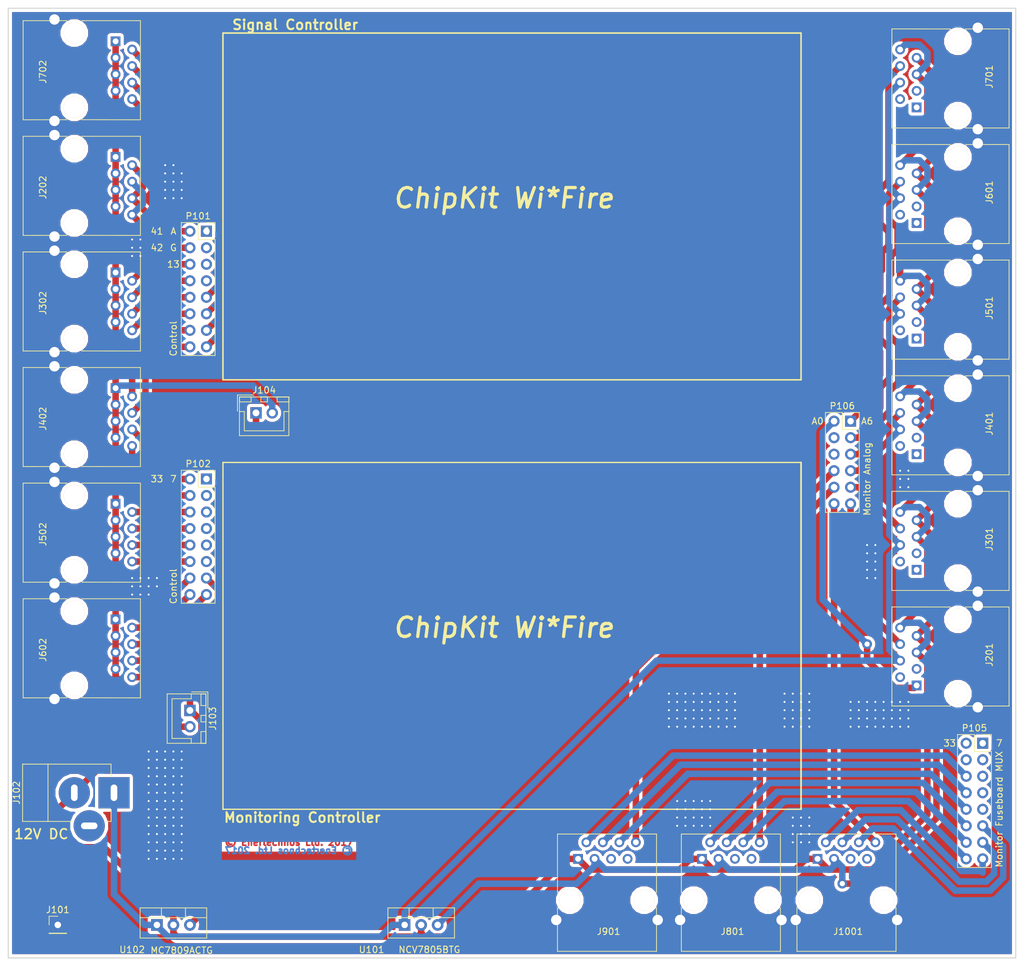
<source format=kicad_pcb>
(kicad_pcb (version 4) (host pcbnew 4.0.7)

  (general
    (links 389)
    (no_connects 1)
    (area 43.104999 18.974999 198.195001 165.175001)
    (thickness 1.6)
    (drawings 26)
    (tracks 383)
    (zones 0)
    (modules 271)
    (nets 47)
  )

  (page A4)
  (title_block
    (title "Breakout Board")
    (date 2018-01-04)
    (rev "Release 0.1")
    (company "Enertechnos Ltd.")
    (comment 1 "APPROVED for Prototype")
  )

  (layers
    (0 F.Cu signal)
    (31 B.Cu signal)
    (32 B.Adhes user)
    (33 F.Adhes user)
    (34 B.Paste user)
    (35 F.Paste user)
    (36 B.SilkS user)
    (37 F.SilkS user)
    (38 B.Mask user)
    (39 F.Mask user)
    (40 Dwgs.User user hide)
    (41 Cmts.User user)
    (42 Eco1.User user)
    (43 Eco2.User user)
    (44 Edge.Cuts user)
    (45 Margin user)
    (46 B.CrtYd user)
    (47 F.CrtYd user)
    (48 B.Fab user)
    (49 F.Fab user)
  )

  (setup
    (last_trace_width 1)
    (trace_clearance 0.4)
    (zone_clearance 0.508)
    (zone_45_only no)
    (trace_min 0.2)
    (segment_width 0.2)
    (edge_width 0.15)
    (via_size 1.5)
    (via_drill 0.8)
    (via_min_size 0.4)
    (via_min_drill 0.3)
    (uvia_size 0.3)
    (uvia_drill 0.1)
    (uvias_allowed no)
    (uvia_min_size 0.2)
    (uvia_min_drill 0.1)
    (pcb_text_width 0.3)
    (pcb_text_size 1.5 1.5)
    (mod_edge_width 0.15)
    (mod_text_size 1 1)
    (mod_text_width 0.15)
    (pad_size 0.6 0.6)
    (pad_drill 0.3)
    (pad_to_mask_clearance 0.2)
    (aux_axis_origin 43.18 165.1)
    (visible_elements 7FFFEF7F)
    (pcbplotparams
      (layerselection 0x010e0_80000001)
      (usegerberextensions false)
      (excludeedgelayer true)
      (linewidth 0.100000)
      (plotframeref false)
      (viasonmask false)
      (mode 1)
      (useauxorigin true)
      (hpglpennumber 1)
      (hpglpenspeed 20)
      (hpglpendiameter 15)
      (hpglpenoverlay 2)
      (psnegative false)
      (psa4output false)
      (plotreference true)
      (plotvalue true)
      (plotinvisibletext false)
      (padsonsilk false)
      (subtractmaskfromsilk false)
      (outputformat 1)
      (mirror false)
      (drillshape 0)
      (scaleselection 1)
      (outputdirectory Plot/))
  )

  (net 0 "")
  (net 1 ARD_TEMP_HB)
  (net 2 ARD_PWM_1)
  (net 3 ARD_PWM_3)
  (net 4 ARD_PWM_2)
  (net 5 ARD_PWM_4)
  (net 6 ARD_TEMP_A)
  (net 7 ARD_GND)
  (net 8 DC_IN)
  (net 9 ARD_PWM_5)
  (net 10 ARD_PWM_6)
  (net 11 ARD_PWM_7)
  (net 12 ARD_PWM_8)
  (net 13 ARD_HBRIDGE_A)
  (net 14 ARD_HBRIDGE_B)
  (net 15 ARD_PWM_9)
  (net 16 ARD_PWM_10)
  (net 17 ARD_PWM_11)
  (net 18 ARD_PWM_12)
  (net 19 ARD_PWM_13)
  (net 20 ARD_PWM_14)
  (net 21 ARD_PWM_15)
  (net 22 ARD_PWM_16)
  (net 23 ARD_TEMP_D)
  (net 24 ARD_TEMP_C)
  (net 25 ARD_TEMP_B)
  (net 26 FB1A)
  (net 27 FB1B)
  (net 28 FB1C)
  (net 29 ARD_VOLTS_1)
  (net 30 FB2A)
  (net 31 FB2B)
  (net 32 FB2C)
  (net 33 ARD_VOLTS_2)
  (net 34 FB3A)
  (net 35 FB3B)
  (net 36 FB3C)
  (net 37 ARD_VOLTS_3)
  (net 38 ARD_TEMP_E)
  (net 39 ARD_CUR_HB)
  (net 40 ARD_VCC)
  (net 41 ARD_PWM_17)
  (net 42 ARD_PWM_18)
  (net 43 ARD_PWM_19)
  (net 44 ARD_PWM_20)
  (net 45 ARD_VIN)
  (net 46 Earth)

  (net_class Default "This is the default net class."
    (clearance 0.4)
    (trace_width 1)
    (via_dia 1.5)
    (via_drill 0.8)
    (uvia_dia 0.3)
    (uvia_drill 0.1)
    (add_net ARD_CUR_HB)
    (add_net ARD_GND)
    (add_net ARD_HBRIDGE_A)
    (add_net ARD_HBRIDGE_B)
    (add_net ARD_PWM_1)
    (add_net ARD_PWM_10)
    (add_net ARD_PWM_11)
    (add_net ARD_PWM_12)
    (add_net ARD_PWM_13)
    (add_net ARD_PWM_14)
    (add_net ARD_PWM_15)
    (add_net ARD_PWM_16)
    (add_net ARD_PWM_17)
    (add_net ARD_PWM_18)
    (add_net ARD_PWM_19)
    (add_net ARD_PWM_2)
    (add_net ARD_PWM_20)
    (add_net ARD_PWM_3)
    (add_net ARD_PWM_4)
    (add_net ARD_PWM_5)
    (add_net ARD_PWM_6)
    (add_net ARD_PWM_7)
    (add_net ARD_PWM_8)
    (add_net ARD_PWM_9)
    (add_net ARD_TEMP_A)
    (add_net ARD_TEMP_B)
    (add_net ARD_TEMP_C)
    (add_net ARD_TEMP_D)
    (add_net ARD_TEMP_E)
    (add_net ARD_TEMP_HB)
    (add_net ARD_VCC)
    (add_net ARD_VIN)
    (add_net ARD_VOLTS_1)
    (add_net ARD_VOLTS_2)
    (add_net ARD_VOLTS_3)
    (add_net DC_IN)
    (add_net Earth)
    (add_net FB1A)
    (add_net FB1B)
    (add_net FB1C)
    (add_net FB2A)
    (add_net FB2B)
    (add_net FB2C)
    (add_net FB3A)
    (add_net FB3B)
    (add_net FB3C)
  )

  (module PartsLibraries:MicroVia (layer F.Cu) (tedit 5AC39D65) (tstamp 5AC3A556)
    (at 181.61 90.17 270)
    (fp_text reference REF** (at 0 -2.54 270) (layer F.SilkS) hide
      (effects (font (size 1 1) (thickness 0.15)))
    )
    (fp_text value MicroVia (at 0 2.54 270) (layer F.Fab) hide
      (effects (font (size 1 1) (thickness 0.15)))
    )
    (pad 1 thru_hole circle (at 0 0 270) (size 0.6 0.6) (drill 0.3) (layers *.Cu)
      (net 46 Earth) (zone_connect 2))
  )

  (module PartsLibraries:MicroVia (layer F.Cu) (tedit 5AC39D65) (tstamp 5AC3A552)
    (at 180.34 90.17 270)
    (fp_text reference REF** (at 0 -2.54 270) (layer F.SilkS) hide
      (effects (font (size 1 1) (thickness 0.15)))
    )
    (fp_text value MicroVia (at 0 2.54 270) (layer F.Fab) hide
      (effects (font (size 1 1) (thickness 0.15)))
    )
    (pad 1 thru_hole circle (at 0 0 270) (size 0.6 0.6) (drill 0.3) (layers *.Cu)
      (net 46 Earth) (zone_connect 2))
  )

  (module PartsLibraries:MicroVia (layer F.Cu) (tedit 5AC39D65) (tstamp 5AC3A54E)
    (at 181.61 91.44 270)
    (fp_text reference REF** (at 0 -2.54 270) (layer F.SilkS) hide
      (effects (font (size 1 1) (thickness 0.15)))
    )
    (fp_text value MicroVia (at 0 2.54 270) (layer F.Fab) hide
      (effects (font (size 1 1) (thickness 0.15)))
    )
    (pad 1 thru_hole circle (at 0 0 270) (size 0.6 0.6) (drill 0.3) (layers *.Cu)
      (net 46 Earth) (zone_connect 2))
  )

  (module PartsLibraries:MicroVia (layer F.Cu) (tedit 5AC39D65) (tstamp 5AC3A54A)
    (at 181.61 92.71 270)
    (fp_text reference REF** (at 0 -2.54 270) (layer F.SilkS) hide
      (effects (font (size 1 1) (thickness 0.15)))
    )
    (fp_text value MicroVia (at 0 2.54 270) (layer F.Fab) hide
      (effects (font (size 1 1) (thickness 0.15)))
    )
    (pad 1 thru_hole circle (at 0 0 270) (size 0.6 0.6) (drill 0.3) (layers *.Cu)
      (net 46 Earth) (zone_connect 2))
  )

  (module PartsLibraries:MicroVia (layer F.Cu) (tedit 5AC39D65) (tstamp 5AC3A546)
    (at 180.34 92.71 270)
    (fp_text reference REF** (at 0 -2.54 270) (layer F.SilkS) hide
      (effects (font (size 1 1) (thickness 0.15)))
    )
    (fp_text value MicroVia (at 0 2.54 270) (layer F.Fab) hide
      (effects (font (size 1 1) (thickness 0.15)))
    )
    (pad 1 thru_hole circle (at 0 0 270) (size 0.6 0.6) (drill 0.3) (layers *.Cu)
      (net 46 Earth) (zone_connect 2))
  )

  (module PartsLibraries:MicroVia (layer F.Cu) (tedit 5AC39D65) (tstamp 5AC3A542)
    (at 180.34 91.44 270)
    (fp_text reference REF** (at 0 -2.54 270) (layer F.SilkS) hide
      (effects (font (size 1 1) (thickness 0.15)))
    )
    (fp_text value MicroVia (at 0 2.54 270) (layer F.Fab) hide
      (effects (font (size 1 1) (thickness 0.15)))
    )
    (pad 1 thru_hole circle (at 0 0 270) (size 0.6 0.6) (drill 0.3) (layers *.Cu)
      (net 46 Earth) (zone_connect 2))
  )

  (module PartsLibraries:MicroVia (layer F.Cu) (tedit 5AC39D65) (tstamp 5AC3A52D)
    (at 63.5 57.15 180)
    (fp_text reference REF** (at 0 -2.54 180) (layer F.SilkS) hide
      (effects (font (size 1 1) (thickness 0.15)))
    )
    (fp_text value MicroVia (at 0 2.54 180) (layer F.Fab) hide
      (effects (font (size 1 1) (thickness 0.15)))
    )
    (pad 1 thru_hole circle (at 0 0 180) (size 0.6 0.6) (drill 0.3) (layers *.Cu)
      (net 46 Earth) (zone_connect 2))
  )

  (module PartsLibraries:MicroVia (layer F.Cu) (tedit 5AC39D65) (tstamp 5AC3A529)
    (at 63.5 55.88 180)
    (fp_text reference REF** (at 0 -2.54 180) (layer F.SilkS) hide
      (effects (font (size 1 1) (thickness 0.15)))
    )
    (fp_text value MicroVia (at 0 2.54 180) (layer F.Fab) hide
      (effects (font (size 1 1) (thickness 0.15)))
    )
    (pad 1 thru_hole circle (at 0 0 180) (size 0.6 0.6) (drill 0.3) (layers *.Cu)
      (net 46 Earth) (zone_connect 2))
  )

  (module PartsLibraries:MicroVia (layer F.Cu) (tedit 5AC39D65) (tstamp 5AC3A525)
    (at 63.5 54.61 180)
    (fp_text reference REF** (at 0 -2.54 180) (layer F.SilkS) hide
      (effects (font (size 1 1) (thickness 0.15)))
    )
    (fp_text value MicroVia (at 0 2.54 180) (layer F.Fab) hide
      (effects (font (size 1 1) (thickness 0.15)))
    )
    (pad 1 thru_hole circle (at 0 0 180) (size 0.6 0.6) (drill 0.3) (layers *.Cu)
      (net 46 Earth) (zone_connect 2))
  )

  (module PartsLibraries:MicroVia (layer F.Cu) (tedit 5AC39D65) (tstamp 5AC3A521)
    (at 62.23 57.15 180)
    (fp_text reference REF** (at 0 -2.54 180) (layer F.SilkS) hide
      (effects (font (size 1 1) (thickness 0.15)))
    )
    (fp_text value MicroVia (at 0 2.54 180) (layer F.Fab) hide
      (effects (font (size 1 1) (thickness 0.15)))
    )
    (pad 1 thru_hole circle (at 0 0 180) (size 0.6 0.6) (drill 0.3) (layers *.Cu)
      (net 46 Earth) (zone_connect 2))
  )

  (module PartsLibraries:MicroVia (layer F.Cu) (tedit 5AC39D65) (tstamp 5AC3A51D)
    (at 62.23 54.61 180)
    (fp_text reference REF** (at 0 -2.54 180) (layer F.SilkS) hide
      (effects (font (size 1 1) (thickness 0.15)))
    )
    (fp_text value MicroVia (at 0 2.54 180) (layer F.Fab) hide
      (effects (font (size 1 1) (thickness 0.15)))
    )
    (pad 1 thru_hole circle (at 0 0 180) (size 0.6 0.6) (drill 0.3) (layers *.Cu)
      (net 46 Earth) (zone_connect 2))
  )

  (module PartsLibraries:MicroVia (layer F.Cu) (tedit 5AC39D65) (tstamp 5AC3A519)
    (at 62.23 55.88 180)
    (fp_text reference REF** (at 0 -2.54 180) (layer F.SilkS) hide
      (effects (font (size 1 1) (thickness 0.15)))
    )
    (fp_text value MicroVia (at 0 2.54 180) (layer F.Fab) hide
      (effects (font (size 1 1) (thickness 0.15)))
    )
    (pad 1 thru_hole circle (at 0 0 180) (size 0.6 0.6) (drill 0.3) (layers *.Cu)
      (net 46 Earth) (zone_connect 2))
  )

  (module PartsLibraries:MicroVia (layer F.Cu) (tedit 5AC39D65) (tstamp 5AC3A507)
    (at 62.23 109.22)
    (fp_text reference REF** (at 0 -2.54) (layer F.SilkS) hide
      (effects (font (size 1 1) (thickness 0.15)))
    )
    (fp_text value MicroVia (at 0 2.54) (layer F.Fab) hide
      (effects (font (size 1 1) (thickness 0.15)))
    )
    (pad 1 thru_hole circle (at 0 0) (size 0.6 0.6) (drill 0.3) (layers *.Cu)
      (net 46 Earth) (zone_connect 2))
  )

  (module PartsLibraries:MicroVia (layer F.Cu) (tedit 5AC39D65) (tstamp 5AC3A503)
    (at 63.5 109.22)
    (fp_text reference REF** (at 0 -2.54) (layer F.SilkS) hide
      (effects (font (size 1 1) (thickness 0.15)))
    )
    (fp_text value MicroVia (at 0 2.54) (layer F.Fab) hide
      (effects (font (size 1 1) (thickness 0.15)))
    )
    (pad 1 thru_hole circle (at 0 0) (size 0.6 0.6) (drill 0.3) (layers *.Cu)
      (net 46 Earth) (zone_connect 2))
  )

  (module PartsLibraries:MicroVia (layer F.Cu) (tedit 5AC39D65) (tstamp 5AC3A4FF)
    (at 64.77 109.22)
    (fp_text reference REF** (at 0 -2.54) (layer F.SilkS) hide
      (effects (font (size 1 1) (thickness 0.15)))
    )
    (fp_text value MicroVia (at 0 2.54) (layer F.Fab) hide
      (effects (font (size 1 1) (thickness 0.15)))
    )
    (pad 1 thru_hole circle (at 0 0) (size 0.6 0.6) (drill 0.3) (layers *.Cu)
      (net 46 Earth) (zone_connect 2))
  )

  (module PartsLibraries:MicroVia (layer F.Cu) (tedit 5AC39D65) (tstamp 5AC3A4F7)
    (at 66.04 106.68)
    (fp_text reference REF** (at 0 -2.54) (layer F.SilkS) hide
      (effects (font (size 1 1) (thickness 0.15)))
    )
    (fp_text value MicroVia (at 0 2.54) (layer F.Fab) hide
      (effects (font (size 1 1) (thickness 0.15)))
    )
    (pad 1 thru_hole circle (at 0 0) (size 0.6 0.6) (drill 0.3) (layers *.Cu)
      (net 46 Earth) (zone_connect 2))
  )

  (module PartsLibraries:MicroVia (layer F.Cu) (tedit 5AC39D65) (tstamp 5AC3A4F3)
    (at 66.04 107.95)
    (fp_text reference REF** (at 0 -2.54) (layer F.SilkS) hide
      (effects (font (size 1 1) (thickness 0.15)))
    )
    (fp_text value MicroVia (at 0 2.54) (layer F.Fab) hide
      (effects (font (size 1 1) (thickness 0.15)))
    )
    (pad 1 thru_hole circle (at 0 0) (size 0.6 0.6) (drill 0.3) (layers *.Cu)
      (net 46 Earth) (zone_connect 2))
  )

  (module PartsLibraries:MicroVia (layer F.Cu) (tedit 5AC39D65) (tstamp 5AC3A4EF)
    (at 62.23 106.68)
    (fp_text reference REF** (at 0 -2.54) (layer F.SilkS) hide
      (effects (font (size 1 1) (thickness 0.15)))
    )
    (fp_text value MicroVia (at 0 2.54) (layer F.Fab) hide
      (effects (font (size 1 1) (thickness 0.15)))
    )
    (pad 1 thru_hole circle (at 0 0) (size 0.6 0.6) (drill 0.3) (layers *.Cu)
      (net 46 Earth) (zone_connect 2))
  )

  (module PartsLibraries:MicroVia (layer F.Cu) (tedit 5AC39D65) (tstamp 5AC3A4EB)
    (at 62.23 107.95)
    (fp_text reference REF** (at 0 -2.54) (layer F.SilkS) hide
      (effects (font (size 1 1) (thickness 0.15)))
    )
    (fp_text value MicroVia (at 0 2.54) (layer F.Fab) hide
      (effects (font (size 1 1) (thickness 0.15)))
    )
    (pad 1 thru_hole circle (at 0 0) (size 0.6 0.6) (drill 0.3) (layers *.Cu)
      (net 46 Earth) (zone_connect 2))
  )

  (module PartsLibraries:MicroVia (layer F.Cu) (tedit 5AC39D65) (tstamp 5AC3A4E7)
    (at 64.77 107.95)
    (fp_text reference REF** (at 0 -2.54) (layer F.SilkS) hide
      (effects (font (size 1 1) (thickness 0.15)))
    )
    (fp_text value MicroVia (at 0 2.54) (layer F.Fab) hide
      (effects (font (size 1 1) (thickness 0.15)))
    )
    (pad 1 thru_hole circle (at 0 0) (size 0.6 0.6) (drill 0.3) (layers *.Cu)
      (net 46 Earth) (zone_connect 2))
  )

  (module PartsLibraries:MicroVia (layer F.Cu) (tedit 5AC39D65) (tstamp 5AC3A4E3)
    (at 63.5 107.95)
    (fp_text reference REF** (at 0 -2.54) (layer F.SilkS) hide
      (effects (font (size 1 1) (thickness 0.15)))
    )
    (fp_text value MicroVia (at 0 2.54) (layer F.Fab) hide
      (effects (font (size 1 1) (thickness 0.15)))
    )
    (pad 1 thru_hole circle (at 0 0) (size 0.6 0.6) (drill 0.3) (layers *.Cu)
      (net 46 Earth) (zone_connect 2))
  )

  (module PartsLibraries:MicroVia (layer F.Cu) (tedit 5AC39D65) (tstamp 5AC3A4DF)
    (at 64.77 106.68)
    (fp_text reference REF** (at 0 -2.54) (layer F.SilkS) hide
      (effects (font (size 1 1) (thickness 0.15)))
    )
    (fp_text value MicroVia (at 0 2.54) (layer F.Fab) hide
      (effects (font (size 1 1) (thickness 0.15)))
    )
    (pad 1 thru_hole circle (at 0 0) (size 0.6 0.6) (drill 0.3) (layers *.Cu)
      (net 46 Earth) (zone_connect 2))
  )

  (module PartsLibraries:MicroVia (layer F.Cu) (tedit 5AC39D65) (tstamp 5AC3A4DB)
    (at 63.5 106.68)
    (fp_text reference REF** (at 0 -2.54) (layer F.SilkS) hide
      (effects (font (size 1 1) (thickness 0.15)))
    )
    (fp_text value MicroVia (at 0 2.54) (layer F.Fab) hide
      (effects (font (size 1 1) (thickness 0.15)))
    )
    (pad 1 thru_hole circle (at 0 0) (size 0.6 0.6) (drill 0.3) (layers *.Cu)
      (net 46 Earth) (zone_connect 2))
  )

  (module PartsLibraries:MicroVia (layer F.Cu) (tedit 5AC39D65) (tstamp 5AC3B3D1)
    (at 69.85 48.26 90)
    (fp_text reference REF** (at 0 -2.54 90) (layer F.SilkS) hide
      (effects (font (size 1 1) (thickness 0.15)))
    )
    (fp_text value MicroVia (at 0 2.54 90) (layer F.Fab) hide
      (effects (font (size 1 1) (thickness 0.15)))
    )
    (pad 1 thru_hole circle (at 0 0 90) (size 0.6 0.6) (drill 0.3) (layers *.Cu)
      (net 46 Earth) (zone_connect 2))
  )

  (module PartsLibraries:MicroVia (layer F.Cu) (tedit 5AC39D65) (tstamp 5AC3B3CD)
    (at 68.58 48.26 90)
    (fp_text reference REF** (at 0 -2.54 90) (layer F.SilkS) hide
      (effects (font (size 1 1) (thickness 0.15)))
    )
    (fp_text value MicroVia (at 0 2.54 90) (layer F.Fab) hide
      (effects (font (size 1 1) (thickness 0.15)))
    )
    (pad 1 thru_hole circle (at 0 0 90) (size 0.6 0.6) (drill 0.3) (layers *.Cu)
      (net 46 Earth) (zone_connect 2))
  )

  (module PartsLibraries:MicroVia (layer F.Cu) (tedit 5AC39D65) (tstamp 5AC3B3C9)
    (at 67.31 48.26 90)
    (fp_text reference REF** (at 0 -2.54 90) (layer F.SilkS) hide
      (effects (font (size 1 1) (thickness 0.15)))
    )
    (fp_text value MicroVia (at 0 2.54 90) (layer F.Fab) hide
      (effects (font (size 1 1) (thickness 0.15)))
    )
    (pad 1 thru_hole circle (at 0 0 90) (size 0.6 0.6) (drill 0.3) (layers *.Cu)
      (net 46 Earth) (zone_connect 2))
  )

  (module PartsLibraries:MicroVia (layer F.Cu) (tedit 5AC39D65) (tstamp 5AC3B3C5)
    (at 67.31 44.45 90)
    (fp_text reference REF** (at 0 -2.54 90) (layer F.SilkS) hide
      (effects (font (size 1 1) (thickness 0.15)))
    )
    (fp_text value MicroVia (at 0 2.54 90) (layer F.Fab) hide
      (effects (font (size 1 1) (thickness 0.15)))
    )
    (pad 1 thru_hole circle (at 0 0 90) (size 0.6 0.6) (drill 0.3) (layers *.Cu)
      (net 46 Earth) (zone_connect 2))
  )

  (module PartsLibraries:MicroVia (layer F.Cu) (tedit 5AC39D65) (tstamp 5AC3B3C1)
    (at 67.31 43.18 90)
    (fp_text reference REF** (at 0 -2.54 90) (layer F.SilkS) hide
      (effects (font (size 1 1) (thickness 0.15)))
    )
    (fp_text value MicroVia (at 0 2.54 90) (layer F.Fab) hide
      (effects (font (size 1 1) (thickness 0.15)))
    )
    (pad 1 thru_hole circle (at 0 0 90) (size 0.6 0.6) (drill 0.3) (layers *.Cu)
      (net 46 Earth) (zone_connect 2))
  )

  (module PartsLibraries:MicroVia (layer F.Cu) (tedit 5AC39D65) (tstamp 5AC3B3BD)
    (at 68.58 44.45 90)
    (fp_text reference REF** (at 0 -2.54 90) (layer F.SilkS) hide
      (effects (font (size 1 1) (thickness 0.15)))
    )
    (fp_text value MicroVia (at 0 2.54 90) (layer F.Fab) hide
      (effects (font (size 1 1) (thickness 0.15)))
    )
    (pad 1 thru_hole circle (at 0 0 90) (size 0.6 0.6) (drill 0.3) (layers *.Cu)
      (net 46 Earth) (zone_connect 2))
  )

  (module PartsLibraries:MicroVia (layer F.Cu) (tedit 5AC39D65) (tstamp 5AC3B3B9)
    (at 68.58 43.18 90)
    (fp_text reference REF** (at 0 -2.54 90) (layer F.SilkS) hide
      (effects (font (size 1 1) (thickness 0.15)))
    )
    (fp_text value MicroVia (at 0 2.54 90) (layer F.Fab) hide
      (effects (font (size 1 1) (thickness 0.15)))
    )
    (pad 1 thru_hole circle (at 0 0 90) (size 0.6 0.6) (drill 0.3) (layers *.Cu)
      (net 46 Earth) (zone_connect 2))
  )

  (module PartsLibraries:MicroVia (layer F.Cu) (tedit 5AC39D65) (tstamp 5AC3B3B1)
    (at 69.85 44.45 90)
    (fp_text reference REF** (at 0 -2.54 90) (layer F.SilkS) hide
      (effects (font (size 1 1) (thickness 0.15)))
    )
    (fp_text value MicroVia (at 0 2.54 90) (layer F.Fab) hide
      (effects (font (size 1 1) (thickness 0.15)))
    )
    (pad 1 thru_hole circle (at 0 0 90) (size 0.6 0.6) (drill 0.3) (layers *.Cu)
      (net 46 Earth) (zone_connect 2))
  )

  (module PartsLibraries:MicroVia (layer F.Cu) (tedit 5AC39D65) (tstamp 5AC3B3AD)
    (at 68.58 45.72 90)
    (fp_text reference REF** (at 0 -2.54 90) (layer F.SilkS) hide
      (effects (font (size 1 1) (thickness 0.15)))
    )
    (fp_text value MicroVia (at 0 2.54 90) (layer F.Fab) hide
      (effects (font (size 1 1) (thickness 0.15)))
    )
    (pad 1 thru_hole circle (at 0 0 90) (size 0.6 0.6) (drill 0.3) (layers *.Cu)
      (net 46 Earth) (zone_connect 2))
  )

  (module PartsLibraries:MicroVia (layer F.Cu) (tedit 5AC39D65) (tstamp 5AC3B3A9)
    (at 68.58 46.99 90)
    (fp_text reference REF** (at 0 -2.54 90) (layer F.SilkS) hide
      (effects (font (size 1 1) (thickness 0.15)))
    )
    (fp_text value MicroVia (at 0 2.54 90) (layer F.Fab) hide
      (effects (font (size 1 1) (thickness 0.15)))
    )
    (pad 1 thru_hole circle (at 0 0 90) (size 0.6 0.6) (drill 0.3) (layers *.Cu)
      (net 46 Earth) (zone_connect 2))
  )

  (module PartsLibraries:MicroVia (layer F.Cu) (tedit 5AC39D65) (tstamp 5AC3B3A5)
    (at 67.31 45.72 90)
    (fp_text reference REF** (at 0 -2.54 90) (layer F.SilkS) hide
      (effects (font (size 1 1) (thickness 0.15)))
    )
    (fp_text value MicroVia (at 0 2.54 90) (layer F.Fab) hide
      (effects (font (size 1 1) (thickness 0.15)))
    )
    (pad 1 thru_hole circle (at 0 0 90) (size 0.6 0.6) (drill 0.3) (layers *.Cu)
      (net 46 Earth) (zone_connect 2))
  )

  (module PartsLibraries:MicroVia (layer F.Cu) (tedit 5AC39D65) (tstamp 5AC3B3A1)
    (at 67.31 46.99 90)
    (fp_text reference REF** (at 0 -2.54 90) (layer F.SilkS) hide
      (effects (font (size 1 1) (thickness 0.15)))
    )
    (fp_text value MicroVia (at 0 2.54 90) (layer F.Fab) hide
      (effects (font (size 1 1) (thickness 0.15)))
    )
    (pad 1 thru_hole circle (at 0 0 90) (size 0.6 0.6) (drill 0.3) (layers *.Cu)
      (net 46 Earth) (zone_connect 2))
  )

  (module PartsLibraries:MicroVia (layer F.Cu) (tedit 5AC39D65) (tstamp 5AC3B39D)
    (at 69.85 46.99 90)
    (fp_text reference REF** (at 0 -2.54 90) (layer F.SilkS) hide
      (effects (font (size 1 1) (thickness 0.15)))
    )
    (fp_text value MicroVia (at 0 2.54 90) (layer F.Fab) hide
      (effects (font (size 1 1) (thickness 0.15)))
    )
    (pad 1 thru_hole circle (at 0 0 90) (size 0.6 0.6) (drill 0.3) (layers *.Cu)
      (net 46 Earth) (zone_connect 2))
  )

  (module PartsLibraries:MicroVia (layer F.Cu) (tedit 5AC39D65) (tstamp 5AC3B399)
    (at 69.85 45.72 90)
    (fp_text reference REF** (at 0 -2.54 90) (layer F.SilkS) hide
      (effects (font (size 1 1) (thickness 0.15)))
    )
    (fp_text value MicroVia (at 0 2.54 90) (layer F.Fab) hide
      (effects (font (size 1 1) (thickness 0.15)))
    )
    (pad 1 thru_hole circle (at 0 0 90) (size 0.6 0.6) (drill 0.3) (layers *.Cu)
      (net 46 Earth) (zone_connect 2))
  )

  (module PartsLibraries:MicroVia (layer F.Cu) (tedit 5AC39D65) (tstamp 5AC3B35D)
    (at 165.1 143.51 270)
    (fp_text reference REF** (at 0 -2.54 270) (layer F.SilkS) hide
      (effects (font (size 1 1) (thickness 0.15)))
    )
    (fp_text value MicroVia (at 0 2.54 270) (layer F.Fab) hide
      (effects (font (size 1 1) (thickness 0.15)))
    )
    (pad 1 thru_hole circle (at 0 0 270) (size 0.6 0.6) (drill 0.3) (layers *.Cu)
      (net 46 Earth) (zone_connect 2))
  )

  (module PartsLibraries:MicroVia (layer F.Cu) (tedit 5AC39D65) (tstamp 5AC3B359)
    (at 165.1 144.78 270)
    (fp_text reference REF** (at 0 -2.54 270) (layer F.SilkS) hide
      (effects (font (size 1 1) (thickness 0.15)))
    )
    (fp_text value MicroVia (at 0 2.54 270) (layer F.Fab) hide
      (effects (font (size 1 1) (thickness 0.15)))
    )
    (pad 1 thru_hole circle (at 0 0 270) (size 0.6 0.6) (drill 0.3) (layers *.Cu)
      (net 46 Earth) (zone_connect 2))
  )

  (module PartsLibraries:MicroVia (layer F.Cu) (tedit 5AC39D65) (tstamp 5AC3B355)
    (at 163.83 143.51 270)
    (fp_text reference REF** (at 0 -2.54 270) (layer F.SilkS) hide
      (effects (font (size 1 1) (thickness 0.15)))
    )
    (fp_text value MicroVia (at 0 2.54 270) (layer F.Fab) hide
      (effects (font (size 1 1) (thickness 0.15)))
    )
    (pad 1 thru_hole circle (at 0 0 270) (size 0.6 0.6) (drill 0.3) (layers *.Cu)
      (net 46 Earth) (zone_connect 2))
  )

  (module PartsLibraries:MicroVia (layer F.Cu) (tedit 5AC39D65) (tstamp 5AC3B351)
    (at 163.83 144.78 270)
    (fp_text reference REF** (at 0 -2.54 270) (layer F.SilkS) hide
      (effects (font (size 1 1) (thickness 0.15)))
    )
    (fp_text value MicroVia (at 0 2.54 270) (layer F.Fab) hide
      (effects (font (size 1 1) (thickness 0.15)))
    )
    (pad 1 thru_hole circle (at 0 0 270) (size 0.6 0.6) (drill 0.3) (layers *.Cu)
      (net 46 Earth) (zone_connect 2))
  )

  (module PartsLibraries:MicroVia (layer F.Cu) (tedit 5AC39D65) (tstamp 5AC3B34D)
    (at 165.1 147.32 270)
    (fp_text reference REF** (at 0 -2.54 270) (layer F.SilkS) hide
      (effects (font (size 1 1) (thickness 0.15)))
    )
    (fp_text value MicroVia (at 0 2.54 270) (layer F.Fab) hide
      (effects (font (size 1 1) (thickness 0.15)))
    )
    (pad 1 thru_hole circle (at 0 0 270) (size 0.6 0.6) (drill 0.3) (layers *.Cu)
      (net 46 Earth) (zone_connect 2))
  )

  (module PartsLibraries:MicroVia (layer F.Cu) (tedit 5AC39D65) (tstamp 5AC3B349)
    (at 166.37 147.32 270)
    (fp_text reference REF** (at 0 -2.54 270) (layer F.SilkS) hide
      (effects (font (size 1 1) (thickness 0.15)))
    )
    (fp_text value MicroVia (at 0 2.54 270) (layer F.Fab) hide
      (effects (font (size 1 1) (thickness 0.15)))
    )
    (pad 1 thru_hole circle (at 0 0 270) (size 0.6 0.6) (drill 0.3) (layers *.Cu)
      (net 46 Earth) (zone_connect 2))
  )

  (module PartsLibraries:MicroVia (layer F.Cu) (tedit 5AC39D65) (tstamp 5AC3B345)
    (at 165.1 146.05 270)
    (fp_text reference REF** (at 0 -2.54 270) (layer F.SilkS) hide
      (effects (font (size 1 1) (thickness 0.15)))
    )
    (fp_text value MicroVia (at 0 2.54 270) (layer F.Fab) hide
      (effects (font (size 1 1) (thickness 0.15)))
    )
    (pad 1 thru_hole circle (at 0 0 270) (size 0.6 0.6) (drill 0.3) (layers *.Cu)
      (net 46 Earth) (zone_connect 2))
  )

  (module PartsLibraries:MicroVia (layer F.Cu) (tedit 5AC39D65) (tstamp 5AC3B341)
    (at 166.37 146.05 270)
    (fp_text reference REF** (at 0 -2.54 270) (layer F.SilkS) hide
      (effects (font (size 1 1) (thickness 0.15)))
    )
    (fp_text value MicroVia (at 0 2.54 270) (layer F.Fab) hide
      (effects (font (size 1 1) (thickness 0.15)))
    )
    (pad 1 thru_hole circle (at 0 0 270) (size 0.6 0.6) (drill 0.3) (layers *.Cu)
      (net 46 Earth) (zone_connect 2))
  )

  (module PartsLibraries:MicroVia (layer F.Cu) (tedit 5AC39D65) (tstamp 5AC3B33D)
    (at 163.83 147.32 270)
    (fp_text reference REF** (at 0 -2.54 270) (layer F.SilkS) hide
      (effects (font (size 1 1) (thickness 0.15)))
    )
    (fp_text value MicroVia (at 0 2.54 270) (layer F.Fab) hide
      (effects (font (size 1 1) (thickness 0.15)))
    )
    (pad 1 thru_hole circle (at 0 0 270) (size 0.6 0.6) (drill 0.3) (layers *.Cu)
      (net 46 Earth) (zone_connect 2))
  )

  (module PartsLibraries:MicroVia (layer F.Cu) (tedit 5AC39D65) (tstamp 5AC3B339)
    (at 163.83 146.05 270)
    (fp_text reference REF** (at 0 -2.54 270) (layer F.SilkS) hide
      (effects (font (size 1 1) (thickness 0.15)))
    )
    (fp_text value MicroVia (at 0 2.54 270) (layer F.Fab) hide
      (effects (font (size 1 1) (thickness 0.15)))
    )
    (pad 1 thru_hole circle (at 0 0 270) (size 0.6 0.6) (drill 0.3) (layers *.Cu)
      (net 46 Earth) (zone_connect 2))
  )

  (module PartsLibraries:MicroVia (layer F.Cu) (tedit 5AC39D65) (tstamp 5AC3B335)
    (at 166.37 144.78 270)
    (fp_text reference REF** (at 0 -2.54 270) (layer F.SilkS) hide
      (effects (font (size 1 1) (thickness 0.15)))
    )
    (fp_text value MicroVia (at 0 2.54 270) (layer F.Fab) hide
      (effects (font (size 1 1) (thickness 0.15)))
    )
    (pad 1 thru_hole circle (at 0 0 270) (size 0.6 0.6) (drill 0.3) (layers *.Cu)
      (net 46 Earth) (zone_connect 2))
  )

  (module PartsLibraries:MicroVia (layer F.Cu) (tedit 5AC39D65) (tstamp 5AC3B331)
    (at 166.37 143.51 270)
    (fp_text reference REF** (at 0 -2.54 270) (layer F.SilkS) hide
      (effects (font (size 1 1) (thickness 0.15)))
    )
    (fp_text value MicroVia (at 0 2.54 270) (layer F.Fab) hide
      (effects (font (size 1 1) (thickness 0.15)))
    )
    (pad 1 thru_hole circle (at 0 0 270) (size 0.6 0.6) (drill 0.3) (layers *.Cu)
      (net 46 Earth) (zone_connect 2))
  )

  (module PartsLibraries:MicroVia (layer F.Cu) (tedit 5AC39D65) (tstamp 5AC3B32B)
    (at 146.05 143.51 180)
    (fp_text reference REF** (at 0 -2.54 180) (layer F.SilkS) hide
      (effects (font (size 1 1) (thickness 0.15)))
    )
    (fp_text value MicroVia (at 0 2.54 180) (layer F.Fab) hide
      (effects (font (size 1 1) (thickness 0.15)))
    )
    (pad 1 thru_hole circle (at 0 0 180) (size 0.6 0.6) (drill 0.3) (layers *.Cu)
      (net 46 Earth) (zone_connect 2))
  )

  (module PartsLibraries:MicroVia (layer F.Cu) (tedit 5AC39D65) (tstamp 5AC3B327)
    (at 147.32 143.51 180)
    (fp_text reference REF** (at 0 -2.54 180) (layer F.SilkS) hide
      (effects (font (size 1 1) (thickness 0.15)))
    )
    (fp_text value MicroVia (at 0 2.54 180) (layer F.Fab) hide
      (effects (font (size 1 1) (thickness 0.15)))
    )
    (pad 1 thru_hole circle (at 0 0 180) (size 0.6 0.6) (drill 0.3) (layers *.Cu)
      (net 46 Earth) (zone_connect 2))
  )

  (module PartsLibraries:MicroVia (layer F.Cu) (tedit 5AC39D65) (tstamp 5AC3B323)
    (at 146.05 144.78 180)
    (fp_text reference REF** (at 0 -2.54 180) (layer F.SilkS) hide
      (effects (font (size 1 1) (thickness 0.15)))
    )
    (fp_text value MicroVia (at 0 2.54 180) (layer F.Fab) hide
      (effects (font (size 1 1) (thickness 0.15)))
    )
    (pad 1 thru_hole circle (at 0 0 180) (size 0.6 0.6) (drill 0.3) (layers *.Cu)
      (net 46 Earth) (zone_connect 2))
  )

  (module PartsLibraries:MicroVia (layer F.Cu) (tedit 5AC39D65) (tstamp 5AC3B31F)
    (at 147.32 144.78 180)
    (fp_text reference REF** (at 0 -2.54 180) (layer F.SilkS) hide
      (effects (font (size 1 1) (thickness 0.15)))
    )
    (fp_text value MicroVia (at 0 2.54 180) (layer F.Fab) hide
      (effects (font (size 1 1) (thickness 0.15)))
    )
    (pad 1 thru_hole circle (at 0 0 180) (size 0.6 0.6) (drill 0.3) (layers *.Cu)
      (net 46 Earth) (zone_connect 2))
  )

  (module PartsLibraries:MicroVia (layer F.Cu) (tedit 5AC39D65) (tstamp 5AC3B31B)
    (at 147.32 142.24 180)
    (fp_text reference REF** (at 0 -2.54 180) (layer F.SilkS) hide
      (effects (font (size 1 1) (thickness 0.15)))
    )
    (fp_text value MicroVia (at 0 2.54 180) (layer F.Fab) hide
      (effects (font (size 1 1) (thickness 0.15)))
    )
    (pad 1 thru_hole circle (at 0 0 180) (size 0.6 0.6) (drill 0.3) (layers *.Cu)
      (net 46 Earth) (zone_connect 2))
  )

  (module PartsLibraries:MicroVia (layer F.Cu) (tedit 5AC39D65) (tstamp 5AC3B317)
    (at 147.32 140.97 180)
    (fp_text reference REF** (at 0 -2.54 180) (layer F.SilkS) hide
      (effects (font (size 1 1) (thickness 0.15)))
    )
    (fp_text value MicroVia (at 0 2.54 180) (layer F.Fab) hide
      (effects (font (size 1 1) (thickness 0.15)))
    )
    (pad 1 thru_hole circle (at 0 0 180) (size 0.6 0.6) (drill 0.3) (layers *.Cu)
      (net 46 Earth) (zone_connect 2))
  )

  (module PartsLibraries:MicroVia (layer F.Cu) (tedit 5AC39D65) (tstamp 5AC3B313)
    (at 146.05 140.97 180)
    (fp_text reference REF** (at 0 -2.54 180) (layer F.SilkS) hide
      (effects (font (size 1 1) (thickness 0.15)))
    )
    (fp_text value MicroVia (at 0 2.54 180) (layer F.Fab) hide
      (effects (font (size 1 1) (thickness 0.15)))
    )
    (pad 1 thru_hole circle (at 0 0 180) (size 0.6 0.6) (drill 0.3) (layers *.Cu)
      (net 46 Earth) (zone_connect 2))
  )

  (module PartsLibraries:MicroVia (layer F.Cu) (tedit 5AC39D65) (tstamp 5AC3B30F)
    (at 146.05 142.24 180)
    (fp_text reference REF** (at 0 -2.54 180) (layer F.SilkS) hide
      (effects (font (size 1 1) (thickness 0.15)))
    )
    (fp_text value MicroVia (at 0 2.54 180) (layer F.Fab) hide
      (effects (font (size 1 1) (thickness 0.15)))
    )
    (pad 1 thru_hole circle (at 0 0 180) (size 0.6 0.6) (drill 0.3) (layers *.Cu)
      (net 46 Earth) (zone_connect 2))
  )

  (module PartsLibraries:MicroVia (layer F.Cu) (tedit 5AC39D65) (tstamp 5AC3B30B)
    (at 149.86 144.78 180)
    (fp_text reference REF** (at 0 -2.54 180) (layer F.SilkS) hide
      (effects (font (size 1 1) (thickness 0.15)))
    )
    (fp_text value MicroVia (at 0 2.54 180) (layer F.Fab) hide
      (effects (font (size 1 1) (thickness 0.15)))
    )
    (pad 1 thru_hole circle (at 0 0 180) (size 0.6 0.6) (drill 0.3) (layers *.Cu)
      (net 46 Earth) (zone_connect 2))
  )

  (module PartsLibraries:MicroVia (layer F.Cu) (tedit 5AC39D65) (tstamp 5AC3B307)
    (at 148.59 144.78 180)
    (fp_text reference REF** (at 0 -2.54 180) (layer F.SilkS) hide
      (effects (font (size 1 1) (thickness 0.15)))
    )
    (fp_text value MicroVia (at 0 2.54 180) (layer F.Fab) hide
      (effects (font (size 1 1) (thickness 0.15)))
    )
    (pad 1 thru_hole circle (at 0 0 180) (size 0.6 0.6) (drill 0.3) (layers *.Cu)
      (net 46 Earth) (zone_connect 2))
  )

  (module PartsLibraries:MicroVia (layer F.Cu) (tedit 5AC39D65) (tstamp 5AC3B303)
    (at 149.86 143.51 180)
    (fp_text reference REF** (at 0 -2.54 180) (layer F.SilkS) hide
      (effects (font (size 1 1) (thickness 0.15)))
    )
    (fp_text value MicroVia (at 0 2.54 180) (layer F.Fab) hide
      (effects (font (size 1 1) (thickness 0.15)))
    )
    (pad 1 thru_hole circle (at 0 0 180) (size 0.6 0.6) (drill 0.3) (layers *.Cu)
      (net 46 Earth) (zone_connect 2))
  )

  (module PartsLibraries:MicroVia (layer F.Cu) (tedit 5AC39D65) (tstamp 5AC3B2FF)
    (at 148.59 143.51 180)
    (fp_text reference REF** (at 0 -2.54 180) (layer F.SilkS) hide
      (effects (font (size 1 1) (thickness 0.15)))
    )
    (fp_text value MicroVia (at 0 2.54 180) (layer F.Fab) hide
      (effects (font (size 1 1) (thickness 0.15)))
    )
    (pad 1 thru_hole circle (at 0 0 180) (size 0.6 0.6) (drill 0.3) (layers *.Cu)
      (net 46 Earth) (zone_connect 2))
  )

  (module PartsLibraries:MicroVia (layer F.Cu) (tedit 5AC39D65) (tstamp 5AC3B2FB)
    (at 151.13 142.24 180)
    (fp_text reference REF** (at 0 -2.54 180) (layer F.SilkS) hide
      (effects (font (size 1 1) (thickness 0.15)))
    )
    (fp_text value MicroVia (at 0 2.54 180) (layer F.Fab) hide
      (effects (font (size 1 1) (thickness 0.15)))
    )
    (pad 1 thru_hole circle (at 0 0 180) (size 0.6 0.6) (drill 0.3) (layers *.Cu)
      (net 46 Earth) (zone_connect 2))
  )

  (module PartsLibraries:MicroVia (layer F.Cu) (tedit 5AC39D65) (tstamp 5AC3B2F7)
    (at 151.13 140.97 180)
    (fp_text reference REF** (at 0 -2.54 180) (layer F.SilkS) hide
      (effects (font (size 1 1) (thickness 0.15)))
    )
    (fp_text value MicroVia (at 0 2.54 180) (layer F.Fab) hide
      (effects (font (size 1 1) (thickness 0.15)))
    )
    (pad 1 thru_hole circle (at 0 0 180) (size 0.6 0.6) (drill 0.3) (layers *.Cu)
      (net 46 Earth) (zone_connect 2))
  )

  (module PartsLibraries:MicroVia (layer F.Cu) (tedit 5AC39D65) (tstamp 5AC3B2F3)
    (at 151.13 143.51 180)
    (fp_text reference REF** (at 0 -2.54 180) (layer F.SilkS) hide
      (effects (font (size 1 1) (thickness 0.15)))
    )
    (fp_text value MicroVia (at 0 2.54 180) (layer F.Fab) hide
      (effects (font (size 1 1) (thickness 0.15)))
    )
    (pad 1 thru_hole circle (at 0 0 180) (size 0.6 0.6) (drill 0.3) (layers *.Cu)
      (net 46 Earth) (zone_connect 2))
  )

  (module PartsLibraries:MicroVia (layer F.Cu) (tedit 5AC39D65) (tstamp 5AC3B2EF)
    (at 151.13 144.78 180)
    (fp_text reference REF** (at 0 -2.54 180) (layer F.SilkS) hide
      (effects (font (size 1 1) (thickness 0.15)))
    )
    (fp_text value MicroVia (at 0 2.54 180) (layer F.Fab) hide
      (effects (font (size 1 1) (thickness 0.15)))
    )
    (pad 1 thru_hole circle (at 0 0 180) (size 0.6 0.6) (drill 0.3) (layers *.Cu)
      (net 46 Earth) (zone_connect 2))
  )

  (module PartsLibraries:MicroVia (layer F.Cu) (tedit 5AC39D65) (tstamp 5AC3B2EB)
    (at 149.86 140.97 180)
    (fp_text reference REF** (at 0 -2.54 180) (layer F.SilkS) hide
      (effects (font (size 1 1) (thickness 0.15)))
    )
    (fp_text value MicroVia (at 0 2.54 180) (layer F.Fab) hide
      (effects (font (size 1 1) (thickness 0.15)))
    )
    (pad 1 thru_hole circle (at 0 0 180) (size 0.6 0.6) (drill 0.3) (layers *.Cu)
      (net 46 Earth) (zone_connect 2))
  )

  (module PartsLibraries:MicroVia (layer F.Cu) (tedit 5AC39D65) (tstamp 5AC3B2E7)
    (at 149.86 142.24 180)
    (fp_text reference REF** (at 0 -2.54 180) (layer F.SilkS) hide
      (effects (font (size 1 1) (thickness 0.15)))
    )
    (fp_text value MicroVia (at 0 2.54 180) (layer F.Fab) hide
      (effects (font (size 1 1) (thickness 0.15)))
    )
    (pad 1 thru_hole circle (at 0 0 180) (size 0.6 0.6) (drill 0.3) (layers *.Cu)
      (net 46 Earth) (zone_connect 2))
  )

  (module PartsLibraries:MicroVia (layer F.Cu) (tedit 5AC39D65) (tstamp 5AC3B2E3)
    (at 148.59 140.97 180)
    (fp_text reference REF** (at 0 -2.54 180) (layer F.SilkS) hide
      (effects (font (size 1 1) (thickness 0.15)))
    )
    (fp_text value MicroVia (at 0 2.54 180) (layer F.Fab) hide
      (effects (font (size 1 1) (thickness 0.15)))
    )
    (pad 1 thru_hole circle (at 0 0 180) (size 0.6 0.6) (drill 0.3) (layers *.Cu)
      (net 46 Earth) (zone_connect 2))
  )

  (module PartsLibraries:MicroVia (layer F.Cu) (tedit 5AC39D65) (tstamp 5AC3B2DF)
    (at 148.59 142.24 180)
    (fp_text reference REF** (at 0 -2.54 180) (layer F.SilkS) hide
      (effects (font (size 1 1) (thickness 0.15)))
    )
    (fp_text value MicroVia (at 0 2.54 180) (layer F.Fab) hide
      (effects (font (size 1 1) (thickness 0.15)))
    )
    (pad 1 thru_hole circle (at 0 0 180) (size 0.6 0.6) (drill 0.3) (layers *.Cu)
      (net 46 Earth) (zone_connect 2))
  )

  (module PartsLibraries:MicroVia (layer F.Cu) (tedit 5AC39D65) (tstamp 5AC3B2C8)
    (at 176.53 102.87 90)
    (fp_text reference REF** (at 0 -2.54 90) (layer F.SilkS) hide
      (effects (font (size 1 1) (thickness 0.15)))
    )
    (fp_text value MicroVia (at 0 2.54 90) (layer F.Fab) hide
      (effects (font (size 1 1) (thickness 0.15)))
    )
    (pad 1 thru_hole circle (at 0 0 90) (size 0.6 0.6) (drill 0.3) (layers *.Cu)
      (net 46 Earth) (zone_connect 2))
  )

  (module PartsLibraries:MicroVia (layer F.Cu) (tedit 5AC39D65) (tstamp 5AC3B2C4)
    (at 176.53 105.41 90)
    (fp_text reference REF** (at 0 -2.54 90) (layer F.SilkS) hide
      (effects (font (size 1 1) (thickness 0.15)))
    )
    (fp_text value MicroVia (at 0 2.54 90) (layer F.Fab) hide
      (effects (font (size 1 1) (thickness 0.15)))
    )
    (pad 1 thru_hole circle (at 0 0 90) (size 0.6 0.6) (drill 0.3) (layers *.Cu)
      (net 46 Earth) (zone_connect 2))
  )

  (module PartsLibraries:MicroVia (layer F.Cu) (tedit 5AC39D65) (tstamp 5AC3B2C0)
    (at 176.53 104.14 90)
    (fp_text reference REF** (at 0 -2.54 90) (layer F.SilkS) hide
      (effects (font (size 1 1) (thickness 0.15)))
    )
    (fp_text value MicroVia (at 0 2.54 90) (layer F.Fab) hide
      (effects (font (size 1 1) (thickness 0.15)))
    )
    (pad 1 thru_hole circle (at 0 0 90) (size 0.6 0.6) (drill 0.3) (layers *.Cu)
      (net 46 Earth) (zone_connect 2))
  )

  (module PartsLibraries:MicroVia (layer F.Cu) (tedit 5AC39D65) (tstamp 5AC3B2BC)
    (at 176.53 106.68 90)
    (fp_text reference REF** (at 0 -2.54 90) (layer F.SilkS) hide
      (effects (font (size 1 1) (thickness 0.15)))
    )
    (fp_text value MicroVia (at 0 2.54 90) (layer F.Fab) hide
      (effects (font (size 1 1) (thickness 0.15)))
    )
    (pad 1 thru_hole circle (at 0 0 90) (size 0.6 0.6) (drill 0.3) (layers *.Cu)
      (net 46 Earth) (zone_connect 2))
  )

  (module PartsLibraries:MicroVia (layer F.Cu) (tedit 5AC39D65) (tstamp 5AC3B2B4)
    (at 176.53 101.6 90)
    (fp_text reference REF** (at 0 -2.54 90) (layer F.SilkS) hide
      (effects (font (size 1 1) (thickness 0.15)))
    )
    (fp_text value MicroVia (at 0 2.54 90) (layer F.Fab) hide
      (effects (font (size 1 1) (thickness 0.15)))
    )
    (pad 1 thru_hole circle (at 0 0 90) (size 0.6 0.6) (drill 0.3) (layers *.Cu)
      (net 46 Earth) (zone_connect 2))
  )

  (module PartsLibraries:MicroVia (layer F.Cu) (tedit 5AC39D65) (tstamp 5AC3B2B0)
    (at 175.26 101.6 90)
    (fp_text reference REF** (at 0 -2.54 90) (layer F.SilkS) hide
      (effects (font (size 1 1) (thickness 0.15)))
    )
    (fp_text value MicroVia (at 0 2.54 90) (layer F.Fab) hide
      (effects (font (size 1 1) (thickness 0.15)))
    )
    (pad 1 thru_hole circle (at 0 0 90) (size 0.6 0.6) (drill 0.3) (layers *.Cu)
      (net 46 Earth) (zone_connect 2))
  )

  (module PartsLibraries:MicroVia (layer F.Cu) (tedit 5AC39D65) (tstamp 5AC3B2AC)
    (at 175.26 104.14 90)
    (fp_text reference REF** (at 0 -2.54 90) (layer F.SilkS) hide
      (effects (font (size 1 1) (thickness 0.15)))
    )
    (fp_text value MicroVia (at 0 2.54 90) (layer F.Fab) hide
      (effects (font (size 1 1) (thickness 0.15)))
    )
    (pad 1 thru_hole circle (at 0 0 90) (size 0.6 0.6) (drill 0.3) (layers *.Cu)
      (net 46 Earth) (zone_connect 2))
  )

  (module PartsLibraries:MicroVia (layer F.Cu) (tedit 5AC39D65) (tstamp 5AC3B2A8)
    (at 175.26 102.87 90)
    (fp_text reference REF** (at 0 -2.54 90) (layer F.SilkS) hide
      (effects (font (size 1 1) (thickness 0.15)))
    )
    (fp_text value MicroVia (at 0 2.54 90) (layer F.Fab) hide
      (effects (font (size 1 1) (thickness 0.15)))
    )
    (pad 1 thru_hole circle (at 0 0 90) (size 0.6 0.6) (drill 0.3) (layers *.Cu)
      (net 46 Earth) (zone_connect 2))
  )

  (module PartsLibraries:MicroVia (layer F.Cu) (tedit 5AC39D65) (tstamp 5AC3B29C)
    (at 175.26 105.41 90)
    (fp_text reference REF** (at 0 -2.54 90) (layer F.SilkS) hide
      (effects (font (size 1 1) (thickness 0.15)))
    )
    (fp_text value MicroVia (at 0 2.54 90) (layer F.Fab) hide
      (effects (font (size 1 1) (thickness 0.15)))
    )
    (pad 1 thru_hole circle (at 0 0 90) (size 0.6 0.6) (drill 0.3) (layers *.Cu)
      (net 46 Earth) (zone_connect 2))
  )

  (module PartsLibraries:MicroVia (layer F.Cu) (tedit 5AC39D65) (tstamp 5AC3B290)
    (at 175.26 106.68 90)
    (fp_text reference REF** (at 0 -2.54 90) (layer F.SilkS) hide
      (effects (font (size 1 1) (thickness 0.15)))
    )
    (fp_text value MicroVia (at 0 2.54 90) (layer F.Fab) hide
      (effects (font (size 1 1) (thickness 0.15)))
    )
    (pad 1 thru_hole circle (at 0 0 90) (size 0.6 0.6) (drill 0.3) (layers *.Cu)
      (net 46 Earth) (zone_connect 2))
  )

  (module PartsLibraries:MicroVia (layer F.Cu) (tedit 5AC39D65) (tstamp 5AC3B28A)
    (at 166.37 128.27 90)
    (fp_text reference REF** (at 0 -2.54 90) (layer F.SilkS) hide
      (effects (font (size 1 1) (thickness 0.15)))
    )
    (fp_text value MicroVia (at 0 2.54 90) (layer F.Fab) hide
      (effects (font (size 1 1) (thickness 0.15)))
    )
    (pad 1 thru_hole circle (at 0 0 90) (size 0.6 0.6) (drill 0.3) (layers *.Cu)
      (net 46 Earth) (zone_connect 2))
  )

  (module PartsLibraries:MicroVia (layer F.Cu) (tedit 5AC39D65) (tstamp 5AC3B286)
    (at 166.37 129.54 90)
    (fp_text reference REF** (at 0 -2.54 90) (layer F.SilkS) hide
      (effects (font (size 1 1) (thickness 0.15)))
    )
    (fp_text value MicroVia (at 0 2.54 90) (layer F.Fab) hide
      (effects (font (size 1 1) (thickness 0.15)))
    )
    (pad 1 thru_hole circle (at 0 0 90) (size 0.6 0.6) (drill 0.3) (layers *.Cu)
      (net 46 Earth) (zone_connect 2))
  )

  (module PartsLibraries:MicroVia (layer F.Cu) (tedit 5AC39D65) (tstamp 5AC3B282)
    (at 162.56 125.73 90)
    (fp_text reference REF** (at 0 -2.54 90) (layer F.SilkS) hide
      (effects (font (size 1 1) (thickness 0.15)))
    )
    (fp_text value MicroVia (at 0 2.54 90) (layer F.Fab) hide
      (effects (font (size 1 1) (thickness 0.15)))
    )
    (pad 1 thru_hole circle (at 0 0 90) (size 0.6 0.6) (drill 0.3) (layers *.Cu)
      (net 46 Earth) (zone_connect 2))
  )

  (module PartsLibraries:MicroVia (layer F.Cu) (tedit 5AC39D65) (tstamp 5AC3B27E)
    (at 162.56 124.46 90)
    (fp_text reference REF** (at 0 -2.54 90) (layer F.SilkS) hide
      (effects (font (size 1 1) (thickness 0.15)))
    )
    (fp_text value MicroVia (at 0 2.54 90) (layer F.Fab) hide
      (effects (font (size 1 1) (thickness 0.15)))
    )
    (pad 1 thru_hole circle (at 0 0 90) (size 0.6 0.6) (drill 0.3) (layers *.Cu)
      (net 46 Earth) (zone_connect 2))
  )

  (module PartsLibraries:MicroVia (layer F.Cu) (tedit 5AC39D65) (tstamp 5AC3B27A)
    (at 162.56 127 90)
    (fp_text reference REF** (at 0 -2.54 90) (layer F.SilkS) hide
      (effects (font (size 1 1) (thickness 0.15)))
    )
    (fp_text value MicroVia (at 0 2.54 90) (layer F.Fab) hide
      (effects (font (size 1 1) (thickness 0.15)))
    )
    (pad 1 thru_hole circle (at 0 0 90) (size 0.6 0.6) (drill 0.3) (layers *.Cu)
      (net 46 Earth) (zone_connect 2))
  )

  (module PartsLibraries:MicroVia (layer F.Cu) (tedit 5AC39D65) (tstamp 5AC3B276)
    (at 162.56 129.54 90)
    (fp_text reference REF** (at 0 -2.54 90) (layer F.SilkS) hide
      (effects (font (size 1 1) (thickness 0.15)))
    )
    (fp_text value MicroVia (at 0 2.54 90) (layer F.Fab) hide
      (effects (font (size 1 1) (thickness 0.15)))
    )
    (pad 1 thru_hole circle (at 0 0 90) (size 0.6 0.6) (drill 0.3) (layers *.Cu)
      (net 46 Earth) (zone_connect 2))
  )

  (module PartsLibraries:MicroVia (layer F.Cu) (tedit 5AC39D65) (tstamp 5AC3B272)
    (at 162.56 128.27 90)
    (fp_text reference REF** (at 0 -2.54 90) (layer F.SilkS) hide
      (effects (font (size 1 1) (thickness 0.15)))
    )
    (fp_text value MicroVia (at 0 2.54 90) (layer F.Fab) hide
      (effects (font (size 1 1) (thickness 0.15)))
    )
    (pad 1 thru_hole circle (at 0 0 90) (size 0.6 0.6) (drill 0.3) (layers *.Cu)
      (net 46 Earth) (zone_connect 2))
  )

  (module PartsLibraries:MicroVia (layer F.Cu) (tedit 5AC39D65) (tstamp 5AC3B26E)
    (at 163.83 127 90)
    (fp_text reference REF** (at 0 -2.54 90) (layer F.SilkS) hide
      (effects (font (size 1 1) (thickness 0.15)))
    )
    (fp_text value MicroVia (at 0 2.54 90) (layer F.Fab) hide
      (effects (font (size 1 1) (thickness 0.15)))
    )
    (pad 1 thru_hole circle (at 0 0 90) (size 0.6 0.6) (drill 0.3) (layers *.Cu)
      (net 46 Earth) (zone_connect 2))
  )

  (module PartsLibraries:MicroVia (layer F.Cu) (tedit 5AC39D65) (tstamp 5AC3B26A)
    (at 163.83 125.73 90)
    (fp_text reference REF** (at 0 -2.54 90) (layer F.SilkS) hide
      (effects (font (size 1 1) (thickness 0.15)))
    )
    (fp_text value MicroVia (at 0 2.54 90) (layer F.Fab) hide
      (effects (font (size 1 1) (thickness 0.15)))
    )
    (pad 1 thru_hole circle (at 0 0 90) (size 0.6 0.6) (drill 0.3) (layers *.Cu)
      (net 46 Earth) (zone_connect 2))
  )

  (module PartsLibraries:MicroVia (layer F.Cu) (tedit 5AC39D65) (tstamp 5AC3B266)
    (at 163.83 124.46 90)
    (fp_text reference REF** (at 0 -2.54 90) (layer F.SilkS) hide
      (effects (font (size 1 1) (thickness 0.15)))
    )
    (fp_text value MicroVia (at 0 2.54 90) (layer F.Fab) hide
      (effects (font (size 1 1) (thickness 0.15)))
    )
    (pad 1 thru_hole circle (at 0 0 90) (size 0.6 0.6) (drill 0.3) (layers *.Cu)
      (net 46 Earth) (zone_connect 2))
  )

  (module PartsLibraries:MicroVia (layer F.Cu) (tedit 5AC39D65) (tstamp 5AC3B262)
    (at 166.37 124.46 90)
    (fp_text reference REF** (at 0 -2.54 90) (layer F.SilkS) hide
      (effects (font (size 1 1) (thickness 0.15)))
    )
    (fp_text value MicroVia (at 0 2.54 90) (layer F.Fab) hide
      (effects (font (size 1 1) (thickness 0.15)))
    )
    (pad 1 thru_hole circle (at 0 0 90) (size 0.6 0.6) (drill 0.3) (layers *.Cu)
      (net 46 Earth) (zone_connect 2))
  )

  (module PartsLibraries:MicroVia (layer F.Cu) (tedit 5AC39D65) (tstamp 5AC3B25E)
    (at 165.1 124.46 90)
    (fp_text reference REF** (at 0 -2.54 90) (layer F.SilkS) hide
      (effects (font (size 1 1) (thickness 0.15)))
    )
    (fp_text value MicroVia (at 0 2.54 90) (layer F.Fab) hide
      (effects (font (size 1 1) (thickness 0.15)))
    )
    (pad 1 thru_hole circle (at 0 0 90) (size 0.6 0.6) (drill 0.3) (layers *.Cu)
      (net 46 Earth) (zone_connect 2))
  )

  (module PartsLibraries:MicroVia (layer F.Cu) (tedit 5AC39D65) (tstamp 5AC3B25A)
    (at 163.83 128.27 90)
    (fp_text reference REF** (at 0 -2.54 90) (layer F.SilkS) hide
      (effects (font (size 1 1) (thickness 0.15)))
    )
    (fp_text value MicroVia (at 0 2.54 90) (layer F.Fab) hide
      (effects (font (size 1 1) (thickness 0.15)))
    )
    (pad 1 thru_hole circle (at 0 0 90) (size 0.6 0.6) (drill 0.3) (layers *.Cu)
      (net 46 Earth) (zone_connect 2))
  )

  (module PartsLibraries:MicroVia (layer F.Cu) (tedit 5AC39D65) (tstamp 5AC3B256)
    (at 165.1 129.54 90)
    (fp_text reference REF** (at 0 -2.54 90) (layer F.SilkS) hide
      (effects (font (size 1 1) (thickness 0.15)))
    )
    (fp_text value MicroVia (at 0 2.54 90) (layer F.Fab) hide
      (effects (font (size 1 1) (thickness 0.15)))
    )
    (pad 1 thru_hole circle (at 0 0 90) (size 0.6 0.6) (drill 0.3) (layers *.Cu)
      (net 46 Earth) (zone_connect 2))
  )

  (module PartsLibraries:MicroVia (layer F.Cu) (tedit 5AC39D65) (tstamp 5AC3B252)
    (at 163.83 129.54 90)
    (fp_text reference REF** (at 0 -2.54 90) (layer F.SilkS) hide
      (effects (font (size 1 1) (thickness 0.15)))
    )
    (fp_text value MicroVia (at 0 2.54 90) (layer F.Fab) hide
      (effects (font (size 1 1) (thickness 0.15)))
    )
    (pad 1 thru_hole circle (at 0 0 90) (size 0.6 0.6) (drill 0.3) (layers *.Cu)
      (net 46 Earth) (zone_connect 2))
  )

  (module PartsLibraries:MicroVia (layer F.Cu) (tedit 5AC39D65) (tstamp 5AC3B24E)
    (at 165.1 128.27 90)
    (fp_text reference REF** (at 0 -2.54 90) (layer F.SilkS) hide
      (effects (font (size 1 1) (thickness 0.15)))
    )
    (fp_text value MicroVia (at 0 2.54 90) (layer F.Fab) hide
      (effects (font (size 1 1) (thickness 0.15)))
    )
    (pad 1 thru_hole circle (at 0 0 90) (size 0.6 0.6) (drill 0.3) (layers *.Cu)
      (net 46 Earth) (zone_connect 2))
  )

  (module PartsLibraries:MicroVia (layer F.Cu) (tedit 5AC39D65) (tstamp 5AC3B24A)
    (at 166.37 125.73 90)
    (fp_text reference REF** (at 0 -2.54 90) (layer F.SilkS) hide
      (effects (font (size 1 1) (thickness 0.15)))
    )
    (fp_text value MicroVia (at 0 2.54 90) (layer F.Fab) hide
      (effects (font (size 1 1) (thickness 0.15)))
    )
    (pad 1 thru_hole circle (at 0 0 90) (size 0.6 0.6) (drill 0.3) (layers *.Cu)
      (net 46 Earth) (zone_connect 2))
  )

  (module PartsLibraries:MicroVia (layer F.Cu) (tedit 5AC39D65) (tstamp 5AC3B246)
    (at 165.1 125.73 90)
    (fp_text reference REF** (at 0 -2.54 90) (layer F.SilkS) hide
      (effects (font (size 1 1) (thickness 0.15)))
    )
    (fp_text value MicroVia (at 0 2.54 90) (layer F.Fab) hide
      (effects (font (size 1 1) (thickness 0.15)))
    )
    (pad 1 thru_hole circle (at 0 0 90) (size 0.6 0.6) (drill 0.3) (layers *.Cu)
      (net 46 Earth) (zone_connect 2))
  )

  (module PartsLibraries:MicroVia (layer F.Cu) (tedit 5AC39D65) (tstamp 5AC3B242)
    (at 165.1 127 90)
    (fp_text reference REF** (at 0 -2.54 90) (layer F.SilkS) hide
      (effects (font (size 1 1) (thickness 0.15)))
    )
    (fp_text value MicroVia (at 0 2.54 90) (layer F.Fab) hide
      (effects (font (size 1 1) (thickness 0.15)))
    )
    (pad 1 thru_hole circle (at 0 0 90) (size 0.6 0.6) (drill 0.3) (layers *.Cu)
      (net 46 Earth) (zone_connect 2))
  )

  (module PartsLibraries:MicroVia (layer F.Cu) (tedit 5AC39D65) (tstamp 5AC3B23E)
    (at 166.37 127 90)
    (fp_text reference REF** (at 0 -2.54 90) (layer F.SilkS) hide
      (effects (font (size 1 1) (thickness 0.15)))
    )
    (fp_text value MicroVia (at 0 2.54 90) (layer F.Fab) hide
      (effects (font (size 1 1) (thickness 0.15)))
    )
    (pad 1 thru_hole circle (at 0 0 90) (size 0.6 0.6) (drill 0.3) (layers *.Cu)
      (net 46 Earth) (zone_connect 2))
  )

  (module PartsLibraries:MicroVia (layer F.Cu) (tedit 5AC39D65) (tstamp 5AC3B055)
    (at 180.34 129.54 90)
    (fp_text reference REF** (at 0 -2.54 90) (layer F.SilkS) hide
      (effects (font (size 1 1) (thickness 0.15)))
    )
    (fp_text value MicroVia (at 0 2.54 90) (layer F.Fab) hide
      (effects (font (size 1 1) (thickness 0.15)))
    )
    (pad 1 thru_hole circle (at 0 0 90) (size 0.6 0.6) (drill 0.3) (layers *.Cu)
      (net 46 Earth) (zone_connect 2))
  )

  (module PartsLibraries:MicroVia (layer F.Cu) (tedit 5AC39D65) (tstamp 5AC3B04D)
    (at 181.61 128.27 90)
    (fp_text reference REF** (at 0 -2.54 90) (layer F.SilkS) hide
      (effects (font (size 1 1) (thickness 0.15)))
    )
    (fp_text value MicroVia (at 0 2.54 90) (layer F.Fab) hide
      (effects (font (size 1 1) (thickness 0.15)))
    )
    (pad 1 thru_hole circle (at 0 0 90) (size 0.6 0.6) (drill 0.3) (layers *.Cu)
      (net 46 Earth) (zone_connect 2))
  )

  (module PartsLibraries:MicroVia (layer F.Cu) (tedit 5AC39D65) (tstamp 5AC3B045)
    (at 180.34 128.27 90)
    (fp_text reference REF** (at 0 -2.54 90) (layer F.SilkS) hide
      (effects (font (size 1 1) (thickness 0.15)))
    )
    (fp_text value MicroVia (at 0 2.54 90) (layer F.Fab) hide
      (effects (font (size 1 1) (thickness 0.15)))
    )
    (pad 1 thru_hole circle (at 0 0 90) (size 0.6 0.6) (drill 0.3) (layers *.Cu)
      (net 46 Earth) (zone_connect 2))
  )

  (module PartsLibraries:MicroVia (layer F.Cu) (tedit 5AC39D65) (tstamp 5AC3B041)
    (at 181.61 129.54 90)
    (fp_text reference REF** (at 0 -2.54 90) (layer F.SilkS) hide
      (effects (font (size 1 1) (thickness 0.15)))
    )
    (fp_text value MicroVia (at 0 2.54 90) (layer F.Fab) hide
      (effects (font (size 1 1) (thickness 0.15)))
    )
    (pad 1 thru_hole circle (at 0 0 90) (size 0.6 0.6) (drill 0.3) (layers *.Cu)
      (net 46 Earth) (zone_connect 2))
  )

  (module PartsLibraries:MicroVia (layer F.Cu) (tedit 5AC39D65) (tstamp 5AC3B03D)
    (at 180.34 127 90)
    (fp_text reference REF** (at 0 -2.54 90) (layer F.SilkS) hide
      (effects (font (size 1 1) (thickness 0.15)))
    )
    (fp_text value MicroVia (at 0 2.54 90) (layer F.Fab) hide
      (effects (font (size 1 1) (thickness 0.15)))
    )
    (pad 1 thru_hole circle (at 0 0 90) (size 0.6 0.6) (drill 0.3) (layers *.Cu)
      (net 46 Earth) (zone_connect 2))
  )

  (module PartsLibraries:MicroVia (layer F.Cu) (tedit 5AC39D65) (tstamp 5AC3B039)
    (at 181.61 125.73 90)
    (fp_text reference REF** (at 0 -2.54 90) (layer F.SilkS) hide
      (effects (font (size 1 1) (thickness 0.15)))
    )
    (fp_text value MicroVia (at 0 2.54 90) (layer F.Fab) hide
      (effects (font (size 1 1) (thickness 0.15)))
    )
    (pad 1 thru_hole circle (at 0 0 90) (size 0.6 0.6) (drill 0.3) (layers *.Cu)
      (net 46 Earth) (zone_connect 2))
  )

  (module PartsLibraries:MicroVia (layer F.Cu) (tedit 5AC39D65) (tstamp 5AC3B035)
    (at 181.61 127 90)
    (fp_text reference REF** (at 0 -2.54 90) (layer F.SilkS) hide
      (effects (font (size 1 1) (thickness 0.15)))
    )
    (fp_text value MicroVia (at 0 2.54 90) (layer F.Fab) hide
      (effects (font (size 1 1) (thickness 0.15)))
    )
    (pad 1 thru_hole circle (at 0 0 90) (size 0.6 0.6) (drill 0.3) (layers *.Cu)
      (net 46 Earth) (zone_connect 2))
  )

  (module PartsLibraries:MicroVia (layer F.Cu) (tedit 5AC39D65) (tstamp 5AC3B029)
    (at 180.34 125.73 90)
    (fp_text reference REF** (at 0 -2.54 90) (layer F.SilkS) hide
      (effects (font (size 1 1) (thickness 0.15)))
    )
    (fp_text value MicroVia (at 0 2.54 90) (layer F.Fab) hide
      (effects (font (size 1 1) (thickness 0.15)))
    )
    (pad 1 thru_hole circle (at 0 0 90) (size 0.6 0.6) (drill 0.3) (layers *.Cu)
      (net 46 Earth) (zone_connect 2))
  )

  (module PartsLibraries:MicroVia (layer F.Cu) (tedit 5AC39D65) (tstamp 5AC3B025)
    (at 176.53 125.73 90)
    (fp_text reference REF** (at 0 -2.54 90) (layer F.SilkS) hide
      (effects (font (size 1 1) (thickness 0.15)))
    )
    (fp_text value MicroVia (at 0 2.54 90) (layer F.Fab) hide
      (effects (font (size 1 1) (thickness 0.15)))
    )
    (pad 1 thru_hole circle (at 0 0 90) (size 0.6 0.6) (drill 0.3) (layers *.Cu)
      (net 46 Earth) (zone_connect 2))
  )

  (module PartsLibraries:MicroVia (layer F.Cu) (tedit 5AC39D65) (tstamp 5AC3B021)
    (at 177.8 127 90)
    (fp_text reference REF** (at 0 -2.54 90) (layer F.SilkS) hide
      (effects (font (size 1 1) (thickness 0.15)))
    )
    (fp_text value MicroVia (at 0 2.54 90) (layer F.Fab) hide
      (effects (font (size 1 1) (thickness 0.15)))
    )
    (pad 1 thru_hole circle (at 0 0 90) (size 0.6 0.6) (drill 0.3) (layers *.Cu)
      (net 46 Earth) (zone_connect 2))
  )

  (module PartsLibraries:MicroVia (layer F.Cu) (tedit 5AC39D65) (tstamp 5AC3B01D)
    (at 176.53 127 90)
    (fp_text reference REF** (at 0 -2.54 90) (layer F.SilkS) hide
      (effects (font (size 1 1) (thickness 0.15)))
    )
    (fp_text value MicroVia (at 0 2.54 90) (layer F.Fab) hide
      (effects (font (size 1 1) (thickness 0.15)))
    )
    (pad 1 thru_hole circle (at 0 0 90) (size 0.6 0.6) (drill 0.3) (layers *.Cu)
      (net 46 Earth) (zone_connect 2))
  )

  (module PartsLibraries:MicroVia (layer F.Cu) (tedit 5AC39D65) (tstamp 5AC3B019)
    (at 179.07 127 90)
    (fp_text reference REF** (at 0 -2.54 90) (layer F.SilkS) hide
      (effects (font (size 1 1) (thickness 0.15)))
    )
    (fp_text value MicroVia (at 0 2.54 90) (layer F.Fab) hide
      (effects (font (size 1 1) (thickness 0.15)))
    )
    (pad 1 thru_hole circle (at 0 0 90) (size 0.6 0.6) (drill 0.3) (layers *.Cu)
      (net 46 Earth) (zone_connect 2))
  )

  (module PartsLibraries:MicroVia (layer F.Cu) (tedit 5AC39D65) (tstamp 5AC3B015)
    (at 177.8 125.73 90)
    (fp_text reference REF** (at 0 -2.54 90) (layer F.SilkS) hide
      (effects (font (size 1 1) (thickness 0.15)))
    )
    (fp_text value MicroVia (at 0 2.54 90) (layer F.Fab) hide
      (effects (font (size 1 1) (thickness 0.15)))
    )
    (pad 1 thru_hole circle (at 0 0 90) (size 0.6 0.6) (drill 0.3) (layers *.Cu)
      (net 46 Earth) (zone_connect 2))
  )

  (module PartsLibraries:MicroVia (layer F.Cu) (tedit 5AC39D65) (tstamp 5AC3B011)
    (at 179.07 125.73 90)
    (fp_text reference REF** (at 0 -2.54 90) (layer F.SilkS) hide
      (effects (font (size 1 1) (thickness 0.15)))
    )
    (fp_text value MicroVia (at 0 2.54 90) (layer F.Fab) hide
      (effects (font (size 1 1) (thickness 0.15)))
    )
    (pad 1 thru_hole circle (at 0 0 90) (size 0.6 0.6) (drill 0.3) (layers *.Cu)
      (net 46 Earth) (zone_connect 2))
  )

  (module PartsLibraries:MicroVia (layer F.Cu) (tedit 5AC39D65) (tstamp 5AC3B00D)
    (at 175.26 127 90)
    (fp_text reference REF** (at 0 -2.54 90) (layer F.SilkS) hide
      (effects (font (size 1 1) (thickness 0.15)))
    )
    (fp_text value MicroVia (at 0 2.54 90) (layer F.Fab) hide
      (effects (font (size 1 1) (thickness 0.15)))
    )
    (pad 1 thru_hole circle (at 0 0 90) (size 0.6 0.6) (drill 0.3) (layers *.Cu)
      (net 46 Earth) (zone_connect 2))
  )

  (module PartsLibraries:MicroVia (layer F.Cu) (tedit 5AC39D65) (tstamp 5AC3B009)
    (at 173.99 125.73 90)
    (fp_text reference REF** (at 0 -2.54 90) (layer F.SilkS) hide
      (effects (font (size 1 1) (thickness 0.15)))
    )
    (fp_text value MicroVia (at 0 2.54 90) (layer F.Fab) hide
      (effects (font (size 1 1) (thickness 0.15)))
    )
    (pad 1 thru_hole circle (at 0 0 90) (size 0.6 0.6) (drill 0.3) (layers *.Cu)
      (net 46 Earth) (zone_connect 2))
  )

  (module PartsLibraries:MicroVia (layer F.Cu) (tedit 5AC39D65) (tstamp 5AC3B005)
    (at 175.26 125.73 90)
    (fp_text reference REF** (at 0 -2.54 90) (layer F.SilkS) hide
      (effects (font (size 1 1) (thickness 0.15)))
    )
    (fp_text value MicroVia (at 0 2.54 90) (layer F.Fab) hide
      (effects (font (size 1 1) (thickness 0.15)))
    )
    (pad 1 thru_hole circle (at 0 0 90) (size 0.6 0.6) (drill 0.3) (layers *.Cu)
      (net 46 Earth) (zone_connect 2))
  )

  (module PartsLibraries:MicroVia (layer F.Cu) (tedit 5AC39D65) (tstamp 5AC3B001)
    (at 172.72 127 90)
    (fp_text reference REF** (at 0 -2.54 90) (layer F.SilkS) hide
      (effects (font (size 1 1) (thickness 0.15)))
    )
    (fp_text value MicroVia (at 0 2.54 90) (layer F.Fab) hide
      (effects (font (size 1 1) (thickness 0.15)))
    )
    (pad 1 thru_hole circle (at 0 0 90) (size 0.6 0.6) (drill 0.3) (layers *.Cu)
      (net 46 Earth) (zone_connect 2))
  )

  (module PartsLibraries:MicroVia (layer F.Cu) (tedit 5AC39D65) (tstamp 5AC3AFFD)
    (at 172.72 125.73 90)
    (fp_text reference REF** (at 0 -2.54 90) (layer F.SilkS) hide
      (effects (font (size 1 1) (thickness 0.15)))
    )
    (fp_text value MicroVia (at 0 2.54 90) (layer F.Fab) hide
      (effects (font (size 1 1) (thickness 0.15)))
    )
    (pad 1 thru_hole circle (at 0 0 90) (size 0.6 0.6) (drill 0.3) (layers *.Cu)
      (net 46 Earth) (zone_connect 2))
  )

  (module PartsLibraries:MicroVia (layer F.Cu) (tedit 5AC39D65) (tstamp 5AC3AFF9)
    (at 173.99 127 90)
    (fp_text reference REF** (at 0 -2.54 90) (layer F.SilkS) hide
      (effects (font (size 1 1) (thickness 0.15)))
    )
    (fp_text value MicroVia (at 0 2.54 90) (layer F.Fab) hide
      (effects (font (size 1 1) (thickness 0.15)))
    )
    (pad 1 thru_hole circle (at 0 0 90) (size 0.6 0.6) (drill 0.3) (layers *.Cu)
      (net 46 Earth) (zone_connect 2))
  )

  (module PartsLibraries:MicroVia (layer F.Cu) (tedit 5AC39D65) (tstamp 5AC3AFF5)
    (at 173.99 129.54 90)
    (fp_text reference REF** (at 0 -2.54 90) (layer F.SilkS) hide
      (effects (font (size 1 1) (thickness 0.15)))
    )
    (fp_text value MicroVia (at 0 2.54 90) (layer F.Fab) hide
      (effects (font (size 1 1) (thickness 0.15)))
    )
    (pad 1 thru_hole circle (at 0 0 90) (size 0.6 0.6) (drill 0.3) (layers *.Cu)
      (net 46 Earth) (zone_connect 2))
  )

  (module PartsLibraries:MicroVia (layer F.Cu) (tedit 5AC39D65) (tstamp 5AC3AFED)
    (at 172.72 128.27 90)
    (fp_text reference REF** (at 0 -2.54 90) (layer F.SilkS) hide
      (effects (font (size 1 1) (thickness 0.15)))
    )
    (fp_text value MicroVia (at 0 2.54 90) (layer F.Fab) hide
      (effects (font (size 1 1) (thickness 0.15)))
    )
    (pad 1 thru_hole circle (at 0 0 90) (size 0.6 0.6) (drill 0.3) (layers *.Cu)
      (net 46 Earth) (zone_connect 2))
  )

  (module PartsLibraries:MicroVia (layer F.Cu) (tedit 5AC39D65) (tstamp 5AC3AFE5)
    (at 173.99 128.27 90)
    (fp_text reference REF** (at 0 -2.54 90) (layer F.SilkS) hide
      (effects (font (size 1 1) (thickness 0.15)))
    )
    (fp_text value MicroVia (at 0 2.54 90) (layer F.Fab) hide
      (effects (font (size 1 1) (thickness 0.15)))
    )
    (pad 1 thru_hole circle (at 0 0 90) (size 0.6 0.6) (drill 0.3) (layers *.Cu)
      (net 46 Earth) (zone_connect 2))
  )

  (module PartsLibraries:MicroVia (layer F.Cu) (tedit 5AC39D65) (tstamp 5AC3AFE1)
    (at 172.72 129.54 90)
    (fp_text reference REF** (at 0 -2.54 90) (layer F.SilkS) hide
      (effects (font (size 1 1) (thickness 0.15)))
    )
    (fp_text value MicroVia (at 0 2.54 90) (layer F.Fab) hide
      (effects (font (size 1 1) (thickness 0.15)))
    )
    (pad 1 thru_hole circle (at 0 0 90) (size 0.6 0.6) (drill 0.3) (layers *.Cu)
      (net 46 Earth) (zone_connect 2))
  )

  (module PartsLibraries:MicroVia (layer F.Cu) (tedit 5AC39D65) (tstamp 5AC3AFDD)
    (at 177.8 129.54 90)
    (fp_text reference REF** (at 0 -2.54 90) (layer F.SilkS) hide
      (effects (font (size 1 1) (thickness 0.15)))
    )
    (fp_text value MicroVia (at 0 2.54 90) (layer F.Fab) hide
      (effects (font (size 1 1) (thickness 0.15)))
    )
    (pad 1 thru_hole circle (at 0 0 90) (size 0.6 0.6) (drill 0.3) (layers *.Cu)
      (net 46 Earth) (zone_connect 2))
  )

  (module PartsLibraries:MicroVia (layer F.Cu) (tedit 5AC39D65) (tstamp 5AC3AFD9)
    (at 179.07 129.54 90)
    (fp_text reference REF** (at 0 -2.54 90) (layer F.SilkS) hide
      (effects (font (size 1 1) (thickness 0.15)))
    )
    (fp_text value MicroVia (at 0 2.54 90) (layer F.Fab) hide
      (effects (font (size 1 1) (thickness 0.15)))
    )
    (pad 1 thru_hole circle (at 0 0 90) (size 0.6 0.6) (drill 0.3) (layers *.Cu)
      (net 46 Earth) (zone_connect 2))
  )

  (module PartsLibraries:MicroVia (layer F.Cu) (tedit 5AC39D65) (tstamp 5AC3AFCD)
    (at 179.07 128.27 90)
    (fp_text reference REF** (at 0 -2.54 90) (layer F.SilkS) hide
      (effects (font (size 1 1) (thickness 0.15)))
    )
    (fp_text value MicroVia (at 0 2.54 90) (layer F.Fab) hide
      (effects (font (size 1 1) (thickness 0.15)))
    )
    (pad 1 thru_hole circle (at 0 0 90) (size 0.6 0.6) (drill 0.3) (layers *.Cu)
      (net 46 Earth) (zone_connect 2))
  )

  (module PartsLibraries:MicroVia (layer F.Cu) (tedit 5AC39D65) (tstamp 5AC3AFC9)
    (at 177.8 128.27 90)
    (fp_text reference REF** (at 0 -2.54 90) (layer F.SilkS) hide
      (effects (font (size 1 1) (thickness 0.15)))
    )
    (fp_text value MicroVia (at 0 2.54 90) (layer F.Fab) hide
      (effects (font (size 1 1) (thickness 0.15)))
    )
    (pad 1 thru_hole circle (at 0 0 90) (size 0.6 0.6) (drill 0.3) (layers *.Cu)
      (net 46 Earth) (zone_connect 2))
  )

  (module PartsLibraries:MicroVia (layer F.Cu) (tedit 5AC39D65) (tstamp 5AC3AFC5)
    (at 175.26 129.54 90)
    (fp_text reference REF** (at 0 -2.54 90) (layer F.SilkS) hide
      (effects (font (size 1 1) (thickness 0.15)))
    )
    (fp_text value MicroVia (at 0 2.54 90) (layer F.Fab) hide
      (effects (font (size 1 1) (thickness 0.15)))
    )
    (pad 1 thru_hole circle (at 0 0 90) (size 0.6 0.6) (drill 0.3) (layers *.Cu)
      (net 46 Earth) (zone_connect 2))
  )

  (module PartsLibraries:MicroVia (layer F.Cu) (tedit 5AC39D65) (tstamp 5AC3AFC1)
    (at 176.53 129.54 90)
    (fp_text reference REF** (at 0 -2.54 90) (layer F.SilkS) hide
      (effects (font (size 1 1) (thickness 0.15)))
    )
    (fp_text value MicroVia (at 0 2.54 90) (layer F.Fab) hide
      (effects (font (size 1 1) (thickness 0.15)))
    )
    (pad 1 thru_hole circle (at 0 0 90) (size 0.6 0.6) (drill 0.3) (layers *.Cu)
      (net 46 Earth) (zone_connect 2))
  )

  (module PartsLibraries:MicroVia (layer F.Cu) (tedit 5AC39D65) (tstamp 5AC3AFBD)
    (at 176.53 128.27 90)
    (fp_text reference REF** (at 0 -2.54 90) (layer F.SilkS) hide
      (effects (font (size 1 1) (thickness 0.15)))
    )
    (fp_text value MicroVia (at 0 2.54 90) (layer F.Fab) hide
      (effects (font (size 1 1) (thickness 0.15)))
    )
    (pad 1 thru_hole circle (at 0 0 90) (size 0.6 0.6) (drill 0.3) (layers *.Cu)
      (net 46 Earth) (zone_connect 2))
  )

  (module PartsLibraries:MicroVia (layer F.Cu) (tedit 5AC39D65) (tstamp 5AC3AFB1)
    (at 175.26 128.27 90)
    (fp_text reference REF** (at 0 -2.54 90) (layer F.SilkS) hide
      (effects (font (size 1 1) (thickness 0.15)))
    )
    (fp_text value MicroVia (at 0 2.54 90) (layer F.Fab) hide
      (effects (font (size 1 1) (thickness 0.15)))
    )
    (pad 1 thru_hole circle (at 0 0 90) (size 0.6 0.6) (drill 0.3) (layers *.Cu)
      (net 46 Earth) (zone_connect 2))
  )

  (module PartsLibraries:MicroVia (layer F.Cu) (tedit 5AC39D65) (tstamp 5AC3AFAD)
    (at 153.67 129.54 90)
    (fp_text reference REF** (at 0 -2.54 90) (layer F.SilkS) hide
      (effects (font (size 1 1) (thickness 0.15)))
    )
    (fp_text value MicroVia (at 0 2.54 90) (layer F.Fab) hide
      (effects (font (size 1 1) (thickness 0.15)))
    )
    (pad 1 thru_hole circle (at 0 0 90) (size 0.6 0.6) (drill 0.3) (layers *.Cu)
      (net 46 Earth) (zone_connect 2))
  )

  (module PartsLibraries:MicroVia (layer F.Cu) (tedit 5AC39D65) (tstamp 5AC3AFA9)
    (at 154.94 129.54 90)
    (fp_text reference REF** (at 0 -2.54 90) (layer F.SilkS) hide
      (effects (font (size 1 1) (thickness 0.15)))
    )
    (fp_text value MicroVia (at 0 2.54 90) (layer F.Fab) hide
      (effects (font (size 1 1) (thickness 0.15)))
    )
    (pad 1 thru_hole circle (at 0 0 90) (size 0.6 0.6) (drill 0.3) (layers *.Cu)
      (net 46 Earth) (zone_connect 2))
  )

  (module PartsLibraries:MicroVia (layer F.Cu) (tedit 5AC39D65) (tstamp 5AC3AFA5)
    (at 152.4 129.54 90)
    (fp_text reference REF** (at 0 -2.54 90) (layer F.SilkS) hide
      (effects (font (size 1 1) (thickness 0.15)))
    )
    (fp_text value MicroVia (at 0 2.54 90) (layer F.Fab) hide
      (effects (font (size 1 1) (thickness 0.15)))
    )
    (pad 1 thru_hole circle (at 0 0 90) (size 0.6 0.6) (drill 0.3) (layers *.Cu)
      (net 46 Earth) (zone_connect 2))
  )

  (module PartsLibraries:MicroVia (layer F.Cu) (tedit 5AC39D65) (tstamp 5AC3AFA1)
    (at 152.4 128.27 90)
    (fp_text reference REF** (at 0 -2.54 90) (layer F.SilkS) hide
      (effects (font (size 1 1) (thickness 0.15)))
    )
    (fp_text value MicroVia (at 0 2.54 90) (layer F.Fab) hide
      (effects (font (size 1 1) (thickness 0.15)))
    )
    (pad 1 thru_hole circle (at 0 0 90) (size 0.6 0.6) (drill 0.3) (layers *.Cu)
      (net 46 Earth) (zone_connect 2))
  )

  (module PartsLibraries:MicroVia (layer F.Cu) (tedit 5AC39D65) (tstamp 5AC3AF9D)
    (at 154.94 127 90)
    (fp_text reference REF** (at 0 -2.54 90) (layer F.SilkS) hide
      (effects (font (size 1 1) (thickness 0.15)))
    )
    (fp_text value MicroVia (at 0 2.54 90) (layer F.Fab) hide
      (effects (font (size 1 1) (thickness 0.15)))
    )
    (pad 1 thru_hole circle (at 0 0 90) (size 0.6 0.6) (drill 0.3) (layers *.Cu)
      (net 46 Earth) (zone_connect 2))
  )

  (module PartsLibraries:MicroVia (layer F.Cu) (tedit 5AC39D65) (tstamp 5AC3AF99)
    (at 153.67 127 90)
    (fp_text reference REF** (at 0 -2.54 90) (layer F.SilkS) hide
      (effects (font (size 1 1) (thickness 0.15)))
    )
    (fp_text value MicroVia (at 0 2.54 90) (layer F.Fab) hide
      (effects (font (size 1 1) (thickness 0.15)))
    )
    (pad 1 thru_hole circle (at 0 0 90) (size 0.6 0.6) (drill 0.3) (layers *.Cu)
      (net 46 Earth) (zone_connect 2))
  )

  (module PartsLibraries:MicroVia (layer F.Cu) (tedit 5AC39D65) (tstamp 5AC3AF95)
    (at 154.94 128.27 90)
    (fp_text reference REF** (at 0 -2.54 90) (layer F.SilkS) hide
      (effects (font (size 1 1) (thickness 0.15)))
    )
    (fp_text value MicroVia (at 0 2.54 90) (layer F.Fab) hide
      (effects (font (size 1 1) (thickness 0.15)))
    )
    (pad 1 thru_hole circle (at 0 0 90) (size 0.6 0.6) (drill 0.3) (layers *.Cu)
      (net 46 Earth) (zone_connect 2))
  )

  (module PartsLibraries:MicroVia (layer F.Cu) (tedit 5AC39D65) (tstamp 5AC3AF91)
    (at 152.4 127 90)
    (fp_text reference REF** (at 0 -2.54 90) (layer F.SilkS) hide
      (effects (font (size 1 1) (thickness 0.15)))
    )
    (fp_text value MicroVia (at 0 2.54 90) (layer F.Fab) hide
      (effects (font (size 1 1) (thickness 0.15)))
    )
    (pad 1 thru_hole circle (at 0 0 90) (size 0.6 0.6) (drill 0.3) (layers *.Cu)
      (net 46 Earth) (zone_connect 2))
  )

  (module PartsLibraries:MicroVia (layer F.Cu) (tedit 5AC39D65) (tstamp 5AC3AF8D)
    (at 153.67 128.27 90)
    (fp_text reference REF** (at 0 -2.54 90) (layer F.SilkS) hide
      (effects (font (size 1 1) (thickness 0.15)))
    )
    (fp_text value MicroVia (at 0 2.54 90) (layer F.Fab) hide
      (effects (font (size 1 1) (thickness 0.15)))
    )
    (pad 1 thru_hole circle (at 0 0 90) (size 0.6 0.6) (drill 0.3) (layers *.Cu)
      (net 46 Earth) (zone_connect 2))
  )

  (module PartsLibraries:MicroVia (layer F.Cu) (tedit 5AC39D65) (tstamp 5AC3AF89)
    (at 152.4 125.73 90)
    (fp_text reference REF** (at 0 -2.54 90) (layer F.SilkS) hide
      (effects (font (size 1 1) (thickness 0.15)))
    )
    (fp_text value MicroVia (at 0 2.54 90) (layer F.Fab) hide
      (effects (font (size 1 1) (thickness 0.15)))
    )
    (pad 1 thru_hole circle (at 0 0 90) (size 0.6 0.6) (drill 0.3) (layers *.Cu)
      (net 46 Earth) (zone_connect 2))
  )

  (module PartsLibraries:MicroVia (layer F.Cu) (tedit 5AC39D65) (tstamp 5AC3AF85)
    (at 153.67 124.46 90)
    (fp_text reference REF** (at 0 -2.54 90) (layer F.SilkS) hide
      (effects (font (size 1 1) (thickness 0.15)))
    )
    (fp_text value MicroVia (at 0 2.54 90) (layer F.Fab) hide
      (effects (font (size 1 1) (thickness 0.15)))
    )
    (pad 1 thru_hole circle (at 0 0 90) (size 0.6 0.6) (drill 0.3) (layers *.Cu)
      (net 46 Earth) (zone_connect 2))
  )

  (module PartsLibraries:MicroVia (layer F.Cu) (tedit 5AC39D65) (tstamp 5AC3AF81)
    (at 153.67 125.73 90)
    (fp_text reference REF** (at 0 -2.54 90) (layer F.SilkS) hide
      (effects (font (size 1 1) (thickness 0.15)))
    )
    (fp_text value MicroVia (at 0 2.54 90) (layer F.Fab) hide
      (effects (font (size 1 1) (thickness 0.15)))
    )
    (pad 1 thru_hole circle (at 0 0 90) (size 0.6 0.6) (drill 0.3) (layers *.Cu)
      (net 46 Earth) (zone_connect 2))
  )

  (module PartsLibraries:MicroVia (layer F.Cu) (tedit 5AC39D65) (tstamp 5AC3AF7D)
    (at 154.94 124.46 90)
    (fp_text reference REF** (at 0 -2.54 90) (layer F.SilkS) hide
      (effects (font (size 1 1) (thickness 0.15)))
    )
    (fp_text value MicroVia (at 0 2.54 90) (layer F.Fab) hide
      (effects (font (size 1 1) (thickness 0.15)))
    )
    (pad 1 thru_hole circle (at 0 0 90) (size 0.6 0.6) (drill 0.3) (layers *.Cu)
      (net 46 Earth) (zone_connect 2))
  )

  (module PartsLibraries:MicroVia (layer F.Cu) (tedit 5AC39D65) (tstamp 5AC3AF79)
    (at 154.94 125.73 90)
    (fp_text reference REF** (at 0 -2.54 90) (layer F.SilkS) hide
      (effects (font (size 1 1) (thickness 0.15)))
    )
    (fp_text value MicroVia (at 0 2.54 90) (layer F.Fab) hide
      (effects (font (size 1 1) (thickness 0.15)))
    )
    (pad 1 thru_hole circle (at 0 0 90) (size 0.6 0.6) (drill 0.3) (layers *.Cu)
      (net 46 Earth) (zone_connect 2))
  )

  (module PartsLibraries:MicroVia (layer F.Cu) (tedit 5AC39D65) (tstamp 5AC3AF75)
    (at 152.4 124.46 90)
    (fp_text reference REF** (at 0 -2.54 90) (layer F.SilkS) hide
      (effects (font (size 1 1) (thickness 0.15)))
    )
    (fp_text value MicroVia (at 0 2.54 90) (layer F.Fab) hide
      (effects (font (size 1 1) (thickness 0.15)))
    )
    (pad 1 thru_hole circle (at 0 0 90) (size 0.6 0.6) (drill 0.3) (layers *.Cu)
      (net 46 Earth) (zone_connect 2))
  )

  (module PartsLibraries:MicroVia (layer F.Cu) (tedit 5AC39D65) (tstamp 5AC3AF71)
    (at 148.59 124.46 90)
    (fp_text reference REF** (at 0 -2.54 90) (layer F.SilkS) hide
      (effects (font (size 1 1) (thickness 0.15)))
    )
    (fp_text value MicroVia (at 0 2.54 90) (layer F.Fab) hide
      (effects (font (size 1 1) (thickness 0.15)))
    )
    (pad 1 thru_hole circle (at 0 0 90) (size 0.6 0.6) (drill 0.3) (layers *.Cu)
      (net 46 Earth) (zone_connect 2))
  )

  (module PartsLibraries:MicroVia (layer F.Cu) (tedit 5AC39D65) (tstamp 5AC3AF6D)
    (at 149.86 125.73 90)
    (fp_text reference REF** (at 0 -2.54 90) (layer F.SilkS) hide
      (effects (font (size 1 1) (thickness 0.15)))
    )
    (fp_text value MicroVia (at 0 2.54 90) (layer F.Fab) hide
      (effects (font (size 1 1) (thickness 0.15)))
    )
    (pad 1 thru_hole circle (at 0 0 90) (size 0.6 0.6) (drill 0.3) (layers *.Cu)
      (net 46 Earth) (zone_connect 2))
  )

  (module PartsLibraries:MicroVia (layer F.Cu) (tedit 5AC39D65) (tstamp 5AC3AF69)
    (at 148.59 125.73 90)
    (fp_text reference REF** (at 0 -2.54 90) (layer F.SilkS) hide
      (effects (font (size 1 1) (thickness 0.15)))
    )
    (fp_text value MicroVia (at 0 2.54 90) (layer F.Fab) hide
      (effects (font (size 1 1) (thickness 0.15)))
    )
    (pad 1 thru_hole circle (at 0 0 90) (size 0.6 0.6) (drill 0.3) (layers *.Cu)
      (net 46 Earth) (zone_connect 2))
  )

  (module PartsLibraries:MicroVia (layer F.Cu) (tedit 5AC39D65) (tstamp 5AC3AF65)
    (at 151.13 125.73 90)
    (fp_text reference REF** (at 0 -2.54 90) (layer F.SilkS) hide
      (effects (font (size 1 1) (thickness 0.15)))
    )
    (fp_text value MicroVia (at 0 2.54 90) (layer F.Fab) hide
      (effects (font (size 1 1) (thickness 0.15)))
    )
    (pad 1 thru_hole circle (at 0 0 90) (size 0.6 0.6) (drill 0.3) (layers *.Cu)
      (net 46 Earth) (zone_connect 2))
  )

  (module PartsLibraries:MicroVia (layer F.Cu) (tedit 5AC39D65) (tstamp 5AC3AF61)
    (at 149.86 124.46 90)
    (fp_text reference REF** (at 0 -2.54 90) (layer F.SilkS) hide
      (effects (font (size 1 1) (thickness 0.15)))
    )
    (fp_text value MicroVia (at 0 2.54 90) (layer F.Fab) hide
      (effects (font (size 1 1) (thickness 0.15)))
    )
    (pad 1 thru_hole circle (at 0 0 90) (size 0.6 0.6) (drill 0.3) (layers *.Cu)
      (net 46 Earth) (zone_connect 2))
  )

  (module PartsLibraries:MicroVia (layer F.Cu) (tedit 5AC39D65) (tstamp 5AC3AF5D)
    (at 151.13 124.46 90)
    (fp_text reference REF** (at 0 -2.54 90) (layer F.SilkS) hide
      (effects (font (size 1 1) (thickness 0.15)))
    )
    (fp_text value MicroVia (at 0 2.54 90) (layer F.Fab) hide
      (effects (font (size 1 1) (thickness 0.15)))
    )
    (pad 1 thru_hole circle (at 0 0 90) (size 0.6 0.6) (drill 0.3) (layers *.Cu)
      (net 46 Earth) (zone_connect 2))
  )

  (module PartsLibraries:MicroVia (layer F.Cu) (tedit 5AC39D65) (tstamp 5AC3AF59)
    (at 147.32 125.73 90)
    (fp_text reference REF** (at 0 -2.54 90) (layer F.SilkS) hide
      (effects (font (size 1 1) (thickness 0.15)))
    )
    (fp_text value MicroVia (at 0 2.54 90) (layer F.Fab) hide
      (effects (font (size 1 1) (thickness 0.15)))
    )
    (pad 1 thru_hole circle (at 0 0 90) (size 0.6 0.6) (drill 0.3) (layers *.Cu)
      (net 46 Earth) (zone_connect 2))
  )

  (module PartsLibraries:MicroVia (layer F.Cu) (tedit 5AC39D65) (tstamp 5AC3AF55)
    (at 146.05 124.46 90)
    (fp_text reference REF** (at 0 -2.54 90) (layer F.SilkS) hide
      (effects (font (size 1 1) (thickness 0.15)))
    )
    (fp_text value MicroVia (at 0 2.54 90) (layer F.Fab) hide
      (effects (font (size 1 1) (thickness 0.15)))
    )
    (pad 1 thru_hole circle (at 0 0 90) (size 0.6 0.6) (drill 0.3) (layers *.Cu)
      (net 46 Earth) (zone_connect 2))
  )

  (module PartsLibraries:MicroVia (layer F.Cu) (tedit 5AC39D65) (tstamp 5AC3AF51)
    (at 147.32 124.46 90)
    (fp_text reference REF** (at 0 -2.54 90) (layer F.SilkS) hide
      (effects (font (size 1 1) (thickness 0.15)))
    )
    (fp_text value MicroVia (at 0 2.54 90) (layer F.Fab) hide
      (effects (font (size 1 1) (thickness 0.15)))
    )
    (pad 1 thru_hole circle (at 0 0 90) (size 0.6 0.6) (drill 0.3) (layers *.Cu)
      (net 46 Earth) (zone_connect 2))
  )

  (module PartsLibraries:MicroVia (layer F.Cu) (tedit 5AC39D65) (tstamp 5AC3AF4D)
    (at 144.78 125.73 90)
    (fp_text reference REF** (at 0 -2.54 90) (layer F.SilkS) hide
      (effects (font (size 1 1) (thickness 0.15)))
    )
    (fp_text value MicroVia (at 0 2.54 90) (layer F.Fab) hide
      (effects (font (size 1 1) (thickness 0.15)))
    )
    (pad 1 thru_hole circle (at 0 0 90) (size 0.6 0.6) (drill 0.3) (layers *.Cu)
      (net 46 Earth) (zone_connect 2))
  )

  (module PartsLibraries:MicroVia (layer F.Cu) (tedit 5AC39D65) (tstamp 5AC3AF49)
    (at 144.78 124.46 90)
    (fp_text reference REF** (at 0 -2.54 90) (layer F.SilkS) hide
      (effects (font (size 1 1) (thickness 0.15)))
    )
    (fp_text value MicroVia (at 0 2.54 90) (layer F.Fab) hide
      (effects (font (size 1 1) (thickness 0.15)))
    )
    (pad 1 thru_hole circle (at 0 0 90) (size 0.6 0.6) (drill 0.3) (layers *.Cu)
      (net 46 Earth) (zone_connect 2))
  )

  (module PartsLibraries:MicroVia (layer F.Cu) (tedit 5AC39D65) (tstamp 5AC3AF45)
    (at 146.05 125.73 90)
    (fp_text reference REF** (at 0 -2.54 90) (layer F.SilkS) hide
      (effects (font (size 1 1) (thickness 0.15)))
    )
    (fp_text value MicroVia (at 0 2.54 90) (layer F.Fab) hide
      (effects (font (size 1 1) (thickness 0.15)))
    )
    (pad 1 thru_hole circle (at 0 0 90) (size 0.6 0.6) (drill 0.3) (layers *.Cu)
      (net 46 Earth) (zone_connect 2))
  )

  (module PartsLibraries:MicroVia (layer F.Cu) (tedit 5AC39D65) (tstamp 5AC3AF41)
    (at 146.05 128.27 90)
    (fp_text reference REF** (at 0 -2.54 90) (layer F.SilkS) hide
      (effects (font (size 1 1) (thickness 0.15)))
    )
    (fp_text value MicroVia (at 0 2.54 90) (layer F.Fab) hide
      (effects (font (size 1 1) (thickness 0.15)))
    )
    (pad 1 thru_hole circle (at 0 0 90) (size 0.6 0.6) (drill 0.3) (layers *.Cu)
      (net 46 Earth) (zone_connect 2))
  )

  (module PartsLibraries:MicroVia (layer F.Cu) (tedit 5AC39D65) (tstamp 5AC3AF3D)
    (at 146.05 129.54 90)
    (fp_text reference REF** (at 0 -2.54 90) (layer F.SilkS) hide
      (effects (font (size 1 1) (thickness 0.15)))
    )
    (fp_text value MicroVia (at 0 2.54 90) (layer F.Fab) hide
      (effects (font (size 1 1) (thickness 0.15)))
    )
    (pad 1 thru_hole circle (at 0 0 90) (size 0.6 0.6) (drill 0.3) (layers *.Cu)
      (net 46 Earth) (zone_connect 2))
  )

  (module PartsLibraries:MicroVia (layer F.Cu) (tedit 5AC39D65) (tstamp 5AC3AF39)
    (at 144.78 127 90)
    (fp_text reference REF** (at 0 -2.54 90) (layer F.SilkS) hide
      (effects (font (size 1 1) (thickness 0.15)))
    )
    (fp_text value MicroVia (at 0 2.54 90) (layer F.Fab) hide
      (effects (font (size 1 1) (thickness 0.15)))
    )
    (pad 1 thru_hole circle (at 0 0 90) (size 0.6 0.6) (drill 0.3) (layers *.Cu)
      (net 46 Earth) (zone_connect 2))
  )

  (module PartsLibraries:MicroVia (layer F.Cu) (tedit 5AC39D65) (tstamp 5AC3AF35)
    (at 144.78 129.54 90)
    (fp_text reference REF** (at 0 -2.54 90) (layer F.SilkS) hide
      (effects (font (size 1 1) (thickness 0.15)))
    )
    (fp_text value MicroVia (at 0 2.54 90) (layer F.Fab) hide
      (effects (font (size 1 1) (thickness 0.15)))
    )
    (pad 1 thru_hole circle (at 0 0 90) (size 0.6 0.6) (drill 0.3) (layers *.Cu)
      (net 46 Earth) (zone_connect 2))
  )

  (module PartsLibraries:MicroVia (layer F.Cu) (tedit 5AC39D65) (tstamp 5AC3AF31)
    (at 146.05 127 90)
    (fp_text reference REF** (at 0 -2.54 90) (layer F.SilkS) hide
      (effects (font (size 1 1) (thickness 0.15)))
    )
    (fp_text value MicroVia (at 0 2.54 90) (layer F.Fab) hide
      (effects (font (size 1 1) (thickness 0.15)))
    )
    (pad 1 thru_hole circle (at 0 0 90) (size 0.6 0.6) (drill 0.3) (layers *.Cu)
      (net 46 Earth) (zone_connect 2))
  )

  (module PartsLibraries:MicroVia (layer F.Cu) (tedit 5AC39D65) (tstamp 5AC3AF2D)
    (at 144.78 128.27 90)
    (fp_text reference REF** (at 0 -2.54 90) (layer F.SilkS) hide
      (effects (font (size 1 1) (thickness 0.15)))
    )
    (fp_text value MicroVia (at 0 2.54 90) (layer F.Fab) hide
      (effects (font (size 1 1) (thickness 0.15)))
    )
    (pad 1 thru_hole circle (at 0 0 90) (size 0.6 0.6) (drill 0.3) (layers *.Cu)
      (net 46 Earth) (zone_connect 2))
  )

  (module PartsLibraries:MicroVia (layer F.Cu) (tedit 5AC39D65) (tstamp 5AC3AF29)
    (at 149.86 128.27 90)
    (fp_text reference REF** (at 0 -2.54 90) (layer F.SilkS) hide
      (effects (font (size 1 1) (thickness 0.15)))
    )
    (fp_text value MicroVia (at 0 2.54 90) (layer F.Fab) hide
      (effects (font (size 1 1) (thickness 0.15)))
    )
    (pad 1 thru_hole circle (at 0 0 90) (size 0.6 0.6) (drill 0.3) (layers *.Cu)
      (net 46 Earth) (zone_connect 2))
  )

  (module PartsLibraries:MicroVia (layer F.Cu) (tedit 5AC39D65) (tstamp 5AC3AF25)
    (at 151.13 128.27 90)
    (fp_text reference REF** (at 0 -2.54 90) (layer F.SilkS) hide
      (effects (font (size 1 1) (thickness 0.15)))
    )
    (fp_text value MicroVia (at 0 2.54 90) (layer F.Fab) hide
      (effects (font (size 1 1) (thickness 0.15)))
    )
    (pad 1 thru_hole circle (at 0 0 90) (size 0.6 0.6) (drill 0.3) (layers *.Cu)
      (net 46 Earth) (zone_connect 2))
  )

  (module PartsLibraries:MicroVia (layer F.Cu) (tedit 5AC39D65) (tstamp 5AC3AF21)
    (at 151.13 129.54 90)
    (fp_text reference REF** (at 0 -2.54 90) (layer F.SilkS) hide
      (effects (font (size 1 1) (thickness 0.15)))
    )
    (fp_text value MicroVia (at 0 2.54 90) (layer F.Fab) hide
      (effects (font (size 1 1) (thickness 0.15)))
    )
    (pad 1 thru_hole circle (at 0 0 90) (size 0.6 0.6) (drill 0.3) (layers *.Cu)
      (net 46 Earth) (zone_connect 2))
  )

  (module PartsLibraries:MicroVia (layer F.Cu) (tedit 5AC39D65) (tstamp 5AC3AF1D)
    (at 149.86 129.54 90)
    (fp_text reference REF** (at 0 -2.54 90) (layer F.SilkS) hide
      (effects (font (size 1 1) (thickness 0.15)))
    )
    (fp_text value MicroVia (at 0 2.54 90) (layer F.Fab) hide
      (effects (font (size 1 1) (thickness 0.15)))
    )
    (pad 1 thru_hole circle (at 0 0 90) (size 0.6 0.6) (drill 0.3) (layers *.Cu)
      (net 46 Earth) (zone_connect 2))
  )

  (module PartsLibraries:MicroVia (layer F.Cu) (tedit 5AC39D65) (tstamp 5AC3AF19)
    (at 151.13 127 90)
    (fp_text reference REF** (at 0 -2.54 90) (layer F.SilkS) hide
      (effects (font (size 1 1) (thickness 0.15)))
    )
    (fp_text value MicroVia (at 0 2.54 90) (layer F.Fab) hide
      (effects (font (size 1 1) (thickness 0.15)))
    )
    (pad 1 thru_hole circle (at 0 0 90) (size 0.6 0.6) (drill 0.3) (layers *.Cu)
      (net 46 Earth) (zone_connect 2))
  )

  (module PartsLibraries:MicroVia (layer F.Cu) (tedit 5AC39D65) (tstamp 5AC3AF15)
    (at 149.86 127 90)
    (fp_text reference REF** (at 0 -2.54 90) (layer F.SilkS) hide
      (effects (font (size 1 1) (thickness 0.15)))
    )
    (fp_text value MicroVia (at 0 2.54 90) (layer F.Fab) hide
      (effects (font (size 1 1) (thickness 0.15)))
    )
    (pad 1 thru_hole circle (at 0 0 90) (size 0.6 0.6) (drill 0.3) (layers *.Cu)
      (net 46 Earth) (zone_connect 2))
  )

  (module PartsLibraries:MicroVia (layer F.Cu) (tedit 5AC39D65) (tstamp 5AC3AF11)
    (at 147.32 128.27 90)
    (fp_text reference REF** (at 0 -2.54 90) (layer F.SilkS) hide
      (effects (font (size 1 1) (thickness 0.15)))
    )
    (fp_text value MicroVia (at 0 2.54 90) (layer F.Fab) hide
      (effects (font (size 1 1) (thickness 0.15)))
    )
    (pad 1 thru_hole circle (at 0 0 90) (size 0.6 0.6) (drill 0.3) (layers *.Cu)
      (net 46 Earth) (zone_connect 2))
  )

  (module PartsLibraries:MicroVia (layer F.Cu) (tedit 5AC39D65) (tstamp 5AC3AF0D)
    (at 148.59 128.27 90)
    (fp_text reference REF** (at 0 -2.54 90) (layer F.SilkS) hide
      (effects (font (size 1 1) (thickness 0.15)))
    )
    (fp_text value MicroVia (at 0 2.54 90) (layer F.Fab) hide
      (effects (font (size 1 1) (thickness 0.15)))
    )
    (pad 1 thru_hole circle (at 0 0 90) (size 0.6 0.6) (drill 0.3) (layers *.Cu)
      (net 46 Earth) (zone_connect 2))
  )

  (module PartsLibraries:MicroVia (layer F.Cu) (tedit 5AC39D65) (tstamp 5AC3AF09)
    (at 148.59 127 90)
    (fp_text reference REF** (at 0 -2.54 90) (layer F.SilkS) hide
      (effects (font (size 1 1) (thickness 0.15)))
    )
    (fp_text value MicroVia (at 0 2.54 90) (layer F.Fab) hide
      (effects (font (size 1 1) (thickness 0.15)))
    )
    (pad 1 thru_hole circle (at 0 0 90) (size 0.6 0.6) (drill 0.3) (layers *.Cu)
      (net 46 Earth) (zone_connect 2))
  )

  (module PartsLibraries:MicroVia (layer F.Cu) (tedit 5AC39D65) (tstamp 5AC3AF05)
    (at 147.32 129.54 90)
    (fp_text reference REF** (at 0 -2.54 90) (layer F.SilkS) hide
      (effects (font (size 1 1) (thickness 0.15)))
    )
    (fp_text value MicroVia (at 0 2.54 90) (layer F.Fab) hide
      (effects (font (size 1 1) (thickness 0.15)))
    )
    (pad 1 thru_hole circle (at 0 0 90) (size 0.6 0.6) (drill 0.3) (layers *.Cu)
      (net 46 Earth) (zone_connect 2))
  )

  (module PartsLibraries:MicroVia (layer F.Cu) (tedit 5AC39D65) (tstamp 5AC3AF01)
    (at 148.59 129.54 90)
    (fp_text reference REF** (at 0 -2.54 90) (layer F.SilkS) hide
      (effects (font (size 1 1) (thickness 0.15)))
    )
    (fp_text value MicroVia (at 0 2.54 90) (layer F.Fab) hide
      (effects (font (size 1 1) (thickness 0.15)))
    )
    (pad 1 thru_hole circle (at 0 0 90) (size 0.6 0.6) (drill 0.3) (layers *.Cu)
      (net 46 Earth) (zone_connect 2))
  )

  (module PartsLibraries:MicroVia (layer F.Cu) (tedit 5AC39D65) (tstamp 5AC3AEFD)
    (at 147.32 127 90)
    (fp_text reference REF** (at 0 -2.54 90) (layer F.SilkS) hide
      (effects (font (size 1 1) (thickness 0.15)))
    )
    (fp_text value MicroVia (at 0 2.54 90) (layer F.Fab) hide
      (effects (font (size 1 1) (thickness 0.15)))
    )
    (pad 1 thru_hole circle (at 0 0 90) (size 0.6 0.6) (drill 0.3) (layers *.Cu)
      (net 46 Earth) (zone_connect 2))
  )

  (module PartsLibraries:MicroVia (layer F.Cu) (tedit 5AC39D65) (tstamp 5AC3ABFD)
    (at 69.85 149.86)
    (fp_text reference REF** (at 0 -2.54) (layer F.SilkS) hide
      (effects (font (size 1 1) (thickness 0.15)))
    )
    (fp_text value MicroVia (at 0 2.54) (layer F.Fab) hide
      (effects (font (size 1 1) (thickness 0.15)))
    )
    (pad 1 thru_hole circle (at 0 0) (size 0.6 0.6) (drill 0.3) (layers *.Cu)
      (net 46 Earth) (zone_connect 2))
  )

  (module PartsLibraries:MicroVia (layer F.Cu) (tedit 5AC39D65) (tstamp 5AC3ABF9)
    (at 68.58 149.86)
    (fp_text reference REF** (at 0 -2.54) (layer F.SilkS) hide
      (effects (font (size 1 1) (thickness 0.15)))
    )
    (fp_text value MicroVia (at 0 2.54) (layer F.Fab) hide
      (effects (font (size 1 1) (thickness 0.15)))
    )
    (pad 1 thru_hole circle (at 0 0) (size 0.6 0.6) (drill 0.3) (layers *.Cu)
      (net 46 Earth) (zone_connect 2))
  )

  (module PartsLibraries:MicroVia (layer F.Cu) (tedit 5AC39D65) (tstamp 5AC3ABF5)
    (at 67.31 149.86)
    (fp_text reference REF** (at 0 -2.54) (layer F.SilkS) hide
      (effects (font (size 1 1) (thickness 0.15)))
    )
    (fp_text value MicroVia (at 0 2.54) (layer F.Fab) hide
      (effects (font (size 1 1) (thickness 0.15)))
    )
    (pad 1 thru_hole circle (at 0 0) (size 0.6 0.6) (drill 0.3) (layers *.Cu)
      (net 46 Earth) (zone_connect 2))
  )

  (module PartsLibraries:MicroVia (layer F.Cu) (tedit 5AC39D65) (tstamp 5AC3ABF1)
    (at 66.04 149.86)
    (fp_text reference REF** (at 0 -2.54) (layer F.SilkS) hide
      (effects (font (size 1 1) (thickness 0.15)))
    )
    (fp_text value MicroVia (at 0 2.54) (layer F.Fab) hide
      (effects (font (size 1 1) (thickness 0.15)))
    )
    (pad 1 thru_hole circle (at 0 0) (size 0.6 0.6) (drill 0.3) (layers *.Cu)
      (net 46 Earth) (zone_connect 2))
  )

  (module PartsLibraries:MicroVia (layer F.Cu) (tedit 5AC39D65) (tstamp 5AC3ABED)
    (at 64.77 149.86)
    (fp_text reference REF** (at 0 -2.54) (layer F.SilkS) hide
      (effects (font (size 1 1) (thickness 0.15)))
    )
    (fp_text value MicroVia (at 0 2.54) (layer F.Fab) hide
      (effects (font (size 1 1) (thickness 0.15)))
    )
    (pad 1 thru_hole circle (at 0 0) (size 0.6 0.6) (drill 0.3) (layers *.Cu)
      (net 46 Earth) (zone_connect 2))
  )

  (module PartsLibraries:MicroVia (layer F.Cu) (tedit 5AC39D65) (tstamp 5AC3ABE5)
    (at 69.85 148.59)
    (fp_text reference REF** (at 0 -2.54) (layer F.SilkS) hide
      (effects (font (size 1 1) (thickness 0.15)))
    )
    (fp_text value MicroVia (at 0 2.54) (layer F.Fab) hide
      (effects (font (size 1 1) (thickness 0.15)))
    )
    (pad 1 thru_hole circle (at 0 0) (size 0.6 0.6) (drill 0.3) (layers *.Cu)
      (net 46 Earth) (zone_connect 2))
  )

  (module PartsLibraries:MicroVia (layer F.Cu) (tedit 5AC39D65) (tstamp 5AC3ABE1)
    (at 68.58 148.59)
    (fp_text reference REF** (at 0 -2.54) (layer F.SilkS) hide
      (effects (font (size 1 1) (thickness 0.15)))
    )
    (fp_text value MicroVia (at 0 2.54) (layer F.Fab) hide
      (effects (font (size 1 1) (thickness 0.15)))
    )
    (pad 1 thru_hole circle (at 0 0) (size 0.6 0.6) (drill 0.3) (layers *.Cu)
      (net 46 Earth) (zone_connect 2))
  )

  (module PartsLibraries:MicroVia (layer F.Cu) (tedit 5AC39D65) (tstamp 5AC3ABDD)
    (at 67.31 148.59)
    (fp_text reference REF** (at 0 -2.54) (layer F.SilkS) hide
      (effects (font (size 1 1) (thickness 0.15)))
    )
    (fp_text value MicroVia (at 0 2.54) (layer F.Fab) hide
      (effects (font (size 1 1) (thickness 0.15)))
    )
    (pad 1 thru_hole circle (at 0 0) (size 0.6 0.6) (drill 0.3) (layers *.Cu)
      (net 46 Earth) (zone_connect 2))
  )

  (module PartsLibraries:MicroVia (layer F.Cu) (tedit 5AC39D65) (tstamp 5AC3ABD9)
    (at 66.04 148.59)
    (fp_text reference REF** (at 0 -2.54) (layer F.SilkS) hide
      (effects (font (size 1 1) (thickness 0.15)))
    )
    (fp_text value MicroVia (at 0 2.54) (layer F.Fab) hide
      (effects (font (size 1 1) (thickness 0.15)))
    )
    (pad 1 thru_hole circle (at 0 0) (size 0.6 0.6) (drill 0.3) (layers *.Cu)
      (net 46 Earth) (zone_connect 2))
  )

  (module PartsLibraries:MicroVia (layer F.Cu) (tedit 5AC39D65) (tstamp 5AC3ABD5)
    (at 64.77 148.59)
    (fp_text reference REF** (at 0 -2.54) (layer F.SilkS) hide
      (effects (font (size 1 1) (thickness 0.15)))
    )
    (fp_text value MicroVia (at 0 2.54) (layer F.Fab) hide
      (effects (font (size 1 1) (thickness 0.15)))
    )
    (pad 1 thru_hole circle (at 0 0) (size 0.6 0.6) (drill 0.3) (layers *.Cu)
      (net 46 Earth) (zone_connect 2))
  )

  (module PartsLibraries:MicroVia (layer F.Cu) (tedit 5AC39D65) (tstamp 5AC3ABCD)
    (at 69.85 147.32)
    (fp_text reference REF** (at 0 -2.54) (layer F.SilkS) hide
      (effects (font (size 1 1) (thickness 0.15)))
    )
    (fp_text value MicroVia (at 0 2.54) (layer F.Fab) hide
      (effects (font (size 1 1) (thickness 0.15)))
    )
    (pad 1 thru_hole circle (at 0 0) (size 0.6 0.6) (drill 0.3) (layers *.Cu)
      (net 46 Earth) (zone_connect 2))
  )

  (module PartsLibraries:MicroVia (layer F.Cu) (tedit 5AC39D65) (tstamp 5AC3ABC9)
    (at 68.58 147.32)
    (fp_text reference REF** (at 0 -2.54) (layer F.SilkS) hide
      (effects (font (size 1 1) (thickness 0.15)))
    )
    (fp_text value MicroVia (at 0 2.54) (layer F.Fab) hide
      (effects (font (size 1 1) (thickness 0.15)))
    )
    (pad 1 thru_hole circle (at 0 0) (size 0.6 0.6) (drill 0.3) (layers *.Cu)
      (net 46 Earth) (zone_connect 2))
  )

  (module PartsLibraries:MicroVia (layer F.Cu) (tedit 5AC39D65) (tstamp 5AC3ABC5)
    (at 67.31 147.32)
    (fp_text reference REF** (at 0 -2.54) (layer F.SilkS) hide
      (effects (font (size 1 1) (thickness 0.15)))
    )
    (fp_text value MicroVia (at 0 2.54) (layer F.Fab) hide
      (effects (font (size 1 1) (thickness 0.15)))
    )
    (pad 1 thru_hole circle (at 0 0) (size 0.6 0.6) (drill 0.3) (layers *.Cu)
      (net 46 Earth) (zone_connect 2))
  )

  (module PartsLibraries:MicroVia (layer F.Cu) (tedit 5AC39D65) (tstamp 5AC3ABC1)
    (at 66.04 147.32)
    (fp_text reference REF** (at 0 -2.54) (layer F.SilkS) hide
      (effects (font (size 1 1) (thickness 0.15)))
    )
    (fp_text value MicroVia (at 0 2.54) (layer F.Fab) hide
      (effects (font (size 1 1) (thickness 0.15)))
    )
    (pad 1 thru_hole circle (at 0 0) (size 0.6 0.6) (drill 0.3) (layers *.Cu)
      (net 46 Earth) (zone_connect 2))
  )

  (module PartsLibraries:MicroVia (layer F.Cu) (tedit 5AC39D65) (tstamp 5AC3ABBD)
    (at 64.77 147.32)
    (fp_text reference REF** (at 0 -2.54) (layer F.SilkS) hide
      (effects (font (size 1 1) (thickness 0.15)))
    )
    (fp_text value MicroVia (at 0 2.54) (layer F.Fab) hide
      (effects (font (size 1 1) (thickness 0.15)))
    )
    (pad 1 thru_hole circle (at 0 0) (size 0.6 0.6) (drill 0.3) (layers *.Cu)
      (net 46 Earth) (zone_connect 2))
  )

  (module PartsLibraries:MicroVia (layer F.Cu) (tedit 5AC39D65) (tstamp 5AC3ABB5)
    (at 69.85 146.05)
    (fp_text reference REF** (at 0 -2.54) (layer F.SilkS) hide
      (effects (font (size 1 1) (thickness 0.15)))
    )
    (fp_text value MicroVia (at 0 2.54) (layer F.Fab) hide
      (effects (font (size 1 1) (thickness 0.15)))
    )
    (pad 1 thru_hole circle (at 0 0) (size 0.6 0.6) (drill 0.3) (layers *.Cu)
      (net 46 Earth) (zone_connect 2))
  )

  (module PartsLibraries:MicroVia (layer F.Cu) (tedit 5AC39D65) (tstamp 5AC3ABB1)
    (at 68.58 146.05)
    (fp_text reference REF** (at 0 -2.54) (layer F.SilkS) hide
      (effects (font (size 1 1) (thickness 0.15)))
    )
    (fp_text value MicroVia (at 0 2.54) (layer F.Fab) hide
      (effects (font (size 1 1) (thickness 0.15)))
    )
    (pad 1 thru_hole circle (at 0 0) (size 0.6 0.6) (drill 0.3) (layers *.Cu)
      (net 46 Earth) (zone_connect 2))
  )

  (module PartsLibraries:MicroVia (layer F.Cu) (tedit 5AC39D65) (tstamp 5AC3ABAD)
    (at 67.31 146.05)
    (fp_text reference REF** (at 0 -2.54) (layer F.SilkS) hide
      (effects (font (size 1 1) (thickness 0.15)))
    )
    (fp_text value MicroVia (at 0 2.54) (layer F.Fab) hide
      (effects (font (size 1 1) (thickness 0.15)))
    )
    (pad 1 thru_hole circle (at 0 0) (size 0.6 0.6) (drill 0.3) (layers *.Cu)
      (net 46 Earth) (zone_connect 2))
  )

  (module PartsLibraries:MicroVia (layer F.Cu) (tedit 5AC39D65) (tstamp 5AC3ABA9)
    (at 66.04 146.05)
    (fp_text reference REF** (at 0 -2.54) (layer F.SilkS) hide
      (effects (font (size 1 1) (thickness 0.15)))
    )
    (fp_text value MicroVia (at 0 2.54) (layer F.Fab) hide
      (effects (font (size 1 1) (thickness 0.15)))
    )
    (pad 1 thru_hole circle (at 0 0) (size 0.6 0.6) (drill 0.3) (layers *.Cu)
      (net 46 Earth) (zone_connect 2))
  )

  (module PartsLibraries:MicroVia (layer F.Cu) (tedit 5AC39D65) (tstamp 5AC3ABA5)
    (at 64.77 146.05)
    (fp_text reference REF** (at 0 -2.54) (layer F.SilkS) hide
      (effects (font (size 1 1) (thickness 0.15)))
    )
    (fp_text value MicroVia (at 0 2.54) (layer F.Fab) hide
      (effects (font (size 1 1) (thickness 0.15)))
    )
    (pad 1 thru_hole circle (at 0 0) (size 0.6 0.6) (drill 0.3) (layers *.Cu)
      (net 46 Earth) (zone_connect 2))
  )

  (module PartsLibraries:MicroVia (layer F.Cu) (tedit 5AC39D65) (tstamp 5AC3AB9D)
    (at 69.85 144.78)
    (fp_text reference REF** (at 0 -2.54) (layer F.SilkS) hide
      (effects (font (size 1 1) (thickness 0.15)))
    )
    (fp_text value MicroVia (at 0 2.54) (layer F.Fab) hide
      (effects (font (size 1 1) (thickness 0.15)))
    )
    (pad 1 thru_hole circle (at 0 0) (size 0.6 0.6) (drill 0.3) (layers *.Cu)
      (net 46 Earth) (zone_connect 2))
  )

  (module PartsLibraries:MicroVia (layer F.Cu) (tedit 5AC39D65) (tstamp 5AC3AB99)
    (at 68.58 144.78)
    (fp_text reference REF** (at 0 -2.54) (layer F.SilkS) hide
      (effects (font (size 1 1) (thickness 0.15)))
    )
    (fp_text value MicroVia (at 0 2.54) (layer F.Fab) hide
      (effects (font (size 1 1) (thickness 0.15)))
    )
    (pad 1 thru_hole circle (at 0 0) (size 0.6 0.6) (drill 0.3) (layers *.Cu)
      (net 46 Earth) (zone_connect 2))
  )

  (module PartsLibraries:MicroVia (layer F.Cu) (tedit 5AC39D65) (tstamp 5AC3AB95)
    (at 67.31 144.78)
    (fp_text reference REF** (at 0 -2.54) (layer F.SilkS) hide
      (effects (font (size 1 1) (thickness 0.15)))
    )
    (fp_text value MicroVia (at 0 2.54) (layer F.Fab) hide
      (effects (font (size 1 1) (thickness 0.15)))
    )
    (pad 1 thru_hole circle (at 0 0) (size 0.6 0.6) (drill 0.3) (layers *.Cu)
      (net 46 Earth) (zone_connect 2))
  )

  (module PartsLibraries:MicroVia (layer F.Cu) (tedit 5AC39D65) (tstamp 5AC3AB91)
    (at 66.04 144.78)
    (fp_text reference REF** (at 0 -2.54) (layer F.SilkS) hide
      (effects (font (size 1 1) (thickness 0.15)))
    )
    (fp_text value MicroVia (at 0 2.54) (layer F.Fab) hide
      (effects (font (size 1 1) (thickness 0.15)))
    )
    (pad 1 thru_hole circle (at 0 0) (size 0.6 0.6) (drill 0.3) (layers *.Cu)
      (net 46 Earth) (zone_connect 2))
  )

  (module PartsLibraries:MicroVia (layer F.Cu) (tedit 5AC39D65) (tstamp 5AC3AB8D)
    (at 64.77 144.78)
    (fp_text reference REF** (at 0 -2.54) (layer F.SilkS) hide
      (effects (font (size 1 1) (thickness 0.15)))
    )
    (fp_text value MicroVia (at 0 2.54) (layer F.Fab) hide
      (effects (font (size 1 1) (thickness 0.15)))
    )
    (pad 1 thru_hole circle (at 0 0) (size 0.6 0.6) (drill 0.3) (layers *.Cu)
      (net 46 Earth) (zone_connect 2))
  )

  (module PartsLibraries:MicroVia (layer F.Cu) (tedit 5AC39D65) (tstamp 5AC3AB85)
    (at 69.85 143.51)
    (fp_text reference REF** (at 0 -2.54) (layer F.SilkS) hide
      (effects (font (size 1 1) (thickness 0.15)))
    )
    (fp_text value MicroVia (at 0 2.54) (layer F.Fab) hide
      (effects (font (size 1 1) (thickness 0.15)))
    )
    (pad 1 thru_hole circle (at 0 0) (size 0.6 0.6) (drill 0.3) (layers *.Cu)
      (net 46 Earth) (zone_connect 2))
  )

  (module PartsLibraries:MicroVia (layer F.Cu) (tedit 5AC39D65) (tstamp 5AC3AB81)
    (at 68.58 143.51)
    (fp_text reference REF** (at 0 -2.54) (layer F.SilkS) hide
      (effects (font (size 1 1) (thickness 0.15)))
    )
    (fp_text value MicroVia (at 0 2.54) (layer F.Fab) hide
      (effects (font (size 1 1) (thickness 0.15)))
    )
    (pad 1 thru_hole circle (at 0 0) (size 0.6 0.6) (drill 0.3) (layers *.Cu)
      (net 46 Earth) (zone_connect 2))
  )

  (module PartsLibraries:MicroVia (layer F.Cu) (tedit 5AC39D65) (tstamp 5AC3AB7D)
    (at 67.31 143.51)
    (fp_text reference REF** (at 0 -2.54) (layer F.SilkS) hide
      (effects (font (size 1 1) (thickness 0.15)))
    )
    (fp_text value MicroVia (at 0 2.54) (layer F.Fab) hide
      (effects (font (size 1 1) (thickness 0.15)))
    )
    (pad 1 thru_hole circle (at 0 0) (size 0.6 0.6) (drill 0.3) (layers *.Cu)
      (net 46 Earth) (zone_connect 2))
  )

  (module PartsLibraries:MicroVia (layer F.Cu) (tedit 5AC39D65) (tstamp 5AC3AB79)
    (at 66.04 143.51)
    (fp_text reference REF** (at 0 -2.54) (layer F.SilkS) hide
      (effects (font (size 1 1) (thickness 0.15)))
    )
    (fp_text value MicroVia (at 0 2.54) (layer F.Fab) hide
      (effects (font (size 1 1) (thickness 0.15)))
    )
    (pad 1 thru_hole circle (at 0 0) (size 0.6 0.6) (drill 0.3) (layers *.Cu)
      (net 46 Earth) (zone_connect 2))
  )

  (module PartsLibraries:MicroVia (layer F.Cu) (tedit 5AC39D65) (tstamp 5AC3AB75)
    (at 64.77 143.51)
    (fp_text reference REF** (at 0 -2.54) (layer F.SilkS) hide
      (effects (font (size 1 1) (thickness 0.15)))
    )
    (fp_text value MicroVia (at 0 2.54) (layer F.Fab) hide
      (effects (font (size 1 1) (thickness 0.15)))
    )
    (pad 1 thru_hole circle (at 0 0) (size 0.6 0.6) (drill 0.3) (layers *.Cu)
      (net 46 Earth) (zone_connect 2))
  )

  (module PartsLibraries:MicroVia (layer F.Cu) (tedit 5AC39D65) (tstamp 5AC3AB6D)
    (at 69.85 142.24)
    (fp_text reference REF** (at 0 -2.54) (layer F.SilkS) hide
      (effects (font (size 1 1) (thickness 0.15)))
    )
    (fp_text value MicroVia (at 0 2.54) (layer F.Fab) hide
      (effects (font (size 1 1) (thickness 0.15)))
    )
    (pad 1 thru_hole circle (at 0 0) (size 0.6 0.6) (drill 0.3) (layers *.Cu)
      (net 46 Earth) (zone_connect 2))
  )

  (module PartsLibraries:MicroVia (layer F.Cu) (tedit 5AC39D65) (tstamp 5AC3AB69)
    (at 68.58 142.24)
    (fp_text reference REF** (at 0 -2.54) (layer F.SilkS) hide
      (effects (font (size 1 1) (thickness 0.15)))
    )
    (fp_text value MicroVia (at 0 2.54) (layer F.Fab) hide
      (effects (font (size 1 1) (thickness 0.15)))
    )
    (pad 1 thru_hole circle (at 0 0) (size 0.6 0.6) (drill 0.3) (layers *.Cu)
      (net 46 Earth) (zone_connect 2))
  )

  (module PartsLibraries:MicroVia (layer F.Cu) (tedit 5AC39D65) (tstamp 5AC3AB65)
    (at 67.31 142.24)
    (fp_text reference REF** (at 0 -2.54) (layer F.SilkS) hide
      (effects (font (size 1 1) (thickness 0.15)))
    )
    (fp_text value MicroVia (at 0 2.54) (layer F.Fab) hide
      (effects (font (size 1 1) (thickness 0.15)))
    )
    (pad 1 thru_hole circle (at 0 0) (size 0.6 0.6) (drill 0.3) (layers *.Cu)
      (net 46 Earth) (zone_connect 2))
  )

  (module PartsLibraries:MicroVia (layer F.Cu) (tedit 5AC39D65) (tstamp 5AC3AB61)
    (at 66.04 142.24)
    (fp_text reference REF** (at 0 -2.54) (layer F.SilkS) hide
      (effects (font (size 1 1) (thickness 0.15)))
    )
    (fp_text value MicroVia (at 0 2.54) (layer F.Fab) hide
      (effects (font (size 1 1) (thickness 0.15)))
    )
    (pad 1 thru_hole circle (at 0 0) (size 0.6 0.6) (drill 0.3) (layers *.Cu)
      (net 46 Earth) (zone_connect 2))
  )

  (module PartsLibraries:MicroVia (layer F.Cu) (tedit 5AC39D65) (tstamp 5AC3AB5D)
    (at 64.77 142.24)
    (fp_text reference REF** (at 0 -2.54) (layer F.SilkS) hide
      (effects (font (size 1 1) (thickness 0.15)))
    )
    (fp_text value MicroVia (at 0 2.54) (layer F.Fab) hide
      (effects (font (size 1 1) (thickness 0.15)))
    )
    (pad 1 thru_hole circle (at 0 0) (size 0.6 0.6) (drill 0.3) (layers *.Cu)
      (net 46 Earth) (zone_connect 2))
  )

  (module PartsLibraries:MicroVia (layer F.Cu) (tedit 5AC39D65) (tstamp 5AC3AB55)
    (at 69.85 140.97)
    (fp_text reference REF** (at 0 -2.54) (layer F.SilkS) hide
      (effects (font (size 1 1) (thickness 0.15)))
    )
    (fp_text value MicroVia (at 0 2.54) (layer F.Fab) hide
      (effects (font (size 1 1) (thickness 0.15)))
    )
    (pad 1 thru_hole circle (at 0 0) (size 0.6 0.6) (drill 0.3) (layers *.Cu)
      (net 46 Earth) (zone_connect 2))
  )

  (module PartsLibraries:MicroVia (layer F.Cu) (tedit 5AC39D65) (tstamp 5AC3AB51)
    (at 68.58 140.97)
    (fp_text reference REF** (at 0 -2.54) (layer F.SilkS) hide
      (effects (font (size 1 1) (thickness 0.15)))
    )
    (fp_text value MicroVia (at 0 2.54) (layer F.Fab) hide
      (effects (font (size 1 1) (thickness 0.15)))
    )
    (pad 1 thru_hole circle (at 0 0) (size 0.6 0.6) (drill 0.3) (layers *.Cu)
      (net 46 Earth) (zone_connect 2))
  )

  (module PartsLibraries:MicroVia (layer F.Cu) (tedit 5AC39D65) (tstamp 5AC3AB4D)
    (at 67.31 140.97)
    (fp_text reference REF** (at 0 -2.54) (layer F.SilkS) hide
      (effects (font (size 1 1) (thickness 0.15)))
    )
    (fp_text value MicroVia (at 0 2.54) (layer F.Fab) hide
      (effects (font (size 1 1) (thickness 0.15)))
    )
    (pad 1 thru_hole circle (at 0 0) (size 0.6 0.6) (drill 0.3) (layers *.Cu)
      (net 46 Earth) (zone_connect 2))
  )

  (module PartsLibraries:MicroVia (layer F.Cu) (tedit 5AC39D65) (tstamp 5AC3AB49)
    (at 66.04 140.97)
    (fp_text reference REF** (at 0 -2.54) (layer F.SilkS) hide
      (effects (font (size 1 1) (thickness 0.15)))
    )
    (fp_text value MicroVia (at 0 2.54) (layer F.Fab) hide
      (effects (font (size 1 1) (thickness 0.15)))
    )
    (pad 1 thru_hole circle (at 0 0) (size 0.6 0.6) (drill 0.3) (layers *.Cu)
      (net 46 Earth) (zone_connect 2))
  )

  (module PartsLibraries:MicroVia (layer F.Cu) (tedit 5AC39D65) (tstamp 5AC3AB45)
    (at 64.77 140.97)
    (fp_text reference REF** (at 0 -2.54) (layer F.SilkS) hide
      (effects (font (size 1 1) (thickness 0.15)))
    )
    (fp_text value MicroVia (at 0 2.54) (layer F.Fab) hide
      (effects (font (size 1 1) (thickness 0.15)))
    )
    (pad 1 thru_hole circle (at 0 0) (size 0.6 0.6) (drill 0.3) (layers *.Cu)
      (net 46 Earth) (zone_connect 2))
  )

  (module PartsLibraries:MicroVia (layer F.Cu) (tedit 5AC39D65) (tstamp 5AC3AB3D)
    (at 69.85 139.7)
    (fp_text reference REF** (at 0 -2.54) (layer F.SilkS) hide
      (effects (font (size 1 1) (thickness 0.15)))
    )
    (fp_text value MicroVia (at 0 2.54) (layer F.Fab) hide
      (effects (font (size 1 1) (thickness 0.15)))
    )
    (pad 1 thru_hole circle (at 0 0) (size 0.6 0.6) (drill 0.3) (layers *.Cu)
      (net 46 Earth) (zone_connect 2))
  )

  (module PartsLibraries:MicroVia (layer F.Cu) (tedit 5AC39D65) (tstamp 5AC3AB39)
    (at 68.58 139.7)
    (fp_text reference REF** (at 0 -2.54) (layer F.SilkS) hide
      (effects (font (size 1 1) (thickness 0.15)))
    )
    (fp_text value MicroVia (at 0 2.54) (layer F.Fab) hide
      (effects (font (size 1 1) (thickness 0.15)))
    )
    (pad 1 thru_hole circle (at 0 0) (size 0.6 0.6) (drill 0.3) (layers *.Cu)
      (net 46 Earth) (zone_connect 2))
  )

  (module PartsLibraries:MicroVia (layer F.Cu) (tedit 5AC39D65) (tstamp 5AC3AB35)
    (at 67.31 139.7)
    (fp_text reference REF** (at 0 -2.54) (layer F.SilkS) hide
      (effects (font (size 1 1) (thickness 0.15)))
    )
    (fp_text value MicroVia (at 0 2.54) (layer F.Fab) hide
      (effects (font (size 1 1) (thickness 0.15)))
    )
    (pad 1 thru_hole circle (at 0 0) (size 0.6 0.6) (drill 0.3) (layers *.Cu)
      (net 46 Earth) (zone_connect 2))
  )

  (module PartsLibraries:MicroVia (layer F.Cu) (tedit 5AC39D65) (tstamp 5AC3AB31)
    (at 66.04 139.7)
    (fp_text reference REF** (at 0 -2.54) (layer F.SilkS) hide
      (effects (font (size 1 1) (thickness 0.15)))
    )
    (fp_text value MicroVia (at 0 2.54) (layer F.Fab) hide
      (effects (font (size 1 1) (thickness 0.15)))
    )
    (pad 1 thru_hole circle (at 0 0) (size 0.6 0.6) (drill 0.3) (layers *.Cu)
      (net 46 Earth) (zone_connect 2))
  )

  (module PartsLibraries:MicroVia (layer F.Cu) (tedit 5AC39D65) (tstamp 5AC3AB2D)
    (at 64.77 139.7)
    (fp_text reference REF** (at 0 -2.54) (layer F.SilkS) hide
      (effects (font (size 1 1) (thickness 0.15)))
    )
    (fp_text value MicroVia (at 0 2.54) (layer F.Fab) hide
      (effects (font (size 1 1) (thickness 0.15)))
    )
    (pad 1 thru_hole circle (at 0 0) (size 0.6 0.6) (drill 0.3) (layers *.Cu)
      (net 46 Earth) (zone_connect 2))
  )

  (module PartsLibraries:MicroVia (layer F.Cu) (tedit 5AC39D65) (tstamp 5AC3AB25)
    (at 69.85 138.43)
    (fp_text reference REF** (at 0 -2.54) (layer F.SilkS) hide
      (effects (font (size 1 1) (thickness 0.15)))
    )
    (fp_text value MicroVia (at 0 2.54) (layer F.Fab) hide
      (effects (font (size 1 1) (thickness 0.15)))
    )
    (pad 1 thru_hole circle (at 0 0) (size 0.6 0.6) (drill 0.3) (layers *.Cu)
      (net 46 Earth) (zone_connect 2))
  )

  (module PartsLibraries:MicroVia (layer F.Cu) (tedit 5AC39D65) (tstamp 5AC3AB21)
    (at 68.58 138.43)
    (fp_text reference REF** (at 0 -2.54) (layer F.SilkS) hide
      (effects (font (size 1 1) (thickness 0.15)))
    )
    (fp_text value MicroVia (at 0 2.54) (layer F.Fab) hide
      (effects (font (size 1 1) (thickness 0.15)))
    )
    (pad 1 thru_hole circle (at 0 0) (size 0.6 0.6) (drill 0.3) (layers *.Cu)
      (net 46 Earth) (zone_connect 2))
  )

  (module PartsLibraries:MicroVia (layer F.Cu) (tedit 5AC39D65) (tstamp 5AC3AB1D)
    (at 67.31 138.43)
    (fp_text reference REF** (at 0 -2.54) (layer F.SilkS) hide
      (effects (font (size 1 1) (thickness 0.15)))
    )
    (fp_text value MicroVia (at 0 2.54) (layer F.Fab) hide
      (effects (font (size 1 1) (thickness 0.15)))
    )
    (pad 1 thru_hole circle (at 0 0) (size 0.6 0.6) (drill 0.3) (layers *.Cu)
      (net 46 Earth) (zone_connect 2))
  )

  (module PartsLibraries:MicroVia (layer F.Cu) (tedit 5AC39D65) (tstamp 5AC3AB19)
    (at 66.04 138.43)
    (fp_text reference REF** (at 0 -2.54) (layer F.SilkS) hide
      (effects (font (size 1 1) (thickness 0.15)))
    )
    (fp_text value MicroVia (at 0 2.54) (layer F.Fab) hide
      (effects (font (size 1 1) (thickness 0.15)))
    )
    (pad 1 thru_hole circle (at 0 0) (size 0.6 0.6) (drill 0.3) (layers *.Cu)
      (net 46 Earth) (zone_connect 2))
  )

  (module PartsLibraries:MicroVia (layer F.Cu) (tedit 5AC39D65) (tstamp 5AC3AB15)
    (at 64.77 138.43)
    (fp_text reference REF** (at 0 -2.54) (layer F.SilkS) hide
      (effects (font (size 1 1) (thickness 0.15)))
    )
    (fp_text value MicroVia (at 0 2.54) (layer F.Fab) hide
      (effects (font (size 1 1) (thickness 0.15)))
    )
    (pad 1 thru_hole circle (at 0 0) (size 0.6 0.6) (drill 0.3) (layers *.Cu)
      (net 46 Earth) (zone_connect 2))
  )

  (module PartsLibraries:MicroVia (layer F.Cu) (tedit 5AC39D65) (tstamp 5AC3AB0D)
    (at 69.85 137.16)
    (fp_text reference REF** (at 0 -2.54) (layer F.SilkS) hide
      (effects (font (size 1 1) (thickness 0.15)))
    )
    (fp_text value MicroVia (at 0 2.54) (layer F.Fab) hide
      (effects (font (size 1 1) (thickness 0.15)))
    )
    (pad 1 thru_hole circle (at 0 0) (size 0.6 0.6) (drill 0.3) (layers *.Cu)
      (net 46 Earth) (zone_connect 2))
  )

  (module PartsLibraries:MicroVia (layer F.Cu) (tedit 5AC39D65) (tstamp 5AC3AB09)
    (at 68.58 137.16)
    (fp_text reference REF** (at 0 -2.54) (layer F.SilkS) hide
      (effects (font (size 1 1) (thickness 0.15)))
    )
    (fp_text value MicroVia (at 0 2.54) (layer F.Fab) hide
      (effects (font (size 1 1) (thickness 0.15)))
    )
    (pad 1 thru_hole circle (at 0 0) (size 0.6 0.6) (drill 0.3) (layers *.Cu)
      (net 46 Earth) (zone_connect 2))
  )

  (module PartsLibraries:MicroVia (layer F.Cu) (tedit 5AC39D65) (tstamp 5AC3AB05)
    (at 67.31 137.16)
    (fp_text reference REF** (at 0 -2.54) (layer F.SilkS) hide
      (effects (font (size 1 1) (thickness 0.15)))
    )
    (fp_text value MicroVia (at 0 2.54) (layer F.Fab) hide
      (effects (font (size 1 1) (thickness 0.15)))
    )
    (pad 1 thru_hole circle (at 0 0) (size 0.6 0.6) (drill 0.3) (layers *.Cu)
      (net 46 Earth) (zone_connect 2))
  )

  (module PartsLibraries:MicroVia (layer F.Cu) (tedit 5AC39D65) (tstamp 5AC3AB01)
    (at 66.04 137.16)
    (fp_text reference REF** (at 0 -2.54) (layer F.SilkS) hide
      (effects (font (size 1 1) (thickness 0.15)))
    )
    (fp_text value MicroVia (at 0 2.54) (layer F.Fab) hide
      (effects (font (size 1 1) (thickness 0.15)))
    )
    (pad 1 thru_hole circle (at 0 0) (size 0.6 0.6) (drill 0.3) (layers *.Cu)
      (net 46 Earth) (zone_connect 2))
  )

  (module PartsLibraries:MicroVia (layer F.Cu) (tedit 5AC39D65) (tstamp 5AC3AAFD)
    (at 64.77 137.16)
    (fp_text reference REF** (at 0 -2.54) (layer F.SilkS) hide
      (effects (font (size 1 1) (thickness 0.15)))
    )
    (fp_text value MicroVia (at 0 2.54) (layer F.Fab) hide
      (effects (font (size 1 1) (thickness 0.15)))
    )
    (pad 1 thru_hole circle (at 0 0) (size 0.6 0.6) (drill 0.3) (layers *.Cu)
      (net 46 Earth) (zone_connect 2))
  )

  (module PartsLibraries:MicroVia (layer F.Cu) (tedit 5AC39D65) (tstamp 5AC3AAF5)
    (at 69.85 135.89)
    (fp_text reference REF** (at 0 -2.54) (layer F.SilkS) hide
      (effects (font (size 1 1) (thickness 0.15)))
    )
    (fp_text value MicroVia (at 0 2.54) (layer F.Fab) hide
      (effects (font (size 1 1) (thickness 0.15)))
    )
    (pad 1 thru_hole circle (at 0 0) (size 0.6 0.6) (drill 0.3) (layers *.Cu)
      (net 46 Earth) (zone_connect 2))
  )

  (module PartsLibraries:MicroVia (layer F.Cu) (tedit 5AC39D65) (tstamp 5AC3AAF1)
    (at 68.58 135.89)
    (fp_text reference REF** (at 0 -2.54) (layer F.SilkS) hide
      (effects (font (size 1 1) (thickness 0.15)))
    )
    (fp_text value MicroVia (at 0 2.54) (layer F.Fab) hide
      (effects (font (size 1 1) (thickness 0.15)))
    )
    (pad 1 thru_hole circle (at 0 0) (size 0.6 0.6) (drill 0.3) (layers *.Cu)
      (net 46 Earth) (zone_connect 2))
  )

  (module PartsLibraries:MicroVia (layer F.Cu) (tedit 5AC39D65) (tstamp 5AC3AAED)
    (at 67.31 135.89)
    (fp_text reference REF** (at 0 -2.54) (layer F.SilkS) hide
      (effects (font (size 1 1) (thickness 0.15)))
    )
    (fp_text value MicroVia (at 0 2.54) (layer F.Fab) hide
      (effects (font (size 1 1) (thickness 0.15)))
    )
    (pad 1 thru_hole circle (at 0 0) (size 0.6 0.6) (drill 0.3) (layers *.Cu)
      (net 46 Earth) (zone_connect 2))
  )

  (module PartsLibraries:MicroVia (layer F.Cu) (tedit 5AC39D65) (tstamp 5AC3AAE9)
    (at 66.04 135.89)
    (fp_text reference REF** (at 0 -2.54) (layer F.SilkS) hide
      (effects (font (size 1 1) (thickness 0.15)))
    )
    (fp_text value MicroVia (at 0 2.54) (layer F.Fab) hide
      (effects (font (size 1 1) (thickness 0.15)))
    )
    (pad 1 thru_hole circle (at 0 0) (size 0.6 0.6) (drill 0.3) (layers *.Cu)
      (net 46 Earth) (zone_connect 2))
  )

  (module PartsLibraries:MicroVia (layer F.Cu) (tedit 5AC39D65) (tstamp 5AC3AAE5)
    (at 64.77 135.89)
    (fp_text reference REF** (at 0 -2.54) (layer F.SilkS) hide
      (effects (font (size 1 1) (thickness 0.15)))
    )
    (fp_text value MicroVia (at 0 2.54) (layer F.Fab) hide
      (effects (font (size 1 1) (thickness 0.15)))
    )
    (pad 1 thru_hole circle (at 0 0) (size 0.6 0.6) (drill 0.3) (layers *.Cu)
      (net 46 Earth) (zone_connect 2))
  )

  (module PartsLibraries:MicroVia (layer F.Cu) (tedit 5AC39D65) (tstamp 5AC3AADD)
    (at 69.85 134.62)
    (fp_text reference REF** (at 0 -2.54) (layer F.SilkS) hide
      (effects (font (size 1 1) (thickness 0.15)))
    )
    (fp_text value MicroVia (at 0 2.54) (layer F.Fab) hide
      (effects (font (size 1 1) (thickness 0.15)))
    )
    (pad 1 thru_hole circle (at 0 0) (size 0.6 0.6) (drill 0.3) (layers *.Cu)
      (net 46 Earth) (zone_connect 2))
  )

  (module PartsLibraries:MicroVia (layer F.Cu) (tedit 5AC39D65) (tstamp 5AC3AAD9)
    (at 68.58 134.62)
    (fp_text reference REF** (at 0 -2.54) (layer F.SilkS) hide
      (effects (font (size 1 1) (thickness 0.15)))
    )
    (fp_text value MicroVia (at 0 2.54) (layer F.Fab) hide
      (effects (font (size 1 1) (thickness 0.15)))
    )
    (pad 1 thru_hole circle (at 0 0) (size 0.6 0.6) (drill 0.3) (layers *.Cu)
      (net 46 Earth) (zone_connect 2))
  )

  (module PartsLibraries:MicroVia (layer F.Cu) (tedit 5AC39D65) (tstamp 5AC3AAD5)
    (at 67.31 134.62)
    (fp_text reference REF** (at 0 -2.54) (layer F.SilkS) hide
      (effects (font (size 1 1) (thickness 0.15)))
    )
    (fp_text value MicroVia (at 0 2.54) (layer F.Fab) hide
      (effects (font (size 1 1) (thickness 0.15)))
    )
    (pad 1 thru_hole circle (at 0 0) (size 0.6 0.6) (drill 0.3) (layers *.Cu)
      (net 46 Earth) (zone_connect 2))
  )

  (module PartsLibraries:MicroVia (layer F.Cu) (tedit 5AC39D65) (tstamp 5AC3AAD1)
    (at 66.04 134.62)
    (fp_text reference REF** (at 0 -2.54) (layer F.SilkS) hide
      (effects (font (size 1 1) (thickness 0.15)))
    )
    (fp_text value MicroVia (at 0 2.54) (layer F.Fab) hide
      (effects (font (size 1 1) (thickness 0.15)))
    )
    (pad 1 thru_hole circle (at 0 0) (size 0.6 0.6) (drill 0.3) (layers *.Cu)
      (net 46 Earth) (zone_connect 2))
  )

  (module PartsLibraries:MicroVia (layer F.Cu) (tedit 5AC39D65) (tstamp 5AC3AACD)
    (at 64.77 134.62)
    (fp_text reference REF** (at 0 -2.54) (layer F.SilkS) hide
      (effects (font (size 1 1) (thickness 0.15)))
    )
    (fp_text value MicroVia (at 0 2.54) (layer F.Fab) hide
      (effects (font (size 1 1) (thickness 0.15)))
    )
    (pad 1 thru_hole circle (at 0 0) (size 0.6 0.6) (drill 0.3) (layers *.Cu)
      (net 46 Earth) (zone_connect 2))
  )

  (module PartsLibraries:MicroVia (layer F.Cu) (tedit 5AC39D65) (tstamp 5AC3AAC5)
    (at 69.85 133.35)
    (fp_text reference REF** (at 0 -2.54) (layer F.SilkS) hide
      (effects (font (size 1 1) (thickness 0.15)))
    )
    (fp_text value MicroVia (at 0 2.54) (layer F.Fab) hide
      (effects (font (size 1 1) (thickness 0.15)))
    )
    (pad 1 thru_hole circle (at 0 0) (size 0.6 0.6) (drill 0.3) (layers *.Cu)
      (net 46 Earth) (zone_connect 2))
  )

  (module PartsLibraries:MicroVia (layer F.Cu) (tedit 5AC39D65) (tstamp 5AC3AAC1)
    (at 68.58 133.35)
    (fp_text reference REF** (at 0 -2.54) (layer F.SilkS) hide
      (effects (font (size 1 1) (thickness 0.15)))
    )
    (fp_text value MicroVia (at 0 2.54) (layer F.Fab) hide
      (effects (font (size 1 1) (thickness 0.15)))
    )
    (pad 1 thru_hole circle (at 0 0) (size 0.6 0.6) (drill 0.3) (layers *.Cu)
      (net 46 Earth) (zone_connect 2))
  )

  (module PartsLibraries:MicroVia (layer F.Cu) (tedit 5AC39D65) (tstamp 5AC3AABD)
    (at 67.31 133.35)
    (fp_text reference REF** (at 0 -2.54) (layer F.SilkS) hide
      (effects (font (size 1 1) (thickness 0.15)))
    )
    (fp_text value MicroVia (at 0 2.54) (layer F.Fab) hide
      (effects (font (size 1 1) (thickness 0.15)))
    )
    (pad 1 thru_hole circle (at 0 0) (size 0.6 0.6) (drill 0.3) (layers *.Cu)
      (net 46 Earth) (zone_connect 2))
  )

  (module PartsLibraries:MicroVia (layer F.Cu) (tedit 5AC39D65) (tstamp 5AC3AAB9)
    (at 66.04 133.35)
    (fp_text reference REF** (at 0 -2.54) (layer F.SilkS) hide
      (effects (font (size 1 1) (thickness 0.15)))
    )
    (fp_text value MicroVia (at 0 2.54) (layer F.Fab) hide
      (effects (font (size 1 1) (thickness 0.15)))
    )
    (pad 1 thru_hole circle (at 0 0) (size 0.6 0.6) (drill 0.3) (layers *.Cu)
      (net 46 Earth) (zone_connect 2))
  )

  (module PartsLibraries:MicroVia (layer F.Cu) (tedit 5AC39D65) (tstamp 5AC3AAB5)
    (at 64.77 133.35)
    (fp_text reference REF** (at 0 -2.54) (layer F.SilkS) hide
      (effects (font (size 1 1) (thickness 0.15)))
    )
    (fp_text value MicroVia (at 0 2.54) (layer F.Fab) hide
      (effects (font (size 1 1) (thickness 0.15)))
    )
    (pad 1 thru_hole circle (at 0 0) (size 0.6 0.6) (drill 0.3) (layers *.Cu)
      (net 46 Earth) (zone_connect 2))
  )

  (module TO_SOT_Packages_THT:TO-220-3_Vertical (layer F.Cu) (tedit 5A39494B) (tstamp 5A393E81)
    (at 66.04 160.02)
    (descr "TO-220-3, Vertical, RM 2.54mm")
    (tags "TO-220-3 Vertical RM 2.54mm")
    (path /5A395520)
    (fp_text reference U102 (at -3.81 3.81) (layer F.SilkS)
      (effects (font (size 1 1) (thickness 0.15)))
    )
    (fp_text value MC7809ACTG (at 3.81 3.92) (layer F.SilkS)
      (effects (font (size 1 1) (thickness 0.15)))
    )
    (fp_text user %R (at 2.54 -3.62) (layer F.Fab)
      (effects (font (size 1 1) (thickness 0.15)))
    )
    (fp_line (start -2.46 -2.5) (end -2.46 1.9) (layer F.Fab) (width 0.1))
    (fp_line (start -2.46 1.9) (end 7.54 1.9) (layer F.Fab) (width 0.1))
    (fp_line (start 7.54 1.9) (end 7.54 -2.5) (layer F.Fab) (width 0.1))
    (fp_line (start 7.54 -2.5) (end -2.46 -2.5) (layer F.Fab) (width 0.1))
    (fp_line (start -2.46 -1.23) (end 7.54 -1.23) (layer F.Fab) (width 0.1))
    (fp_line (start 0.69 -2.5) (end 0.69 -1.23) (layer F.Fab) (width 0.1))
    (fp_line (start 4.39 -2.5) (end 4.39 -1.23) (layer F.Fab) (width 0.1))
    (fp_line (start -2.58 -2.62) (end 7.66 -2.62) (layer F.SilkS) (width 0.12))
    (fp_line (start -2.58 2.021) (end 7.66 2.021) (layer F.SilkS) (width 0.12))
    (fp_line (start -2.58 -2.62) (end -2.58 2.021) (layer F.SilkS) (width 0.12))
    (fp_line (start 7.66 -2.62) (end 7.66 2.021) (layer F.SilkS) (width 0.12))
    (fp_line (start -2.58 -1.11) (end 7.66 -1.11) (layer F.SilkS) (width 0.12))
    (fp_line (start 0.69 -2.62) (end 0.69 -1.11) (layer F.SilkS) (width 0.12))
    (fp_line (start 4.391 -2.62) (end 4.391 -1.11) (layer F.SilkS) (width 0.12))
    (fp_line (start -2.71 -2.75) (end -2.71 2.16) (layer F.CrtYd) (width 0.05))
    (fp_line (start -2.71 2.16) (end 7.79 2.16) (layer F.CrtYd) (width 0.05))
    (fp_line (start 7.79 2.16) (end 7.79 -2.75) (layer F.CrtYd) (width 0.05))
    (fp_line (start 7.79 -2.75) (end -2.71 -2.75) (layer F.CrtYd) (width 0.05))
    (pad 1 thru_hole rect (at 0 0) (size 1.8 1.8) (drill 1) (layers *.Cu *.Mask)
      (net 8 DC_IN))
    (pad 2 thru_hole oval (at 2.54 0) (size 1.8 1.8) (drill 1) (layers *.Cu *.Mask)
      (net 7 ARD_GND))
    (pad 3 thru_hole oval (at 5.08 0) (size 1.8 1.8) (drill 1) (layers *.Cu *.Mask)
      (net 45 ARD_VIN))
    (model ${KISYS3DMOD}/TO_SOT_Packages_THT.3dshapes/TO-220_Vertical.wrl
      (at (xyz 0.1 0 0))
      (scale (xyz 0.393701 0.393701 0.393701))
      (rotate (xyz 0 0 0))
    )
  )

  (module TO_SOT_Packages_THT:TO-220-3_Vertical (layer F.Cu) (tedit 5A39491A) (tstamp 5A33F908)
    (at 104.14 160.02)
    (descr "TO-220-3, Vertical, RM 2.54mm")
    (tags "TO-220-3 Vertical RM 2.54mm")
    (path /5A342FBC)
    (fp_text reference U101 (at -5.08 3.81) (layer F.SilkS)
      (effects (font (size 1 1) (thickness 0.15)))
    )
    (fp_text value NCV7805BTG (at 3.81 3.81) (layer F.SilkS)
      (effects (font (size 1 1) (thickness 0.15)))
    )
    (fp_text user %R (at 2.54 -3.81) (layer F.Fab)
      (effects (font (size 1 1) (thickness 0.15)))
    )
    (fp_line (start -2.46 -2.5) (end -2.46 1.9) (layer F.Fab) (width 0.1))
    (fp_line (start -2.46 1.9) (end 7.54 1.9) (layer F.Fab) (width 0.1))
    (fp_line (start 7.54 1.9) (end 7.54 -2.5) (layer F.Fab) (width 0.1))
    (fp_line (start 7.54 -2.5) (end -2.46 -2.5) (layer F.Fab) (width 0.1))
    (fp_line (start -2.46 -1.23) (end 7.54 -1.23) (layer F.Fab) (width 0.1))
    (fp_line (start 0.69 -2.5) (end 0.69 -1.23) (layer F.Fab) (width 0.1))
    (fp_line (start 4.39 -2.5) (end 4.39 -1.23) (layer F.Fab) (width 0.1))
    (fp_line (start -2.58 -2.62) (end 7.66 -2.62) (layer F.SilkS) (width 0.12))
    (fp_line (start -2.58 2.021) (end 7.66 2.021) (layer F.SilkS) (width 0.12))
    (fp_line (start -2.58 -2.62) (end -2.58 2.021) (layer F.SilkS) (width 0.12))
    (fp_line (start 7.66 -2.62) (end 7.66 2.021) (layer F.SilkS) (width 0.12))
    (fp_line (start -2.58 -1.11) (end 7.66 -1.11) (layer F.SilkS) (width 0.12))
    (fp_line (start 0.69 -2.62) (end 0.69 -1.11) (layer F.SilkS) (width 0.12))
    (fp_line (start 4.391 -2.62) (end 4.391 -1.11) (layer F.SilkS) (width 0.12))
    (fp_line (start -2.71 -2.75) (end -2.71 2.16) (layer F.CrtYd) (width 0.05))
    (fp_line (start -2.71 2.16) (end 7.79 2.16) (layer F.CrtYd) (width 0.05))
    (fp_line (start 7.79 2.16) (end 7.79 -2.75) (layer F.CrtYd) (width 0.05))
    (fp_line (start 7.79 -2.75) (end -2.71 -2.75) (layer F.CrtYd) (width 0.05))
    (pad 1 thru_hole rect (at 0 0) (size 1.8 1.8) (drill 1) (layers *.Cu *.Mask)
      (net 8 DC_IN))
    (pad 2 thru_hole oval (at 2.54 0) (size 1.8 1.8) (drill 1) (layers *.Cu *.Mask)
      (net 7 ARD_GND))
    (pad 3 thru_hole oval (at 5.08 0) (size 1.8 1.8) (drill 1) (layers *.Cu *.Mask)
      (net 40 ARD_VCC))
    (model ${KISYS3DMOD}/TO_SOT_Packages_THT.3dshapes/TO-220_Vertical.wrl
      (at (xyz 0.1 0 0))
      (scale (xyz 0.393701 0.393701 0.393701))
      (rotate (xyz 0 0 0))
    )
  )

  (module Socket_Strips:Socket_Strip_Straight_2x08_Pitch2.54mm (layer F.Cu) (tedit 5A32ADF2) (tstamp 5A2EB8F3)
    (at 73.66 91.44)
    (descr "Through hole straight socket strip, 2x08, 2.54mm pitch, double rows")
    (tags "Through hole socket strip THT 2x08 2.54mm double row")
    (path /599EFF88)
    (fp_text reference P102 (at -1.27 -2.33) (layer F.SilkS)
      (effects (font (size 1 1) (thickness 0.15)))
    )
    (fp_text value Digital (at -1.27 20.11) (layer F.Fab)
      (effects (font (size 1 1) (thickness 0.15)))
    )
    (fp_text user 7 (at -5.08 0) (layer F.SilkS)
      (effects (font (size 1 1) (thickness 0.15)))
    )
    (fp_text user 33 (at -7.62 0) (layer F.SilkS)
      (effects (font (size 1 1) (thickness 0.15)))
    )
    (fp_text user Control (at -5.08 16.51 90) (layer F.SilkS)
      (effects (font (size 1 1) (thickness 0.15)))
    )
    (fp_line (start -3.81 -1.27) (end -3.81 19.05) (layer F.Fab) (width 0.1))
    (fp_line (start -3.81 19.05) (end 1.27 19.05) (layer F.Fab) (width 0.1))
    (fp_line (start 1.27 19.05) (end 1.27 -1.27) (layer F.Fab) (width 0.1))
    (fp_line (start 1.27 -1.27) (end -3.81 -1.27) (layer F.Fab) (width 0.1))
    (fp_line (start 1.33 1.27) (end 1.33 19.11) (layer F.SilkS) (width 0.12))
    (fp_line (start 1.33 19.11) (end -3.87 19.11) (layer F.SilkS) (width 0.12))
    (fp_line (start -3.87 19.11) (end -3.87 -1.33) (layer F.SilkS) (width 0.12))
    (fp_line (start -3.87 -1.33) (end -1.27 -1.33) (layer F.SilkS) (width 0.12))
    (fp_line (start -1.27 -1.33) (end -1.27 1.27) (layer F.SilkS) (width 0.12))
    (fp_line (start -1.27 1.27) (end 1.33 1.27) (layer F.SilkS) (width 0.12))
    (fp_line (start 1.33 0) (end 1.33 -1.33) (layer F.SilkS) (width 0.12))
    (fp_line (start 1.33 -1.33) (end 0.06 -1.33) (layer F.SilkS) (width 0.12))
    (fp_line (start -4.35 -1.8) (end -4.35 19.55) (layer F.CrtYd) (width 0.05))
    (fp_line (start -4.35 19.55) (end 1.8 19.55) (layer F.CrtYd) (width 0.05))
    (fp_line (start 1.8 19.55) (end 1.8 -1.8) (layer F.CrtYd) (width 0.05))
    (fp_line (start 1.8 -1.8) (end -4.35 -1.8) (layer F.CrtYd) (width 0.05))
    (fp_text user %R (at -1.27 -2.33) (layer F.Fab)
      (effects (font (size 1 1) (thickness 0.15)))
    )
    (pad 1 thru_hole rect (at 0 0) (size 1.7 1.7) (drill 1) (layers *.Cu *.Mask))
    (pad 2 thru_hole oval (at -2.54 0) (size 1.7 1.7) (drill 1) (layers *.Cu *.Mask)
      (net 10 ARD_PWM_6))
    (pad 3 thru_hole oval (at 0 2.54) (size 1.7 1.7) (drill 1) (layers *.Cu *.Mask))
    (pad 4 thru_hole oval (at -2.54 2.54) (size 1.7 1.7) (drill 1) (layers *.Cu *.Mask)
      (net 9 ARD_PWM_5))
    (pad 5 thru_hole oval (at 0 5.08) (size 1.7 1.7) (drill 1) (layers *.Cu *.Mask))
    (pad 6 thru_hole oval (at -2.54 5.08) (size 1.7 1.7) (drill 1) (layers *.Cu *.Mask)
      (net 17 ARD_PWM_11))
    (pad 7 thru_hole oval (at 0 7.62) (size 1.7 1.7) (drill 1) (layers *.Cu *.Mask))
    (pad 8 thru_hole oval (at -2.54 7.62) (size 1.7 1.7) (drill 1) (layers *.Cu *.Mask)
      (net 18 ARD_PWM_12))
    (pad 9 thru_hole oval (at 0 10.16) (size 1.7 1.7) (drill 1) (layers *.Cu *.Mask))
    (pad 10 thru_hole oval (at -2.54 10.16) (size 1.7 1.7) (drill 1) (layers *.Cu *.Mask)
      (net 16 ARD_PWM_10))
    (pad 11 thru_hole oval (at 0 12.7) (size 1.7 1.7) (drill 1) (layers *.Cu *.Mask))
    (pad 12 thru_hole oval (at -2.54 12.7) (size 1.7 1.7) (drill 1) (layers *.Cu *.Mask)
      (net 15 ARD_PWM_9))
    (pad 13 thru_hole oval (at 0 15.24) (size 1.7 1.7) (drill 1) (layers *.Cu *.Mask)
      (net 19 ARD_PWM_13))
    (pad 14 thru_hole oval (at -2.54 15.24) (size 1.7 1.7) (drill 1) (layers *.Cu *.Mask)
      (net 21 ARD_PWM_15))
    (pad 15 thru_hole oval (at 0 17.78) (size 1.7 1.7) (drill 1) (layers *.Cu *.Mask)
      (net 20 ARD_PWM_14))
    (pad 16 thru_hole oval (at -2.54 17.78) (size 1.7 1.7) (drill 1) (layers *.Cu *.Mask)
      (net 22 ARD_PWM_16))
    (model ${KISYS3DMOD}/Socket_Strips.3dshapes/Socket_Strip_Straight_2x08_Pitch2.54mm.wrl
      (at (xyz -0.05 -0.35 0))
      (scale (xyz 1 1 1))
      (rotate (xyz 0 0 270))
    )
  )

  (module Socket_Strips:Socket_Strip_Straight_2x08_Pitch2.54mm (layer F.Cu) (tedit 5A32AD16) (tstamp 5A2EB8CE)
    (at 73.66 53.34)
    (descr "Through hole straight socket strip, 2x08, 2.54mm pitch, double rows")
    (tags "Through hole socket strip THT 2x08 2.54mm double row")
    (path /599F28C2)
    (fp_text reference P101 (at -1.27 -2.33) (layer F.SilkS)
      (effects (font (size 1 1) (thickness 0.15)))
    )
    (fp_text value Digital (at -1.27 20.11) (layer F.Fab)
      (effects (font (size 1 1) (thickness 0.15)))
    )
    (fp_text user Control (at -5.08 16.51 90) (layer F.SilkS)
      (effects (font (size 1 1) (thickness 0.15)))
    )
    (fp_text user 42 (at -7.62 2.54) (layer F.SilkS)
      (effects (font (size 1 1) (thickness 0.15)))
    )
    (fp_text user 41 (at -7.62 0) (layer F.SilkS)
      (effects (font (size 1 1) (thickness 0.15)))
    )
    (fp_text user 13 (at -5.08 5.08) (layer F.SilkS)
      (effects (font (size 1 1) (thickness 0.15)))
    )
    (fp_text user G (at -5.08 2.54) (layer F.SilkS)
      (effects (font (size 1 1) (thickness 0.15)))
    )
    (fp_text user G (at 0 0) (layer F.SilkS)
      (effects (font (size 1 1) (thickness 0.15)))
    )
    (fp_text user A (at -5.08 0) (layer F.SilkS)
      (effects (font (size 1 1) (thickness 0.15)))
    )
    (fp_line (start -3.81 -1.27) (end -3.81 19.05) (layer F.Fab) (width 0.1))
    (fp_line (start -3.81 19.05) (end 1.27 19.05) (layer F.Fab) (width 0.1))
    (fp_line (start 1.27 19.05) (end 1.27 -1.27) (layer F.Fab) (width 0.1))
    (fp_line (start 1.27 -1.27) (end -3.81 -1.27) (layer F.Fab) (width 0.1))
    (fp_line (start 1.33 1.27) (end 1.33 19.11) (layer F.SilkS) (width 0.12))
    (fp_line (start 1.33 19.11) (end -3.87 19.11) (layer F.SilkS) (width 0.12))
    (fp_line (start -3.87 19.11) (end -3.87 -1.33) (layer F.SilkS) (width 0.12))
    (fp_line (start -3.87 -1.33) (end -1.27 -1.33) (layer F.SilkS) (width 0.12))
    (fp_line (start -1.27 -1.33) (end -1.27 1.27) (layer F.SilkS) (width 0.12))
    (fp_line (start -1.27 1.27) (end 1.33 1.27) (layer F.SilkS) (width 0.12))
    (fp_line (start 1.33 0) (end 1.33 -1.33) (layer F.SilkS) (width 0.12))
    (fp_line (start 1.33 -1.33) (end 0.06 -1.33) (layer F.SilkS) (width 0.12))
    (fp_line (start -4.35 -1.8) (end -4.35 19.55) (layer F.CrtYd) (width 0.05))
    (fp_line (start -4.35 19.55) (end 1.8 19.55) (layer F.CrtYd) (width 0.05))
    (fp_line (start 1.8 19.55) (end 1.8 -1.8) (layer F.CrtYd) (width 0.05))
    (fp_line (start 1.8 -1.8) (end -4.35 -1.8) (layer F.CrtYd) (width 0.05))
    (fp_text user %R (at -1.27 -2.33) (layer F.Fab)
      (effects (font (size 1 1) (thickness 0.15)))
    )
    (pad 1 thru_hole rect (at 0 0) (size 1.7 1.7) (drill 1) (layers *.Cu *.Mask))
    (pad 2 thru_hole oval (at -2.54 0) (size 1.7 1.7) (drill 1) (layers *.Cu *.Mask)
      (net 14 ARD_HBRIDGE_B))
    (pad 3 thru_hole oval (at 0 2.54) (size 1.7 1.7) (drill 1) (layers *.Cu *.Mask))
    (pad 4 thru_hole oval (at -2.54 2.54) (size 1.7 1.7) (drill 1) (layers *.Cu *.Mask)
      (net 13 ARD_HBRIDGE_A))
    (pad 5 thru_hole oval (at 0 5.08) (size 1.7 1.7) (drill 1) (layers *.Cu *.Mask))
    (pad 6 thru_hole oval (at -2.54 5.08) (size 1.7 1.7) (drill 1) (layers *.Cu *.Mask)
      (net 3 ARD_PWM_3))
    (pad 7 thru_hole oval (at 0 7.62) (size 1.7 1.7) (drill 1) (layers *.Cu *.Mask))
    (pad 8 thru_hole oval (at -2.54 7.62) (size 1.7 1.7) (drill 1) (layers *.Cu *.Mask)
      (net 5 ARD_PWM_4))
    (pad 9 thru_hole oval (at 0 10.16) (size 1.7 1.7) (drill 1) (layers *.Cu *.Mask)
      (net 41 ARD_PWM_17))
    (pad 10 thru_hole oval (at -2.54 10.16) (size 1.7 1.7) (drill 1) (layers *.Cu *.Mask)
      (net 4 ARD_PWM_2))
    (pad 11 thru_hole oval (at 0 12.7) (size 1.7 1.7) (drill 1) (layers *.Cu *.Mask)
      (net 42 ARD_PWM_18))
    (pad 12 thru_hole oval (at -2.54 12.7) (size 1.7 1.7) (drill 1) (layers *.Cu *.Mask)
      (net 2 ARD_PWM_1))
    (pad 13 thru_hole oval (at 0 15.24) (size 1.7 1.7) (drill 1) (layers *.Cu *.Mask)
      (net 44 ARD_PWM_20))
    (pad 14 thru_hole oval (at -2.54 15.24) (size 1.7 1.7) (drill 1) (layers *.Cu *.Mask)
      (net 11 ARD_PWM_7))
    (pad 15 thru_hole oval (at 0 17.78) (size 1.7 1.7) (drill 1) (layers *.Cu *.Mask)
      (net 43 ARD_PWM_19))
    (pad 16 thru_hole oval (at -2.54 17.78) (size 1.7 1.7) (drill 1) (layers *.Cu *.Mask)
      (net 12 ARD_PWM_8))
    (model ${KISYS3DMOD}/Socket_Strips.3dshapes/Socket_Strip_Straight_2x08_Pitch2.54mm.wrl
      (at (xyz -0.05 -0.35 0))
      (scale (xyz 1 1 1))
      (rotate (xyz 0 0 270))
    )
  )

  (module Socket_Strips:Socket_Strip_Straight_2x08_Pitch2.54mm (layer F.Cu) (tedit 5A32AD7D) (tstamp 5A317B9B)
    (at 193.04 132.08)
    (descr "Through hole straight socket strip, 2x08, 2.54mm pitch, double rows")
    (tags "Through hole socket strip THT 2x08 2.54mm double row")
    (path /599F76EC)
    (fp_text reference P105 (at -1.27 -2.33) (layer F.SilkS)
      (effects (font (size 1 1) (thickness 0.15)))
    )
    (fp_text value Digital (at -1.27 20.11) (layer F.Fab)
      (effects (font (size 1 1) (thickness 0.15)))
    )
    (fp_text user 7 (at 2.54 0) (layer F.SilkS)
      (effects (font (size 1 1) (thickness 0.15)))
    )
    (fp_text user 33 (at -5.08 0) (layer F.SilkS)
      (effects (font (size 1 1) (thickness 0.15)))
    )
    (fp_text user "Monitor Fuseboard MUX" (at 2.54 10.16 90) (layer F.SilkS)
      (effects (font (size 1 1) (thickness 0.15)))
    )
    (fp_line (start -3.81 -1.27) (end -3.81 19.05) (layer F.Fab) (width 0.1))
    (fp_line (start -3.81 19.05) (end 1.27 19.05) (layer F.Fab) (width 0.1))
    (fp_line (start 1.27 19.05) (end 1.27 -1.27) (layer F.Fab) (width 0.1))
    (fp_line (start 1.27 -1.27) (end -3.81 -1.27) (layer F.Fab) (width 0.1))
    (fp_line (start 1.33 1.27) (end 1.33 19.11) (layer F.SilkS) (width 0.12))
    (fp_line (start 1.33 19.11) (end -3.87 19.11) (layer F.SilkS) (width 0.12))
    (fp_line (start -3.87 19.11) (end -3.87 -1.33) (layer F.SilkS) (width 0.12))
    (fp_line (start -3.87 -1.33) (end -1.27 -1.33) (layer F.SilkS) (width 0.12))
    (fp_line (start -1.27 -1.33) (end -1.27 1.27) (layer F.SilkS) (width 0.12))
    (fp_line (start -1.27 1.27) (end 1.33 1.27) (layer F.SilkS) (width 0.12))
    (fp_line (start 1.33 0) (end 1.33 -1.33) (layer F.SilkS) (width 0.12))
    (fp_line (start 1.33 -1.33) (end 0.06 -1.33) (layer F.SilkS) (width 0.12))
    (fp_line (start -4.35 -1.8) (end -4.35 19.55) (layer F.CrtYd) (width 0.05))
    (fp_line (start -4.35 19.55) (end 1.8 19.55) (layer F.CrtYd) (width 0.05))
    (fp_line (start 1.8 19.55) (end 1.8 -1.8) (layer F.CrtYd) (width 0.05))
    (fp_line (start 1.8 -1.8) (end -4.35 -1.8) (layer F.CrtYd) (width 0.05))
    (fp_text user %R (at -1.27 -2.33) (layer F.Fab)
      (effects (font (size 1 1) (thickness 0.15)))
    )
    (pad 1 thru_hole rect (at 0 0) (size 1.7 1.7) (drill 1) (layers *.Cu *.Mask))
    (pad 2 thru_hole oval (at -2.54 0) (size 1.7 1.7) (drill 1) (layers *.Cu *.Mask))
    (pad 3 thru_hole oval (at 0 2.54) (size 1.7 1.7) (drill 1) (layers *.Cu *.Mask))
    (pad 4 thru_hole oval (at -2.54 2.54) (size 1.7 1.7) (drill 1) (layers *.Cu *.Mask))
    (pad 5 thru_hole oval (at 0 5.08) (size 1.7 1.7) (drill 1) (layers *.Cu *.Mask))
    (pad 6 thru_hole oval (at -2.54 5.08) (size 1.7 1.7) (drill 1) (layers *.Cu *.Mask)
      (net 30 FB2A))
    (pad 7 thru_hole oval (at 0 7.62) (size 1.7 1.7) (drill 1) (layers *.Cu *.Mask))
    (pad 8 thru_hole oval (at -2.54 7.62) (size 1.7 1.7) (drill 1) (layers *.Cu *.Mask)
      (net 31 FB2B))
    (pad 9 thru_hole oval (at 0 10.16) (size 1.7 1.7) (drill 1) (layers *.Cu *.Mask))
    (pad 10 thru_hole oval (at -2.54 10.16) (size 1.7 1.7) (drill 1) (layers *.Cu *.Mask)
      (net 32 FB2C))
    (pad 11 thru_hole oval (at 0 12.7) (size 1.7 1.7) (drill 1) (layers *.Cu *.Mask)
      (net 36 FB3C))
    (pad 12 thru_hole oval (at -2.54 12.7) (size 1.7 1.7) (drill 1) (layers *.Cu *.Mask)
      (net 26 FB1A))
    (pad 13 thru_hole oval (at 0 15.24) (size 1.7 1.7) (drill 1) (layers *.Cu *.Mask)
      (net 35 FB3B))
    (pad 14 thru_hole oval (at -2.54 15.24) (size 1.7 1.7) (drill 1) (layers *.Cu *.Mask)
      (net 27 FB1B))
    (pad 15 thru_hole oval (at 0 17.78) (size 1.7 1.7) (drill 1) (layers *.Cu *.Mask)
      (net 34 FB3A))
    (pad 16 thru_hole oval (at -2.54 17.78) (size 1.7 1.7) (drill 1) (layers *.Cu *.Mask)
      (net 28 FB1C))
    (model ${KISYS3DMOD}/Socket_Strips.3dshapes/Socket_Strip_Straight_2x08_Pitch2.54mm.wrl
      (at (xyz -0.05 -0.35 0))
      (scale (xyz 1 1 1))
      (rotate (xyz 0 0 270))
    )
  )

  (module Socket_Strips:Socket_Strip_Straight_2x06_Pitch2.54mm (layer F.Cu) (tedit 5A32ACE3) (tstamp 5A2EB97F)
    (at 172.72 82.55)
    (descr "Through hole straight socket strip, 2x06, 2.54mm pitch, double rows")
    (tags "Through hole socket strip THT 2x06 2.54mm double row")
    (path /599F771D)
    (fp_text reference P106 (at -1.27 -2.33) (layer F.SilkS)
      (effects (font (size 1 1) (thickness 0.15)))
    )
    (fp_text value Analog (at -1.27 15.03) (layer F.Fab)
      (effects (font (size 1 1) (thickness 0.15)))
    )
    (fp_text user "Monitor Analog" (at 2.54 8.89 90) (layer F.SilkS)
      (effects (font (size 1 1) (thickness 0.15)))
    )
    (fp_text user A0 (at -5.08 0) (layer F.SilkS)
      (effects (font (size 1 1) (thickness 0.15)))
    )
    (fp_text user A6 (at 2.54 0) (layer F.SilkS)
      (effects (font (size 1 1) (thickness 0.15)))
    )
    (fp_line (start -3.81 -1.27) (end -3.81 13.97) (layer F.Fab) (width 0.1))
    (fp_line (start -3.81 13.97) (end 1.27 13.97) (layer F.Fab) (width 0.1))
    (fp_line (start 1.27 13.97) (end 1.27 -1.27) (layer F.Fab) (width 0.1))
    (fp_line (start 1.27 -1.27) (end -3.81 -1.27) (layer F.Fab) (width 0.1))
    (fp_line (start 1.33 1.27) (end 1.33 14.03) (layer F.SilkS) (width 0.12))
    (fp_line (start 1.33 14.03) (end -3.87 14.03) (layer F.SilkS) (width 0.12))
    (fp_line (start -3.87 14.03) (end -3.87 -1.33) (layer F.SilkS) (width 0.12))
    (fp_line (start -3.87 -1.33) (end -1.27 -1.33) (layer F.SilkS) (width 0.12))
    (fp_line (start -1.27 -1.33) (end -1.27 1.27) (layer F.SilkS) (width 0.12))
    (fp_line (start -1.27 1.27) (end 1.33 1.27) (layer F.SilkS) (width 0.12))
    (fp_line (start 1.33 0) (end 1.33 -1.33) (layer F.SilkS) (width 0.12))
    (fp_line (start 1.33 -1.33) (end 0.06 -1.33) (layer F.SilkS) (width 0.12))
    (fp_line (start -4.35 -1.8) (end -4.35 14.5) (layer F.CrtYd) (width 0.05))
    (fp_line (start -4.35 14.5) (end 1.8 14.5) (layer F.CrtYd) (width 0.05))
    (fp_line (start 1.8 14.5) (end 1.8 -1.8) (layer F.CrtYd) (width 0.05))
    (fp_line (start 1.8 -1.8) (end -4.35 -1.8) (layer F.CrtYd) (width 0.05))
    (fp_text user %R (at -1.27 -2.33) (layer F.Fab)
      (effects (font (size 1 1) (thickness 0.15)))
    )
    (pad 1 thru_hole rect (at 0 0) (size 1.7 1.7) (drill 1) (layers *.Cu *.Mask)
      (net 38 ARD_TEMP_E))
    (pad 2 thru_hole oval (at -2.54 0) (size 1.7 1.7) (drill 1) (layers *.Cu *.Mask)
      (net 39 ARD_CUR_HB))
    (pad 3 thru_hole oval (at 0 2.54) (size 1.7 1.7) (drill 1) (layers *.Cu *.Mask)
      (net 23 ARD_TEMP_D))
    (pad 4 thru_hole oval (at -2.54 2.54) (size 1.7 1.7) (drill 1) (layers *.Cu *.Mask))
    (pad 5 thru_hole oval (at 0 5.08) (size 1.7 1.7) (drill 1) (layers *.Cu *.Mask)
      (net 24 ARD_TEMP_C))
    (pad 6 thru_hole oval (at -2.54 5.08) (size 1.7 1.7) (drill 1) (layers *.Cu *.Mask))
    (pad 7 thru_hole oval (at 0 7.62) (size 1.7 1.7) (drill 1) (layers *.Cu *.Mask)
      (net 25 ARD_TEMP_B))
    (pad 8 thru_hole oval (at -2.54 7.62) (size 1.7 1.7) (drill 1) (layers *.Cu *.Mask)
      (net 33 ARD_VOLTS_2))
    (pad 9 thru_hole oval (at 0 10.16) (size 1.7 1.7) (drill 1) (layers *.Cu *.Mask)
      (net 6 ARD_TEMP_A))
    (pad 10 thru_hole oval (at -2.54 10.16) (size 1.7 1.7) (drill 1) (layers *.Cu *.Mask)
      (net 29 ARD_VOLTS_1))
    (pad 11 thru_hole oval (at 0 12.7) (size 1.7 1.7) (drill 1) (layers *.Cu *.Mask)
      (net 1 ARD_TEMP_HB))
    (pad 12 thru_hole oval (at -2.54 12.7) (size 1.7 1.7) (drill 1) (layers *.Cu *.Mask)
      (net 37 ARD_VOLTS_3))
    (model ${KISYS3DMOD}/Socket_Strips.3dshapes/Socket_Strip_Straight_2x06_Pitch2.54mm.wrl
      (at (xyz -0.05 -0.25 0))
      (scale (xyz 1 1 1))
      (rotate (xyz 0 0 270))
    )
  )

  (module Connectors:JACK_ALIM (layer F.Cu) (tedit 5A2FD66C) (tstamp 5A300C2C)
    (at 59.44 139.7)
    (descr "module 1 pin (ou trou mecanique de percage)")
    (tags "CONN JACK")
    (path /5A3109C7)
    (fp_text reference J102 (at -14.99 0 90) (layer F.SilkS)
      (effects (font (size 1 1) (thickness 0.15)))
    )
    (fp_text value "12V DC" (at -11.18 6.35) (layer F.SilkS)
      (effects (font (size 1.5 1.5) (thickness 0.25)))
    )
    (fp_line (start -10.15 -4.4) (end -10.15 4.4) (layer F.SilkS) (width 0.12))
    (fp_line (start -6.35 4.4) (end -14.05 4.4) (layer F.SilkS) (width 0.12))
    (fp_line (start -14.05 4.4) (end -14.05 -4.4) (layer F.SilkS) (width 0.12))
    (fp_line (start -14.05 -4.4) (end -13.85 -4.4) (layer F.SilkS) (width 0.12))
    (fp_line (start -0.45 2.55) (end -0.45 4.4) (layer F.SilkS) (width 0.12))
    (fp_line (start -0.45 4.4) (end -1.3 4.4) (layer F.SilkS) (width 0.12))
    (fp_line (start -13.95 -4.4) (end -0.45 -4.4) (layer F.SilkS) (width 0.12))
    (fp_line (start -0.45 -4.4) (end -0.45 -2.55) (layer F.SilkS) (width 0.12))
    (fp_line (start -13.21 -4.32) (end -13.97 -4.32) (layer F.Fab) (width 0.1))
    (fp_line (start -13.97 -4.32) (end -13.97 4.32) (layer F.Fab) (width 0.1))
    (fp_line (start -13.97 4.32) (end -13.21 4.32) (layer F.Fab) (width 0.1))
    (fp_line (start -10.16 -4.32) (end -10.16 4.32) (layer F.Fab) (width 0.1))
    (fp_line (start -0.51 -4.32) (end -0.51 4.32) (layer F.Fab) (width 0.1))
    (fp_line (start -13.21 4.32) (end -0.51 4.32) (layer F.Fab) (width 0.1))
    (fp_line (start -13.21 -4.32) (end -0.51 -4.32) (layer F.Fab) (width 0.1))
    (fp_line (start -14.22 -4.57) (end 2.65 -4.57) (layer F.CrtYd) (width 0.05))
    (fp_line (start -14.22 -4.57) (end -14.22 7.73) (layer F.CrtYd) (width 0.05))
    (fp_line (start 2.65 7.73) (end 2.65 -4.57) (layer F.CrtYd) (width 0.05))
    (fp_line (start 2.65 7.73) (end -14.22 7.73) (layer F.CrtYd) (width 0.05))
    (pad 2 thru_hole circle (at -6.1 0) (size 4.8 4.8) (drill oval 1.02 2.54) (layers *.Cu *.Mask)
      (net 7 ARD_GND))
    (pad 1 thru_hole rect (at 0 0) (size 4.8 4.8) (drill oval 1.02 2.54) (layers *.Cu *.Mask)
      (net 8 DC_IN))
    (pad 3 thru_hole circle (at -3.81 5.08) (size 4.8 4.8) (drill oval 2.54 1.02) (layers *.Cu *.Mask))
    (model ${KISYS3DMOD}/Connectors.3dshapes/JACK_ALIM.wrl
      (at (xyz -0.24 0 0))
      (scale (xyz 0.8 0.8 0.8))
      (rotate (xyz 0 0 0))
    )
  )

  (module Connectors_JST:JST_XH_B02B-XH-A_02x2.50mm_Straight (layer F.Cu) (tedit 58EAE7F0) (tstamp 5A326B6A)
    (at 71.12 127.04 270)
    (descr "JST XH series connector, B02B-XH-A, top entry type, through hole")
    (tags "connector jst xh tht top vertical 2.50mm")
    (path /5A31287D)
    (fp_text reference J103 (at 1.25 -3.5 270) (layer F.SilkS)
      (effects (font (size 1 1) (thickness 0.15)))
    )
    (fp_text value ARD_CONTROL (at 1.25 4.5 270) (layer F.Fab)
      (effects (font (size 1 1) (thickness 0.15)))
    )
    (fp_line (start -2.45 -2.35) (end -2.45 3.4) (layer F.Fab) (width 0.1))
    (fp_line (start -2.45 3.4) (end 4.95 3.4) (layer F.Fab) (width 0.1))
    (fp_line (start 4.95 3.4) (end 4.95 -2.35) (layer F.Fab) (width 0.1))
    (fp_line (start 4.95 -2.35) (end -2.45 -2.35) (layer F.Fab) (width 0.1))
    (fp_line (start -2.95 -2.85) (end -2.95 3.9) (layer F.CrtYd) (width 0.05))
    (fp_line (start -2.95 3.9) (end 5.45 3.9) (layer F.CrtYd) (width 0.05))
    (fp_line (start 5.45 3.9) (end 5.45 -2.85) (layer F.CrtYd) (width 0.05))
    (fp_line (start 5.45 -2.85) (end -2.95 -2.85) (layer F.CrtYd) (width 0.05))
    (fp_line (start -2.55 -2.45) (end -2.55 3.5) (layer F.SilkS) (width 0.12))
    (fp_line (start -2.55 3.5) (end 5.05 3.5) (layer F.SilkS) (width 0.12))
    (fp_line (start 5.05 3.5) (end 5.05 -2.45) (layer F.SilkS) (width 0.12))
    (fp_line (start 5.05 -2.45) (end -2.55 -2.45) (layer F.SilkS) (width 0.12))
    (fp_line (start 0.75 -2.45) (end 0.75 -1.7) (layer F.SilkS) (width 0.12))
    (fp_line (start 0.75 -1.7) (end 1.75 -1.7) (layer F.SilkS) (width 0.12))
    (fp_line (start 1.75 -1.7) (end 1.75 -2.45) (layer F.SilkS) (width 0.12))
    (fp_line (start 1.75 -2.45) (end 0.75 -2.45) (layer F.SilkS) (width 0.12))
    (fp_line (start -2.55 -2.45) (end -2.55 -1.7) (layer F.SilkS) (width 0.12))
    (fp_line (start -2.55 -1.7) (end -0.75 -1.7) (layer F.SilkS) (width 0.12))
    (fp_line (start -0.75 -1.7) (end -0.75 -2.45) (layer F.SilkS) (width 0.12))
    (fp_line (start -0.75 -2.45) (end -2.55 -2.45) (layer F.SilkS) (width 0.12))
    (fp_line (start 3.25 -2.45) (end 3.25 -1.7) (layer F.SilkS) (width 0.12))
    (fp_line (start 3.25 -1.7) (end 5.05 -1.7) (layer F.SilkS) (width 0.12))
    (fp_line (start 5.05 -1.7) (end 5.05 -2.45) (layer F.SilkS) (width 0.12))
    (fp_line (start 5.05 -2.45) (end 3.25 -2.45) (layer F.SilkS) (width 0.12))
    (fp_line (start -2.55 -0.2) (end -1.8 -0.2) (layer F.SilkS) (width 0.12))
    (fp_line (start -1.8 -0.2) (end -1.8 2.75) (layer F.SilkS) (width 0.12))
    (fp_line (start -1.8 2.75) (end 1.25 2.75) (layer F.SilkS) (width 0.12))
    (fp_line (start 5.05 -0.2) (end 4.3 -0.2) (layer F.SilkS) (width 0.12))
    (fp_line (start 4.3 -0.2) (end 4.3 2.75) (layer F.SilkS) (width 0.12))
    (fp_line (start 4.3 2.75) (end 1.25 2.75) (layer F.SilkS) (width 0.12))
    (fp_line (start -0.35 -2.75) (end -2.85 -2.75) (layer F.SilkS) (width 0.12))
    (fp_line (start -2.85 -2.75) (end -2.85 -0.25) (layer F.SilkS) (width 0.12))
    (fp_line (start -0.35 -2.75) (end -2.85 -2.75) (layer F.Fab) (width 0.1))
    (fp_line (start -2.85 -2.75) (end -2.85 -0.25) (layer F.Fab) (width 0.1))
    (fp_text user %R (at 1.25 2.5 270) (layer F.Fab)
      (effects (font (size 1 1) (thickness 0.15)))
    )
    (pad 1 thru_hole rect (at 0 0 270) (size 1.75 1.75) (drill 1.05) (layers *.Cu *.Mask)
      (net 45 ARD_VIN))
    (pad 2 thru_hole circle (at 2.5 0 270) (size 1.75 1.75) (drill 1.05) (layers *.Cu *.Mask)
      (net 7 ARD_GND))
    (model Connectors_JST.3dshapes/JST_XH_B02B-XH-A_02x2.50mm_Straight.wrl
      (at (xyz 0 0 0))
      (scale (xyz 1 1 1))
      (rotate (xyz 0 0 0))
    )
  )

  (module Connectors_JST:JST_XH_B02B-XH-A_02x2.50mm_Straight (layer F.Cu) (tedit 58EAE7F0) (tstamp 5A326B92)
    (at 81.28 81.28)
    (descr "JST XH series connector, B02B-XH-A, top entry type, through hole")
    (tags "connector jst xh tht top vertical 2.50mm")
    (path /599F9F17)
    (fp_text reference J104 (at 1.25 -3.5) (layer F.SilkS)
      (effects (font (size 1 1) (thickness 0.15)))
    )
    (fp_text value ARD_MONITOR (at 1.25 4.5) (layer F.Fab)
      (effects (font (size 1 1) (thickness 0.15)))
    )
    (fp_line (start -2.45 -2.35) (end -2.45 3.4) (layer F.Fab) (width 0.1))
    (fp_line (start -2.45 3.4) (end 4.95 3.4) (layer F.Fab) (width 0.1))
    (fp_line (start 4.95 3.4) (end 4.95 -2.35) (layer F.Fab) (width 0.1))
    (fp_line (start 4.95 -2.35) (end -2.45 -2.35) (layer F.Fab) (width 0.1))
    (fp_line (start -2.95 -2.85) (end -2.95 3.9) (layer F.CrtYd) (width 0.05))
    (fp_line (start -2.95 3.9) (end 5.45 3.9) (layer F.CrtYd) (width 0.05))
    (fp_line (start 5.45 3.9) (end 5.45 -2.85) (layer F.CrtYd) (width 0.05))
    (fp_line (start 5.45 -2.85) (end -2.95 -2.85) (layer F.CrtYd) (width 0.05))
    (fp_line (start -2.55 -2.45) (end -2.55 3.5) (layer F.SilkS) (width 0.12))
    (fp_line (start -2.55 3.5) (end 5.05 3.5) (layer F.SilkS) (width 0.12))
    (fp_line (start 5.05 3.5) (end 5.05 -2.45) (layer F.SilkS) (width 0.12))
    (fp_line (start 5.05 -2.45) (end -2.55 -2.45) (layer F.SilkS) (width 0.12))
    (fp_line (start 0.75 -2.45) (end 0.75 -1.7) (layer F.SilkS) (width 0.12))
    (fp_line (start 0.75 -1.7) (end 1.75 -1.7) (layer F.SilkS) (width 0.12))
    (fp_line (start 1.75 -1.7) (end 1.75 -2.45) (layer F.SilkS) (width 0.12))
    (fp_line (start 1.75 -2.45) (end 0.75 -2.45) (layer F.SilkS) (width 0.12))
    (fp_line (start -2.55 -2.45) (end -2.55 -1.7) (layer F.SilkS) (width 0.12))
    (fp_line (start -2.55 -1.7) (end -0.75 -1.7) (layer F.SilkS) (width 0.12))
    (fp_line (start -0.75 -1.7) (end -0.75 -2.45) (layer F.SilkS) (width 0.12))
    (fp_line (start -0.75 -2.45) (end -2.55 -2.45) (layer F.SilkS) (width 0.12))
    (fp_line (start 3.25 -2.45) (end 3.25 -1.7) (layer F.SilkS) (width 0.12))
    (fp_line (start 3.25 -1.7) (end 5.05 -1.7) (layer F.SilkS) (width 0.12))
    (fp_line (start 5.05 -1.7) (end 5.05 -2.45) (layer F.SilkS) (width 0.12))
    (fp_line (start 5.05 -2.45) (end 3.25 -2.45) (layer F.SilkS) (width 0.12))
    (fp_line (start -2.55 -0.2) (end -1.8 -0.2) (layer F.SilkS) (width 0.12))
    (fp_line (start -1.8 -0.2) (end -1.8 2.75) (layer F.SilkS) (width 0.12))
    (fp_line (start -1.8 2.75) (end 1.25 2.75) (layer F.SilkS) (width 0.12))
    (fp_line (start 5.05 -0.2) (end 4.3 -0.2) (layer F.SilkS) (width 0.12))
    (fp_line (start 4.3 -0.2) (end 4.3 2.75) (layer F.SilkS) (width 0.12))
    (fp_line (start 4.3 2.75) (end 1.25 2.75) (layer F.SilkS) (width 0.12))
    (fp_line (start -0.35 -2.75) (end -2.85 -2.75) (layer F.SilkS) (width 0.12))
    (fp_line (start -2.85 -2.75) (end -2.85 -0.25) (layer F.SilkS) (width 0.12))
    (fp_line (start -0.35 -2.75) (end -2.85 -2.75) (layer F.Fab) (width 0.1))
    (fp_line (start -2.85 -2.75) (end -2.85 -0.25) (layer F.Fab) (width 0.1))
    (fp_text user %R (at 1.25 2.5) (layer F.Fab)
      (effects (font (size 1 1) (thickness 0.15)))
    )
    (pad 1 thru_hole rect (at 0 0) (size 1.75 1.75) (drill 1.05) (layers *.Cu *.Mask)
      (net 45 ARD_VIN))
    (pad 2 thru_hole circle (at 2.5 0) (size 1.75 1.75) (drill 1.05) (layers *.Cu *.Mask)
      (net 7 ARD_GND))
    (model Connectors_JST.3dshapes/JST_XH_B02B-XH-A_02x2.50mm_Straight.wrl
      (at (xyz 0 0 0))
      (scale (xyz 1 1 1))
      (rotate (xyz 0 0 0))
    )
  )

  (module PartsLibraries:RJ45-shielded-Molex (layer F.Cu) (tedit 5ABCD19F) (tstamp 5AC362C1)
    (at 182.88 123.19 90)
    (tags RJ45)
    (path /5A2F1991/5A2E9F01)
    (fp_text reference J201 (at 4.7 11.18 90) (layer F.SilkS)
      (effects (font (size 1 1) (thickness 0.15)))
    )
    (fp_text value RJ45 (at 5.08 8.89 90) (layer F.Fab)
      (effects (font (size 1 1) (thickness 0.15)))
    )
    (fp_line (start -3.17 14.22) (end 12.07 14.22) (layer F.SilkS) (width 0.12))
    (fp_line (start 12.07 -3.81) (end 12.06 5.18) (layer F.SilkS) (width 0.12))
    (fp_line (start 12.07 -3.81) (end -3.17 -3.81) (layer F.SilkS) (width 0.12))
    (fp_line (start -3.17 -3.81) (end -3.17 5.19) (layer F.SilkS) (width 0.12))
    (fp_line (start 12.06 7.52) (end 12.07 14.22) (layer F.SilkS) (width 0.12))
    (fp_line (start -3.17 7.51) (end -3.17 14.22) (layer F.SilkS) (width 0.12))
    (fp_line (start -3.56 -4.06) (end 12.46 -4.06) (layer F.CrtYd) (width 0.05))
    (fp_line (start -3.56 -4.06) (end -3.56 14.47) (layer F.CrtYd) (width 0.05))
    (fp_line (start 12.46 14.47) (end 12.46 -4.06) (layer F.CrtYd) (width 0.05))
    (fp_line (start 12.46 14.47) (end -3.56 14.47) (layer F.CrtYd) (width 0.05))
    (pad "" np_thru_hole circle (at 10.16 6.35 90) (size 3.25 3.25) (drill 3.25) (layers *.Cu *.SilkS *.Mask))
    (pad "" np_thru_hole circle (at -1.27 6.35 90) (size 3.25 3.25) (drill 3.25) (layers *.Cu *.SilkS *.Mask))
    (pad 1 thru_hole rect (at 0 0 90) (size 1.5 1.5) (drill 0.9) (layers *.Cu *.Mask)
      (net 39 ARD_CUR_HB))
    (pad 2 thru_hole circle (at 1.27 -2.54 90) (size 1.5 1.5) (drill 0.9) (layers *.Cu *.Mask))
    (pad 3 thru_hole circle (at 2.54 0 90) (size 1.5 1.5) (drill 0.9) (layers *.Cu *.Mask))
    (pad 4 thru_hole circle (at 3.81 -2.54 90) (size 1.5 1.5) (drill 0.9) (layers *.Cu *.Mask)
      (net 8 DC_IN))
    (pad 5 thru_hole circle (at 5.08 0 90) (size 1.5 1.5) (drill 0.9) (layers *.Cu *.Mask)
      (net 7 ARD_GND))
    (pad 6 thru_hole circle (at 6.35 -2.54 90) (size 1.5 1.5) (drill 0.9) (layers *.Cu *.Mask)
      (net 1 ARD_TEMP_HB))
    (pad 7 thru_hole circle (at 7.62 0 90) (size 1.5 1.5) (drill 0.9) (layers *.Cu *.Mask)
      (net 40 ARD_VCC))
    (pad 8 thru_hole circle (at 8.89 -2.54 90) (size 1.5 1.5) (drill 0.9) (layers *.Cu *.Mask)
      (net 7 ARD_GND))
    (pad 9 thru_hole circle (at -3.355 9.4 90) (size 2.2 2.2) (drill 1.6) (layers *.Cu *.Mask)
      (net 46 Earth) (zone_connect 2))
    (pad 9 thru_hole circle (at 12.245 9.4 90) (size 2.2 2.2) (drill 1.6) (layers *.Cu *.Mask)
      (net 46 Earth) (zone_connect 2))
    (model ../../../../../../Development/multilevelinverter/Hardware/3D/RJ45.wrl
      (at (xyz 0.175 -0.667 0.3))
      (scale (xyz 10 10 10))
      (rotate (xyz 270 0 0))
    )
  )

  (module PartsLibraries:RJ45-shielded-Molex (layer F.Cu) (tedit 5ABCD19F) (tstamp 5AC362DA)
    (at 59.69 41.91 270)
    (tags RJ45)
    (path /5A2F1991/5A2E9F0E)
    (fp_text reference J202 (at 4.7 11.18 270) (layer F.SilkS)
      (effects (font (size 1 1) (thickness 0.15)))
    )
    (fp_text value RJ45 (at 5.08 8.89 270) (layer F.Fab)
      (effects (font (size 1 1) (thickness 0.15)))
    )
    (fp_line (start -3.17 14.22) (end 12.07 14.22) (layer F.SilkS) (width 0.12))
    (fp_line (start 12.07 -3.81) (end 12.06 5.18) (layer F.SilkS) (width 0.12))
    (fp_line (start 12.07 -3.81) (end -3.17 -3.81) (layer F.SilkS) (width 0.12))
    (fp_line (start -3.17 -3.81) (end -3.17 5.19) (layer F.SilkS) (width 0.12))
    (fp_line (start 12.06 7.52) (end 12.07 14.22) (layer F.SilkS) (width 0.12))
    (fp_line (start -3.17 7.51) (end -3.17 14.22) (layer F.SilkS) (width 0.12))
    (fp_line (start -3.56 -4.06) (end 12.46 -4.06) (layer F.CrtYd) (width 0.05))
    (fp_line (start -3.56 -4.06) (end -3.56 14.47) (layer F.CrtYd) (width 0.05))
    (fp_line (start 12.46 14.47) (end 12.46 -4.06) (layer F.CrtYd) (width 0.05))
    (fp_line (start 12.46 14.47) (end -3.56 14.47) (layer F.CrtYd) (width 0.05))
    (pad "" np_thru_hole circle (at 10.16 6.35 270) (size 3.25 3.25) (drill 3.25) (layers *.Cu *.SilkS *.Mask))
    (pad "" np_thru_hole circle (at -1.27 6.35 270) (size 3.25 3.25) (drill 3.25) (layers *.Cu *.SilkS *.Mask))
    (pad 1 thru_hole rect (at 0 0 270) (size 1.5 1.5) (drill 0.9) (layers *.Cu *.Mask)
      (net 7 ARD_GND))
    (pad 2 thru_hole circle (at 1.27 -2.54 270) (size 1.5 1.5) (drill 0.9) (layers *.Cu *.Mask)
      (net 14 ARD_HBRIDGE_B))
    (pad 3 thru_hole circle (at 2.54 0 270) (size 1.5 1.5) (drill 0.9) (layers *.Cu *.Mask)
      (net 7 ARD_GND))
    (pad 4 thru_hole circle (at 3.81 -2.54 270) (size 1.5 1.5) (drill 0.9) (layers *.Cu *.Mask)
      (net 13 ARD_HBRIDGE_A))
    (pad 5 thru_hole circle (at 5.08 0 270) (size 1.5 1.5) (drill 0.9) (layers *.Cu *.Mask)
      (net 7 ARD_GND))
    (pad 6 thru_hole circle (at 6.35 -2.54 270) (size 1.5 1.5) (drill 0.9) (layers *.Cu *.Mask)
      (net 14 ARD_HBRIDGE_B))
    (pad 7 thru_hole circle (at 7.62 0 270) (size 1.5 1.5) (drill 0.9) (layers *.Cu *.Mask)
      (net 7 ARD_GND))
    (pad 8 thru_hole circle (at 8.89 -2.54 270) (size 1.5 1.5) (drill 0.9) (layers *.Cu *.Mask)
      (net 13 ARD_HBRIDGE_A))
    (pad 9 thru_hole circle (at -3.355 9.4 270) (size 2.2 2.2) (drill 1.6) (layers *.Cu *.Mask)
      (net 46 Earth) (zone_connect 2))
    (pad 9 thru_hole circle (at 12.245 9.4 270) (size 2.2 2.2) (drill 1.6) (layers *.Cu *.Mask)
      (net 46 Earth) (zone_connect 2))
    (model ../../../../../../Development/multilevelinverter/Hardware/3D/RJ45.wrl
      (at (xyz 0.175 -0.667 0.3))
      (scale (xyz 10 10 10))
      (rotate (xyz 270 0 0))
    )
  )

  (module PartsLibraries:RJ45-shielded-Molex (layer F.Cu) (tedit 5ABCD19F) (tstamp 5AC362F3)
    (at 182.88 105.41 90)
    (tags RJ45)
    (path /5A2F08D5/5A2E9F01)
    (fp_text reference J301 (at 4.7 11.18 90) (layer F.SilkS)
      (effects (font (size 1 1) (thickness 0.15)))
    )
    (fp_text value RJ45 (at 5.08 8.89 90) (layer F.Fab)
      (effects (font (size 1 1) (thickness 0.15)))
    )
    (fp_line (start -3.17 14.22) (end 12.07 14.22) (layer F.SilkS) (width 0.12))
    (fp_line (start 12.07 -3.81) (end 12.06 5.18) (layer F.SilkS) (width 0.12))
    (fp_line (start 12.07 -3.81) (end -3.17 -3.81) (layer F.SilkS) (width 0.12))
    (fp_line (start -3.17 -3.81) (end -3.17 5.19) (layer F.SilkS) (width 0.12))
    (fp_line (start 12.06 7.52) (end 12.07 14.22) (layer F.SilkS) (width 0.12))
    (fp_line (start -3.17 7.51) (end -3.17 14.22) (layer F.SilkS) (width 0.12))
    (fp_line (start -3.56 -4.06) (end 12.46 -4.06) (layer F.CrtYd) (width 0.05))
    (fp_line (start -3.56 -4.06) (end -3.56 14.47) (layer F.CrtYd) (width 0.05))
    (fp_line (start 12.46 14.47) (end 12.46 -4.06) (layer F.CrtYd) (width 0.05))
    (fp_line (start 12.46 14.47) (end -3.56 14.47) (layer F.CrtYd) (width 0.05))
    (pad "" np_thru_hole circle (at 10.16 6.35 90) (size 3.25 3.25) (drill 3.25) (layers *.Cu *.SilkS *.Mask))
    (pad "" np_thru_hole circle (at -1.27 6.35 90) (size 3.25 3.25) (drill 3.25) (layers *.Cu *.SilkS *.Mask))
    (pad 1 thru_hole rect (at 0 0 90) (size 1.5 1.5) (drill 0.9) (layers *.Cu *.Mask))
    (pad 2 thru_hole circle (at 1.27 -2.54 90) (size 1.5 1.5) (drill 0.9) (layers *.Cu *.Mask))
    (pad 3 thru_hole circle (at 2.54 0 90) (size 1.5 1.5) (drill 0.9) (layers *.Cu *.Mask))
    (pad 4 thru_hole circle (at 3.81 -2.54 90) (size 1.5 1.5) (drill 0.9) (layers *.Cu *.Mask)
      (net 8 DC_IN))
    (pad 5 thru_hole circle (at 5.08 0 90) (size 1.5 1.5) (drill 0.9) (layers *.Cu *.Mask)
      (net 7 ARD_GND))
    (pad 6 thru_hole circle (at 6.35 -2.54 90) (size 1.5 1.5) (drill 0.9) (layers *.Cu *.Mask)
      (net 6 ARD_TEMP_A))
    (pad 7 thru_hole circle (at 7.62 0 90) (size 1.5 1.5) (drill 0.9) (layers *.Cu *.Mask)
      (net 40 ARD_VCC))
    (pad 8 thru_hole circle (at 8.89 -2.54 90) (size 1.5 1.5) (drill 0.9) (layers *.Cu *.Mask)
      (net 7 ARD_GND))
    (pad 9 thru_hole circle (at -3.355 9.4 90) (size 2.2 2.2) (drill 1.6) (layers *.Cu *.Mask)
      (net 46 Earth) (zone_connect 2))
    (pad 9 thru_hole circle (at 12.245 9.4 90) (size 2.2 2.2) (drill 1.6) (layers *.Cu *.Mask)
      (net 46 Earth) (zone_connect 2))
    (model ../../../../../../Development/multilevelinverter/Hardware/3D/RJ45.wrl
      (at (xyz 0.175 -0.667 0.3))
      (scale (xyz 10 10 10))
      (rotate (xyz 270 0 0))
    )
  )

  (module PartsLibraries:RJ45-shielded-Molex (layer F.Cu) (tedit 5ABCD19F) (tstamp 5AC3630C)
    (at 59.69 59.69 270)
    (tags RJ45)
    (path /5A2F08D5/5A2E9F0E)
    (fp_text reference J302 (at 4.7 11.18 270) (layer F.SilkS)
      (effects (font (size 1 1) (thickness 0.15)))
    )
    (fp_text value RJ45 (at 5.08 8.89 270) (layer F.Fab)
      (effects (font (size 1 1) (thickness 0.15)))
    )
    (fp_line (start -3.17 14.22) (end 12.07 14.22) (layer F.SilkS) (width 0.12))
    (fp_line (start 12.07 -3.81) (end 12.06 5.18) (layer F.SilkS) (width 0.12))
    (fp_line (start 12.07 -3.81) (end -3.17 -3.81) (layer F.SilkS) (width 0.12))
    (fp_line (start -3.17 -3.81) (end -3.17 5.19) (layer F.SilkS) (width 0.12))
    (fp_line (start 12.06 7.52) (end 12.07 14.22) (layer F.SilkS) (width 0.12))
    (fp_line (start -3.17 7.51) (end -3.17 14.22) (layer F.SilkS) (width 0.12))
    (fp_line (start -3.56 -4.06) (end 12.46 -4.06) (layer F.CrtYd) (width 0.05))
    (fp_line (start -3.56 -4.06) (end -3.56 14.47) (layer F.CrtYd) (width 0.05))
    (fp_line (start 12.46 14.47) (end 12.46 -4.06) (layer F.CrtYd) (width 0.05))
    (fp_line (start 12.46 14.47) (end -3.56 14.47) (layer F.CrtYd) (width 0.05))
    (pad "" np_thru_hole circle (at 10.16 6.35 270) (size 3.25 3.25) (drill 3.25) (layers *.Cu *.SilkS *.Mask))
    (pad "" np_thru_hole circle (at -1.27 6.35 270) (size 3.25 3.25) (drill 3.25) (layers *.Cu *.SilkS *.Mask))
    (pad 1 thru_hole rect (at 0 0 270) (size 1.5 1.5) (drill 0.9) (layers *.Cu *.Mask)
      (net 7 ARD_GND))
    (pad 2 thru_hole circle (at 1.27 -2.54 270) (size 1.5 1.5) (drill 0.9) (layers *.Cu *.Mask)
      (net 3 ARD_PWM_3))
    (pad 3 thru_hole circle (at 2.54 0 270) (size 1.5 1.5) (drill 0.9) (layers *.Cu *.Mask)
      (net 7 ARD_GND))
    (pad 4 thru_hole circle (at 3.81 -2.54 270) (size 1.5 1.5) (drill 0.9) (layers *.Cu *.Mask)
      (net 5 ARD_PWM_4))
    (pad 5 thru_hole circle (at 5.08 0 270) (size 1.5 1.5) (drill 0.9) (layers *.Cu *.Mask)
      (net 7 ARD_GND))
    (pad 6 thru_hole circle (at 6.35 -2.54 270) (size 1.5 1.5) (drill 0.9) (layers *.Cu *.Mask)
      (net 4 ARD_PWM_2))
    (pad 7 thru_hole circle (at 7.62 0 270) (size 1.5 1.5) (drill 0.9) (layers *.Cu *.Mask)
      (net 7 ARD_GND))
    (pad 8 thru_hole circle (at 8.89 -2.54 270) (size 1.5 1.5) (drill 0.9) (layers *.Cu *.Mask)
      (net 2 ARD_PWM_1))
    (pad 9 thru_hole circle (at -3.355 9.4 270) (size 2.2 2.2) (drill 1.6) (layers *.Cu *.Mask)
      (net 46 Earth) (zone_connect 2))
    (pad 9 thru_hole circle (at 12.245 9.4 270) (size 2.2 2.2) (drill 1.6) (layers *.Cu *.Mask)
      (net 46 Earth) (zone_connect 2))
    (model ../../../../../../Development/multilevelinverter/Hardware/3D/RJ45.wrl
      (at (xyz 0.175 -0.667 0.3))
      (scale (xyz 10 10 10))
      (rotate (xyz 270 0 0))
    )
  )

  (module PartsLibraries:RJ45-shielded-Molex (layer F.Cu) (tedit 5ABCD19F) (tstamp 5AC36325)
    (at 182.88 87.63 90)
    (tags RJ45)
    (path /5A2F40AA/5A2E9F01)
    (fp_text reference J401 (at 4.7 11.18 90) (layer F.SilkS)
      (effects (font (size 1 1) (thickness 0.15)))
    )
    (fp_text value RJ45 (at 5.08 8.89 90) (layer F.Fab)
      (effects (font (size 1 1) (thickness 0.15)))
    )
    (fp_line (start -3.17 14.22) (end 12.07 14.22) (layer F.SilkS) (width 0.12))
    (fp_line (start 12.07 -3.81) (end 12.06 5.18) (layer F.SilkS) (width 0.12))
    (fp_line (start 12.07 -3.81) (end -3.17 -3.81) (layer F.SilkS) (width 0.12))
    (fp_line (start -3.17 -3.81) (end -3.17 5.19) (layer F.SilkS) (width 0.12))
    (fp_line (start 12.06 7.52) (end 12.07 14.22) (layer F.SilkS) (width 0.12))
    (fp_line (start -3.17 7.51) (end -3.17 14.22) (layer F.SilkS) (width 0.12))
    (fp_line (start -3.56 -4.06) (end 12.46 -4.06) (layer F.CrtYd) (width 0.05))
    (fp_line (start -3.56 -4.06) (end -3.56 14.47) (layer F.CrtYd) (width 0.05))
    (fp_line (start 12.46 14.47) (end 12.46 -4.06) (layer F.CrtYd) (width 0.05))
    (fp_line (start 12.46 14.47) (end -3.56 14.47) (layer F.CrtYd) (width 0.05))
    (pad "" np_thru_hole circle (at 10.16 6.35 90) (size 3.25 3.25) (drill 3.25) (layers *.Cu *.SilkS *.Mask))
    (pad "" np_thru_hole circle (at -1.27 6.35 90) (size 3.25 3.25) (drill 3.25) (layers *.Cu *.SilkS *.Mask))
    (pad 1 thru_hole rect (at 0 0 90) (size 1.5 1.5) (drill 0.9) (layers *.Cu *.Mask))
    (pad 2 thru_hole circle (at 1.27 -2.54 90) (size 1.5 1.5) (drill 0.9) (layers *.Cu *.Mask))
    (pad 3 thru_hole circle (at 2.54 0 90) (size 1.5 1.5) (drill 0.9) (layers *.Cu *.Mask))
    (pad 4 thru_hole circle (at 3.81 -2.54 90) (size 1.5 1.5) (drill 0.9) (layers *.Cu *.Mask)
      (net 8 DC_IN))
    (pad 5 thru_hole circle (at 5.08 0 90) (size 1.5 1.5) (drill 0.9) (layers *.Cu *.Mask)
      (net 7 ARD_GND))
    (pad 6 thru_hole circle (at 6.35 -2.54 90) (size 1.5 1.5) (drill 0.9) (layers *.Cu *.Mask)
      (net 25 ARD_TEMP_B))
    (pad 7 thru_hole circle (at 7.62 0 90) (size 1.5 1.5) (drill 0.9) (layers *.Cu *.Mask)
      (net 40 ARD_VCC))
    (pad 8 thru_hole circle (at 8.89 -2.54 90) (size 1.5 1.5) (drill 0.9) (layers *.Cu *.Mask)
      (net 7 ARD_GND))
    (pad 9 thru_hole circle (at -3.355 9.4 90) (size 2.2 2.2) (drill 1.6) (layers *.Cu *.Mask)
      (net 46 Earth) (zone_connect 2))
    (pad 9 thru_hole circle (at 12.245 9.4 90) (size 2.2 2.2) (drill 1.6) (layers *.Cu *.Mask)
      (net 46 Earth) (zone_connect 2))
    (model ../../../../../../Development/multilevelinverter/Hardware/3D/RJ45.wrl
      (at (xyz 0.175 -0.667 0.3))
      (scale (xyz 10 10 10))
      (rotate (xyz 270 0 0))
    )
  )

  (module PartsLibraries:RJ45-shielded-Molex (layer F.Cu) (tedit 5ABCD19F) (tstamp 5AC3633E)
    (at 59.69 77.47 270)
    (tags RJ45)
    (path /5A2F40AA/5A2E9F0E)
    (fp_text reference J402 (at 4.7 11.18 270) (layer F.SilkS)
      (effects (font (size 1 1) (thickness 0.15)))
    )
    (fp_text value RJ45 (at 5.08 8.89 270) (layer F.Fab)
      (effects (font (size 1 1) (thickness 0.15)))
    )
    (fp_line (start -3.17 14.22) (end 12.07 14.22) (layer F.SilkS) (width 0.12))
    (fp_line (start 12.07 -3.81) (end 12.06 5.18) (layer F.SilkS) (width 0.12))
    (fp_line (start 12.07 -3.81) (end -3.17 -3.81) (layer F.SilkS) (width 0.12))
    (fp_line (start -3.17 -3.81) (end -3.17 5.19) (layer F.SilkS) (width 0.12))
    (fp_line (start 12.06 7.52) (end 12.07 14.22) (layer F.SilkS) (width 0.12))
    (fp_line (start -3.17 7.51) (end -3.17 14.22) (layer F.SilkS) (width 0.12))
    (fp_line (start -3.56 -4.06) (end 12.46 -4.06) (layer F.CrtYd) (width 0.05))
    (fp_line (start -3.56 -4.06) (end -3.56 14.47) (layer F.CrtYd) (width 0.05))
    (fp_line (start 12.46 14.47) (end 12.46 -4.06) (layer F.CrtYd) (width 0.05))
    (fp_line (start 12.46 14.47) (end -3.56 14.47) (layer F.CrtYd) (width 0.05))
    (pad "" np_thru_hole circle (at 10.16 6.35 270) (size 3.25 3.25) (drill 3.25) (layers *.Cu *.SilkS *.Mask))
    (pad "" np_thru_hole circle (at -1.27 6.35 270) (size 3.25 3.25) (drill 3.25) (layers *.Cu *.SilkS *.Mask))
    (pad 1 thru_hole rect (at 0 0 270) (size 1.5 1.5) (drill 0.9) (layers *.Cu *.Mask)
      (net 7 ARD_GND))
    (pad 2 thru_hole circle (at 1.27 -2.54 270) (size 1.5 1.5) (drill 0.9) (layers *.Cu *.Mask)
      (net 11 ARD_PWM_7))
    (pad 3 thru_hole circle (at 2.54 0 270) (size 1.5 1.5) (drill 0.9) (layers *.Cu *.Mask)
      (net 7 ARD_GND))
    (pad 4 thru_hole circle (at 3.81 -2.54 270) (size 1.5 1.5) (drill 0.9) (layers *.Cu *.Mask)
      (net 12 ARD_PWM_8))
    (pad 5 thru_hole circle (at 5.08 0 270) (size 1.5 1.5) (drill 0.9) (layers *.Cu *.Mask)
      (net 7 ARD_GND))
    (pad 6 thru_hole circle (at 6.35 -2.54 270) (size 1.5 1.5) (drill 0.9) (layers *.Cu *.Mask)
      (net 10 ARD_PWM_6))
    (pad 7 thru_hole circle (at 7.62 0 270) (size 1.5 1.5) (drill 0.9) (layers *.Cu *.Mask)
      (net 7 ARD_GND))
    (pad 8 thru_hole circle (at 8.89 -2.54 270) (size 1.5 1.5) (drill 0.9) (layers *.Cu *.Mask)
      (net 9 ARD_PWM_5))
    (pad 9 thru_hole circle (at -3.355 9.4 270) (size 2.2 2.2) (drill 1.6) (layers *.Cu *.Mask)
      (net 46 Earth) (zone_connect 2))
    (pad 9 thru_hole circle (at 12.245 9.4 270) (size 2.2 2.2) (drill 1.6) (layers *.Cu *.Mask)
      (net 46 Earth) (zone_connect 2))
    (model ../../../../../../Development/multilevelinverter/Hardware/3D/RJ45.wrl
      (at (xyz 0.175 -0.667 0.3))
      (scale (xyz 10 10 10))
      (rotate (xyz 270 0 0))
    )
  )

  (module PartsLibraries:RJ45-shielded-Molex (layer F.Cu) (tedit 5ABCD19F) (tstamp 5AC36357)
    (at 182.88 69.85 90)
    (tags RJ45)
    (path /5A2F0F54/5A2E9F01)
    (fp_text reference J501 (at 4.7 11.18 90) (layer F.SilkS)
      (effects (font (size 1 1) (thickness 0.15)))
    )
    (fp_text value RJ45 (at 5.08 8.89 90) (layer F.Fab)
      (effects (font (size 1 1) (thickness 0.15)))
    )
    (fp_line (start -3.17 14.22) (end 12.07 14.22) (layer F.SilkS) (width 0.12))
    (fp_line (start 12.07 -3.81) (end 12.06 5.18) (layer F.SilkS) (width 0.12))
    (fp_line (start 12.07 -3.81) (end -3.17 -3.81) (layer F.SilkS) (width 0.12))
    (fp_line (start -3.17 -3.81) (end -3.17 5.19) (layer F.SilkS) (width 0.12))
    (fp_line (start 12.06 7.52) (end 12.07 14.22) (layer F.SilkS) (width 0.12))
    (fp_line (start -3.17 7.51) (end -3.17 14.22) (layer F.SilkS) (width 0.12))
    (fp_line (start -3.56 -4.06) (end 12.46 -4.06) (layer F.CrtYd) (width 0.05))
    (fp_line (start -3.56 -4.06) (end -3.56 14.47) (layer F.CrtYd) (width 0.05))
    (fp_line (start 12.46 14.47) (end 12.46 -4.06) (layer F.CrtYd) (width 0.05))
    (fp_line (start 12.46 14.47) (end -3.56 14.47) (layer F.CrtYd) (width 0.05))
    (pad "" np_thru_hole circle (at 10.16 6.35 90) (size 3.25 3.25) (drill 3.25) (layers *.Cu *.SilkS *.Mask))
    (pad "" np_thru_hole circle (at -1.27 6.35 90) (size 3.25 3.25) (drill 3.25) (layers *.Cu *.SilkS *.Mask))
    (pad 1 thru_hole rect (at 0 0 90) (size 1.5 1.5) (drill 0.9) (layers *.Cu *.Mask))
    (pad 2 thru_hole circle (at 1.27 -2.54 90) (size 1.5 1.5) (drill 0.9) (layers *.Cu *.Mask))
    (pad 3 thru_hole circle (at 2.54 0 90) (size 1.5 1.5) (drill 0.9) (layers *.Cu *.Mask))
    (pad 4 thru_hole circle (at 3.81 -2.54 90) (size 1.5 1.5) (drill 0.9) (layers *.Cu *.Mask)
      (net 8 DC_IN))
    (pad 5 thru_hole circle (at 5.08 0 90) (size 1.5 1.5) (drill 0.9) (layers *.Cu *.Mask)
      (net 7 ARD_GND))
    (pad 6 thru_hole circle (at 6.35 -2.54 90) (size 1.5 1.5) (drill 0.9) (layers *.Cu *.Mask)
      (net 24 ARD_TEMP_C))
    (pad 7 thru_hole circle (at 7.62 0 90) (size 1.5 1.5) (drill 0.9) (layers *.Cu *.Mask)
      (net 40 ARD_VCC))
    (pad 8 thru_hole circle (at 8.89 -2.54 90) (size 1.5 1.5) (drill 0.9) (layers *.Cu *.Mask)
      (net 7 ARD_GND))
    (pad 9 thru_hole circle (at -3.355 9.4 90) (size 2.2 2.2) (drill 1.6) (layers *.Cu *.Mask)
      (net 46 Earth) (zone_connect 2))
    (pad 9 thru_hole circle (at 12.245 9.4 90) (size 2.2 2.2) (drill 1.6) (layers *.Cu *.Mask)
      (net 46 Earth) (zone_connect 2))
    (model ../../../../../../Development/multilevelinverter/Hardware/3D/RJ45.wrl
      (at (xyz 0.175 -0.667 0.3))
      (scale (xyz 10 10 10))
      (rotate (xyz 270 0 0))
    )
  )

  (module PartsLibraries:RJ45-shielded-Molex (layer F.Cu) (tedit 5ABCD19F) (tstamp 5AC36370)
    (at 59.69 95.25 270)
    (tags RJ45)
    (path /5A2F0F54/5A2E9F0E)
    (fp_text reference J502 (at 4.7 11.18 270) (layer F.SilkS)
      (effects (font (size 1 1) (thickness 0.15)))
    )
    (fp_text value RJ45 (at 5.08 8.89 270) (layer F.Fab)
      (effects (font (size 1 1) (thickness 0.15)))
    )
    (fp_line (start -3.17 14.22) (end 12.07 14.22) (layer F.SilkS) (width 0.12))
    (fp_line (start 12.07 -3.81) (end 12.06 5.18) (layer F.SilkS) (width 0.12))
    (fp_line (start 12.07 -3.81) (end -3.17 -3.81) (layer F.SilkS) (width 0.12))
    (fp_line (start -3.17 -3.81) (end -3.17 5.19) (layer F.SilkS) (width 0.12))
    (fp_line (start 12.06 7.52) (end 12.07 14.22) (layer F.SilkS) (width 0.12))
    (fp_line (start -3.17 7.51) (end -3.17 14.22) (layer F.SilkS) (width 0.12))
    (fp_line (start -3.56 -4.06) (end 12.46 -4.06) (layer F.CrtYd) (width 0.05))
    (fp_line (start -3.56 -4.06) (end -3.56 14.47) (layer F.CrtYd) (width 0.05))
    (fp_line (start 12.46 14.47) (end 12.46 -4.06) (layer F.CrtYd) (width 0.05))
    (fp_line (start 12.46 14.47) (end -3.56 14.47) (layer F.CrtYd) (width 0.05))
    (pad "" np_thru_hole circle (at 10.16 6.35 270) (size 3.25 3.25) (drill 3.25) (layers *.Cu *.SilkS *.Mask))
    (pad "" np_thru_hole circle (at -1.27 6.35 270) (size 3.25 3.25) (drill 3.25) (layers *.Cu *.SilkS *.Mask))
    (pad 1 thru_hole rect (at 0 0 270) (size 1.5 1.5) (drill 0.9) (layers *.Cu *.Mask)
      (net 7 ARD_GND))
    (pad 2 thru_hole circle (at 1.27 -2.54 270) (size 1.5 1.5) (drill 0.9) (layers *.Cu *.Mask)
      (net 17 ARD_PWM_11))
    (pad 3 thru_hole circle (at 2.54 0 270) (size 1.5 1.5) (drill 0.9) (layers *.Cu *.Mask)
      (net 7 ARD_GND))
    (pad 4 thru_hole circle (at 3.81 -2.54 270) (size 1.5 1.5) (drill 0.9) (layers *.Cu *.Mask)
      (net 18 ARD_PWM_12))
    (pad 5 thru_hole circle (at 5.08 0 270) (size 1.5 1.5) (drill 0.9) (layers *.Cu *.Mask)
      (net 7 ARD_GND))
    (pad 6 thru_hole circle (at 6.35 -2.54 270) (size 1.5 1.5) (drill 0.9) (layers *.Cu *.Mask)
      (net 16 ARD_PWM_10))
    (pad 7 thru_hole circle (at 7.62 0 270) (size 1.5 1.5) (drill 0.9) (layers *.Cu *.Mask)
      (net 7 ARD_GND))
    (pad 8 thru_hole circle (at 8.89 -2.54 270) (size 1.5 1.5) (drill 0.9) (layers *.Cu *.Mask)
      (net 15 ARD_PWM_9))
    (pad 9 thru_hole circle (at -3.355 9.4 270) (size 2.2 2.2) (drill 1.6) (layers *.Cu *.Mask)
      (net 46 Earth) (zone_connect 2))
    (pad 9 thru_hole circle (at 12.245 9.4 270) (size 2.2 2.2) (drill 1.6) (layers *.Cu *.Mask)
      (net 46 Earth) (zone_connect 2))
    (model ../../../../../../Development/multilevelinverter/Hardware/3D/RJ45.wrl
      (at (xyz 0.175 -0.667 0.3))
      (scale (xyz 10 10 10))
      (rotate (xyz 270 0 0))
    )
  )

  (module PartsLibraries:RJ45-shielded-Molex (layer F.Cu) (tedit 5ABCD19F) (tstamp 5AC36389)
    (at 182.88 52.07 90)
    (tags RJ45)
    (path /5A2F6574/5A2E9F01)
    (fp_text reference J601 (at 4.7 11.18 90) (layer F.SilkS)
      (effects (font (size 1 1) (thickness 0.15)))
    )
    (fp_text value RJ45 (at 5.08 8.89 90) (layer F.Fab)
      (effects (font (size 1 1) (thickness 0.15)))
    )
    (fp_line (start -3.17 14.22) (end 12.07 14.22) (layer F.SilkS) (width 0.12))
    (fp_line (start 12.07 -3.81) (end 12.06 5.18) (layer F.SilkS) (width 0.12))
    (fp_line (start 12.07 -3.81) (end -3.17 -3.81) (layer F.SilkS) (width 0.12))
    (fp_line (start -3.17 -3.81) (end -3.17 5.19) (layer F.SilkS) (width 0.12))
    (fp_line (start 12.06 7.52) (end 12.07 14.22) (layer F.SilkS) (width 0.12))
    (fp_line (start -3.17 7.51) (end -3.17 14.22) (layer F.SilkS) (width 0.12))
    (fp_line (start -3.56 -4.06) (end 12.46 -4.06) (layer F.CrtYd) (width 0.05))
    (fp_line (start -3.56 -4.06) (end -3.56 14.47) (layer F.CrtYd) (width 0.05))
    (fp_line (start 12.46 14.47) (end 12.46 -4.06) (layer F.CrtYd) (width 0.05))
    (fp_line (start 12.46 14.47) (end -3.56 14.47) (layer F.CrtYd) (width 0.05))
    (pad "" np_thru_hole circle (at 10.16 6.35 90) (size 3.25 3.25) (drill 3.25) (layers *.Cu *.SilkS *.Mask))
    (pad "" np_thru_hole circle (at -1.27 6.35 90) (size 3.25 3.25) (drill 3.25) (layers *.Cu *.SilkS *.Mask))
    (pad 1 thru_hole rect (at 0 0 90) (size 1.5 1.5) (drill 0.9) (layers *.Cu *.Mask))
    (pad 2 thru_hole circle (at 1.27 -2.54 90) (size 1.5 1.5) (drill 0.9) (layers *.Cu *.Mask))
    (pad 3 thru_hole circle (at 2.54 0 90) (size 1.5 1.5) (drill 0.9) (layers *.Cu *.Mask))
    (pad 4 thru_hole circle (at 3.81 -2.54 90) (size 1.5 1.5) (drill 0.9) (layers *.Cu *.Mask)
      (net 8 DC_IN))
    (pad 5 thru_hole circle (at 5.08 0 90) (size 1.5 1.5) (drill 0.9) (layers *.Cu *.Mask)
      (net 7 ARD_GND))
    (pad 6 thru_hole circle (at 6.35 -2.54 90) (size 1.5 1.5) (drill 0.9) (layers *.Cu *.Mask)
      (net 23 ARD_TEMP_D))
    (pad 7 thru_hole circle (at 7.62 0 90) (size 1.5 1.5) (drill 0.9) (layers *.Cu *.Mask)
      (net 40 ARD_VCC))
    (pad 8 thru_hole circle (at 8.89 -2.54 90) (size 1.5 1.5) (drill 0.9) (layers *.Cu *.Mask)
      (net 7 ARD_GND))
    (pad 9 thru_hole circle (at -3.355 9.4 90) (size 2.2 2.2) (drill 1.6) (layers *.Cu *.Mask)
      (net 46 Earth) (zone_connect 2))
    (pad 9 thru_hole circle (at 12.245 9.4 90) (size 2.2 2.2) (drill 1.6) (layers *.Cu *.Mask)
      (net 46 Earth) (zone_connect 2))
    (model ../../../../../../Development/multilevelinverter/Hardware/3D/RJ45.wrl
      (at (xyz 0.175 -0.667 0.3))
      (scale (xyz 10 10 10))
      (rotate (xyz 270 0 0))
    )
  )

  (module PartsLibraries:RJ45-shielded-Molex (layer F.Cu) (tedit 5ABCD19F) (tstamp 5AC363A2)
    (at 59.69 113.03 270)
    (tags RJ45)
    (path /5A2F6574/5A2E9F0E)
    (fp_text reference J602 (at 4.7 11.18 270) (layer F.SilkS)
      (effects (font (size 1 1) (thickness 0.15)))
    )
    (fp_text value RJ45 (at 5.08 8.89 270) (layer F.Fab)
      (effects (font (size 1 1) (thickness 0.15)))
    )
    (fp_line (start -3.17 14.22) (end 12.07 14.22) (layer F.SilkS) (width 0.12))
    (fp_line (start 12.07 -3.81) (end 12.06 5.18) (layer F.SilkS) (width 0.12))
    (fp_line (start 12.07 -3.81) (end -3.17 -3.81) (layer F.SilkS) (width 0.12))
    (fp_line (start -3.17 -3.81) (end -3.17 5.19) (layer F.SilkS) (width 0.12))
    (fp_line (start 12.06 7.52) (end 12.07 14.22) (layer F.SilkS) (width 0.12))
    (fp_line (start -3.17 7.51) (end -3.17 14.22) (layer F.SilkS) (width 0.12))
    (fp_line (start -3.56 -4.06) (end 12.46 -4.06) (layer F.CrtYd) (width 0.05))
    (fp_line (start -3.56 -4.06) (end -3.56 14.47) (layer F.CrtYd) (width 0.05))
    (fp_line (start 12.46 14.47) (end 12.46 -4.06) (layer F.CrtYd) (width 0.05))
    (fp_line (start 12.46 14.47) (end -3.56 14.47) (layer F.CrtYd) (width 0.05))
    (pad "" np_thru_hole circle (at 10.16 6.35 270) (size 3.25 3.25) (drill 3.25) (layers *.Cu *.SilkS *.Mask))
    (pad "" np_thru_hole circle (at -1.27 6.35 270) (size 3.25 3.25) (drill 3.25) (layers *.Cu *.SilkS *.Mask))
    (pad 1 thru_hole rect (at 0 0 270) (size 1.5 1.5) (drill 0.9) (layers *.Cu *.Mask)
      (net 7 ARD_GND))
    (pad 2 thru_hole circle (at 1.27 -2.54 270) (size 1.5 1.5) (drill 0.9) (layers *.Cu *.Mask)
      (net 21 ARD_PWM_15))
    (pad 3 thru_hole circle (at 2.54 0 270) (size 1.5 1.5) (drill 0.9) (layers *.Cu *.Mask)
      (net 7 ARD_GND))
    (pad 4 thru_hole circle (at 3.81 -2.54 270) (size 1.5 1.5) (drill 0.9) (layers *.Cu *.Mask)
      (net 22 ARD_PWM_16))
    (pad 5 thru_hole circle (at 5.08 0 270) (size 1.5 1.5) (drill 0.9) (layers *.Cu *.Mask)
      (net 7 ARD_GND))
    (pad 6 thru_hole circle (at 6.35 -2.54 270) (size 1.5 1.5) (drill 0.9) (layers *.Cu *.Mask)
      (net 20 ARD_PWM_14))
    (pad 7 thru_hole circle (at 7.62 0 270) (size 1.5 1.5) (drill 0.9) (layers *.Cu *.Mask)
      (net 7 ARD_GND))
    (pad 8 thru_hole circle (at 8.89 -2.54 270) (size 1.5 1.5) (drill 0.9) (layers *.Cu *.Mask)
      (net 19 ARD_PWM_13))
    (pad 9 thru_hole circle (at -3.355 9.4 270) (size 2.2 2.2) (drill 1.6) (layers *.Cu *.Mask)
      (net 46 Earth) (zone_connect 2))
    (pad 9 thru_hole circle (at 12.245 9.4 270) (size 2.2 2.2) (drill 1.6) (layers *.Cu *.Mask)
      (net 46 Earth) (zone_connect 2))
    (model ../../../../../../Development/multilevelinverter/Hardware/3D/RJ45.wrl
      (at (xyz 0.175 -0.667 0.3))
      (scale (xyz 10 10 10))
      (rotate (xyz 270 0 0))
    )
  )

  (module PartsLibraries:RJ45-shielded-Molex (layer F.Cu) (tedit 5ABCD19F) (tstamp 5AC363BB)
    (at 182.88 34.29 90)
    (tags RJ45)
    (path /5A327B0A/5A2E9F01)
    (fp_text reference J701 (at 4.7 11.18 90) (layer F.SilkS)
      (effects (font (size 1 1) (thickness 0.15)))
    )
    (fp_text value RJ45 (at 5.08 8.89 90) (layer F.Fab)
      (effects (font (size 1 1) (thickness 0.15)))
    )
    (fp_line (start -3.17 14.22) (end 12.07 14.22) (layer F.SilkS) (width 0.12))
    (fp_line (start 12.07 -3.81) (end 12.06 5.18) (layer F.SilkS) (width 0.12))
    (fp_line (start 12.07 -3.81) (end -3.17 -3.81) (layer F.SilkS) (width 0.12))
    (fp_line (start -3.17 -3.81) (end -3.17 5.19) (layer F.SilkS) (width 0.12))
    (fp_line (start 12.06 7.52) (end 12.07 14.22) (layer F.SilkS) (width 0.12))
    (fp_line (start -3.17 7.51) (end -3.17 14.22) (layer F.SilkS) (width 0.12))
    (fp_line (start -3.56 -4.06) (end 12.46 -4.06) (layer F.CrtYd) (width 0.05))
    (fp_line (start -3.56 -4.06) (end -3.56 14.47) (layer F.CrtYd) (width 0.05))
    (fp_line (start 12.46 14.47) (end 12.46 -4.06) (layer F.CrtYd) (width 0.05))
    (fp_line (start 12.46 14.47) (end -3.56 14.47) (layer F.CrtYd) (width 0.05))
    (pad "" np_thru_hole circle (at 10.16 6.35 90) (size 3.25 3.25) (drill 3.25) (layers *.Cu *.SilkS *.Mask))
    (pad "" np_thru_hole circle (at -1.27 6.35 90) (size 3.25 3.25) (drill 3.25) (layers *.Cu *.SilkS *.Mask))
    (pad 1 thru_hole rect (at 0 0 90) (size 1.5 1.5) (drill 0.9) (layers *.Cu *.Mask))
    (pad 2 thru_hole circle (at 1.27 -2.54 90) (size 1.5 1.5) (drill 0.9) (layers *.Cu *.Mask))
    (pad 3 thru_hole circle (at 2.54 0 90) (size 1.5 1.5) (drill 0.9) (layers *.Cu *.Mask))
    (pad 4 thru_hole circle (at 3.81 -2.54 90) (size 1.5 1.5) (drill 0.9) (layers *.Cu *.Mask)
      (net 8 DC_IN))
    (pad 5 thru_hole circle (at 5.08 0 90) (size 1.5 1.5) (drill 0.9) (layers *.Cu *.Mask)
      (net 7 ARD_GND))
    (pad 6 thru_hole circle (at 6.35 -2.54 90) (size 1.5 1.5) (drill 0.9) (layers *.Cu *.Mask)
      (net 38 ARD_TEMP_E))
    (pad 7 thru_hole circle (at 7.62 0 90) (size 1.5 1.5) (drill 0.9) (layers *.Cu *.Mask)
      (net 40 ARD_VCC))
    (pad 8 thru_hole circle (at 8.89 -2.54 90) (size 1.5 1.5) (drill 0.9) (layers *.Cu *.Mask)
      (net 7 ARD_GND))
    (pad 9 thru_hole circle (at -3.355 9.4 90) (size 2.2 2.2) (drill 1.6) (layers *.Cu *.Mask)
      (net 46 Earth) (zone_connect 2))
    (pad 9 thru_hole circle (at 12.245 9.4 90) (size 2.2 2.2) (drill 1.6) (layers *.Cu *.Mask)
      (net 46 Earth) (zone_connect 2))
    (model ../../../../../../Development/multilevelinverter/Hardware/3D/RJ45.wrl
      (at (xyz 0.175 -0.667 0.3))
      (scale (xyz 10 10 10))
      (rotate (xyz 270 0 0))
    )
  )

  (module PartsLibraries:RJ45-shielded-Molex (layer F.Cu) (tedit 5ABCD19F) (tstamp 5AC363D4)
    (at 59.69 24.13 270)
    (tags RJ45)
    (path /5A327B0A/5A2E9F0E)
    (fp_text reference J702 (at 4.7 11.18 270) (layer F.SilkS)
      (effects (font (size 1 1) (thickness 0.15)))
    )
    (fp_text value RJ45 (at 5.08 8.89 270) (layer F.Fab)
      (effects (font (size 1 1) (thickness 0.15)))
    )
    (fp_line (start -3.17 14.22) (end 12.07 14.22) (layer F.SilkS) (width 0.12))
    (fp_line (start 12.07 -3.81) (end 12.06 5.18) (layer F.SilkS) (width 0.12))
    (fp_line (start 12.07 -3.81) (end -3.17 -3.81) (layer F.SilkS) (width 0.12))
    (fp_line (start -3.17 -3.81) (end -3.17 5.19) (layer F.SilkS) (width 0.12))
    (fp_line (start 12.06 7.52) (end 12.07 14.22) (layer F.SilkS) (width 0.12))
    (fp_line (start -3.17 7.51) (end -3.17 14.22) (layer F.SilkS) (width 0.12))
    (fp_line (start -3.56 -4.06) (end 12.46 -4.06) (layer F.CrtYd) (width 0.05))
    (fp_line (start -3.56 -4.06) (end -3.56 14.47) (layer F.CrtYd) (width 0.05))
    (fp_line (start 12.46 14.47) (end 12.46 -4.06) (layer F.CrtYd) (width 0.05))
    (fp_line (start 12.46 14.47) (end -3.56 14.47) (layer F.CrtYd) (width 0.05))
    (pad "" np_thru_hole circle (at 10.16 6.35 270) (size 3.25 3.25) (drill 3.25) (layers *.Cu *.SilkS *.Mask))
    (pad "" np_thru_hole circle (at -1.27 6.35 270) (size 3.25 3.25) (drill 3.25) (layers *.Cu *.SilkS *.Mask))
    (pad 1 thru_hole rect (at 0 0 270) (size 1.5 1.5) (drill 0.9) (layers *.Cu *.Mask)
      (net 7 ARD_GND))
    (pad 2 thru_hole circle (at 1.27 -2.54 270) (size 1.5 1.5) (drill 0.9) (layers *.Cu *.Mask)
      (net 43 ARD_PWM_19))
    (pad 3 thru_hole circle (at 2.54 0 270) (size 1.5 1.5) (drill 0.9) (layers *.Cu *.Mask)
      (net 7 ARD_GND))
    (pad 4 thru_hole circle (at 3.81 -2.54 270) (size 1.5 1.5) (drill 0.9) (layers *.Cu *.Mask)
      (net 44 ARD_PWM_20))
    (pad 5 thru_hole circle (at 5.08 0 270) (size 1.5 1.5) (drill 0.9) (layers *.Cu *.Mask)
      (net 7 ARD_GND))
    (pad 6 thru_hole circle (at 6.35 -2.54 270) (size 1.5 1.5) (drill 0.9) (layers *.Cu *.Mask)
      (net 42 ARD_PWM_18))
    (pad 7 thru_hole circle (at 7.62 0 270) (size 1.5 1.5) (drill 0.9) (layers *.Cu *.Mask)
      (net 7 ARD_GND))
    (pad 8 thru_hole circle (at 8.89 -2.54 270) (size 1.5 1.5) (drill 0.9) (layers *.Cu *.Mask)
      (net 41 ARD_PWM_17))
    (pad 9 thru_hole circle (at -3.355 9.4 270) (size 2.2 2.2) (drill 1.6) (layers *.Cu *.Mask)
      (net 46 Earth) (zone_connect 2))
    (pad 9 thru_hole circle (at 12.245 9.4 270) (size 2.2 2.2) (drill 1.6) (layers *.Cu *.Mask)
      (net 46 Earth) (zone_connect 2))
    (model ../../../../../../Development/multilevelinverter/Hardware/3D/RJ45.wrl
      (at (xyz 0.175 -0.667 0.3))
      (scale (xyz 10 10 10))
      (rotate (xyz 270 0 0))
    )
  )

  (module PartsLibraries:RJ45-shielded-Molex (layer F.Cu) (tedit 5ABCD19F) (tstamp 5AC363ED)
    (at 149.86 149.86)
    (tags RJ45)
    (path /5A31FD72/5A31FF65)
    (fp_text reference J801 (at 4.7 11.18) (layer F.SilkS)
      (effects (font (size 1 1) (thickness 0.15)))
    )
    (fp_text value RJ45 (at 5.08 8.89) (layer F.Fab)
      (effects (font (size 1 1) (thickness 0.15)))
    )
    (fp_line (start -3.17 14.22) (end 12.07 14.22) (layer F.SilkS) (width 0.12))
    (fp_line (start 12.07 -3.81) (end 12.06 5.18) (layer F.SilkS) (width 0.12))
    (fp_line (start 12.07 -3.81) (end -3.17 -3.81) (layer F.SilkS) (width 0.12))
    (fp_line (start -3.17 -3.81) (end -3.17 5.19) (layer F.SilkS) (width 0.12))
    (fp_line (start 12.06 7.52) (end 12.07 14.22) (layer F.SilkS) (width 0.12))
    (fp_line (start -3.17 7.51) (end -3.17 14.22) (layer F.SilkS) (width 0.12))
    (fp_line (start -3.56 -4.06) (end 12.46 -4.06) (layer F.CrtYd) (width 0.05))
    (fp_line (start -3.56 -4.06) (end -3.56 14.47) (layer F.CrtYd) (width 0.05))
    (fp_line (start 12.46 14.47) (end 12.46 -4.06) (layer F.CrtYd) (width 0.05))
    (fp_line (start 12.46 14.47) (end -3.56 14.47) (layer F.CrtYd) (width 0.05))
    (pad "" np_thru_hole circle (at 10.16 6.35) (size 3.25 3.25) (drill 3.25) (layers *.Cu *.SilkS *.Mask))
    (pad "" np_thru_hole circle (at -1.27 6.35) (size 3.25 3.25) (drill 3.25) (layers *.Cu *.SilkS *.Mask))
    (pad 1 thru_hole rect (at 0 0) (size 1.5 1.5) (drill 0.9) (layers *.Cu *.Mask)
      (net 7 ARD_GND))
    (pad 2 thru_hole circle (at 1.27 -2.54) (size 1.5 1.5) (drill 0.9) (layers *.Cu *.Mask)
      (net 26 FB1A))
    (pad 3 thru_hole circle (at 2.54 0) (size 1.5 1.5) (drill 0.9) (layers *.Cu *.Mask)
      (net 40 ARD_VCC))
    (pad 4 thru_hole circle (at 3.81 -2.54) (size 1.5 1.5) (drill 0.9) (layers *.Cu *.Mask)
      (net 27 FB1B))
    (pad 5 thru_hole circle (at 5.08 0) (size 1.5 1.5) (drill 0.9) (layers *.Cu *.Mask))
    (pad 6 thru_hole circle (at 6.35 -2.54) (size 1.5 1.5) (drill 0.9) (layers *.Cu *.Mask)
      (net 28 FB1C))
    (pad 7 thru_hole circle (at 7.62 0) (size 1.5 1.5) (drill 0.9) (layers *.Cu *.Mask))
    (pad 8 thru_hole circle (at 8.89 -2.54) (size 1.5 1.5) (drill 0.9) (layers *.Cu *.Mask)
      (net 29 ARD_VOLTS_1))
    (pad 9 thru_hole circle (at -3.355 9.4) (size 2.2 2.2) (drill 1.6) (layers *.Cu *.Mask)
      (net 46 Earth) (zone_connect 2))
    (pad 9 thru_hole circle (at 12.245 9.4) (size 2.2 2.2) (drill 1.6) (layers *.Cu *.Mask)
      (net 46 Earth) (zone_connect 2))
    (model ../../../../../../Development/multilevelinverter/Hardware/3D/RJ45.wrl
      (at (xyz 0.175 -0.667 0.3))
      (scale (xyz 10 10 10))
      (rotate (xyz 270 0 0))
    )
  )

  (module PartsLibraries:RJ45-shielded-Molex (layer F.Cu) (tedit 5ABCD19F) (tstamp 5AC36406)
    (at 130.81 149.86)
    (tags RJ45)
    (path /5A332152/5A31FF65)
    (fp_text reference J901 (at 4.7 11.18) (layer F.SilkS)
      (effects (font (size 1 1) (thickness 0.15)))
    )
    (fp_text value RJ45 (at 5.08 8.89) (layer F.Fab)
      (effects (font (size 1 1) (thickness 0.15)))
    )
    (fp_line (start -3.17 14.22) (end 12.07 14.22) (layer F.SilkS) (width 0.12))
    (fp_line (start 12.07 -3.81) (end 12.06 5.18) (layer F.SilkS) (width 0.12))
    (fp_line (start 12.07 -3.81) (end -3.17 -3.81) (layer F.SilkS) (width 0.12))
    (fp_line (start -3.17 -3.81) (end -3.17 5.19) (layer F.SilkS) (width 0.12))
    (fp_line (start 12.06 7.52) (end 12.07 14.22) (layer F.SilkS) (width 0.12))
    (fp_line (start -3.17 7.51) (end -3.17 14.22) (layer F.SilkS) (width 0.12))
    (fp_line (start -3.56 -4.06) (end 12.46 -4.06) (layer F.CrtYd) (width 0.05))
    (fp_line (start -3.56 -4.06) (end -3.56 14.47) (layer F.CrtYd) (width 0.05))
    (fp_line (start 12.46 14.47) (end 12.46 -4.06) (layer F.CrtYd) (width 0.05))
    (fp_line (start 12.46 14.47) (end -3.56 14.47) (layer F.CrtYd) (width 0.05))
    (pad "" np_thru_hole circle (at 10.16 6.35) (size 3.25 3.25) (drill 3.25) (layers *.Cu *.SilkS *.Mask))
    (pad "" np_thru_hole circle (at -1.27 6.35) (size 3.25 3.25) (drill 3.25) (layers *.Cu *.SilkS *.Mask))
    (pad 1 thru_hole rect (at 0 0) (size 1.5 1.5) (drill 0.9) (layers *.Cu *.Mask)
      (net 7 ARD_GND))
    (pad 2 thru_hole circle (at 1.27 -2.54) (size 1.5 1.5) (drill 0.9) (layers *.Cu *.Mask)
      (net 30 FB2A))
    (pad 3 thru_hole circle (at 2.54 0) (size 1.5 1.5) (drill 0.9) (layers *.Cu *.Mask)
      (net 40 ARD_VCC))
    (pad 4 thru_hole circle (at 3.81 -2.54) (size 1.5 1.5) (drill 0.9) (layers *.Cu *.Mask)
      (net 31 FB2B))
    (pad 5 thru_hole circle (at 5.08 0) (size 1.5 1.5) (drill 0.9) (layers *.Cu *.Mask))
    (pad 6 thru_hole circle (at 6.35 -2.54) (size 1.5 1.5) (drill 0.9) (layers *.Cu *.Mask)
      (net 32 FB2C))
    (pad 7 thru_hole circle (at 7.62 0) (size 1.5 1.5) (drill 0.9) (layers *.Cu *.Mask))
    (pad 8 thru_hole circle (at 8.89 -2.54) (size 1.5 1.5) (drill 0.9) (layers *.Cu *.Mask)
      (net 33 ARD_VOLTS_2))
    (pad 9 thru_hole circle (at -3.355 9.4) (size 2.2 2.2) (drill 1.6) (layers *.Cu *.Mask)
      (net 46 Earth) (zone_connect 2))
    (pad 9 thru_hole circle (at 12.245 9.4) (size 2.2 2.2) (drill 1.6) (layers *.Cu *.Mask)
      (net 46 Earth) (zone_connect 2))
    (model ../../../../../../Development/multilevelinverter/Hardware/3D/RJ45.wrl
      (at (xyz 0.175 -0.667 0.3))
      (scale (xyz 10 10 10))
      (rotate (xyz 270 0 0))
    )
  )

  (module PartsLibraries:RJ45-shielded-Molex (layer F.Cu) (tedit 5ABCD19F) (tstamp 5AC3641F)
    (at 167.64 149.86)
    (tags RJ45)
    (path /5A3324C4/5A31FF65)
    (fp_text reference J1001 (at 4.7 11.18) (layer F.SilkS)
      (effects (font (size 1 1) (thickness 0.15)))
    )
    (fp_text value RJ45 (at 5.08 8.89) (layer F.Fab)
      (effects (font (size 1 1) (thickness 0.15)))
    )
    (fp_line (start -3.17 14.22) (end 12.07 14.22) (layer F.SilkS) (width 0.12))
    (fp_line (start 12.07 -3.81) (end 12.06 5.18) (layer F.SilkS) (width 0.12))
    (fp_line (start 12.07 -3.81) (end -3.17 -3.81) (layer F.SilkS) (width 0.12))
    (fp_line (start -3.17 -3.81) (end -3.17 5.19) (layer F.SilkS) (width 0.12))
    (fp_line (start 12.06 7.52) (end 12.07 14.22) (layer F.SilkS) (width 0.12))
    (fp_line (start -3.17 7.51) (end -3.17 14.22) (layer F.SilkS) (width 0.12))
    (fp_line (start -3.56 -4.06) (end 12.46 -4.06) (layer F.CrtYd) (width 0.05))
    (fp_line (start -3.56 -4.06) (end -3.56 14.47) (layer F.CrtYd) (width 0.05))
    (fp_line (start 12.46 14.47) (end 12.46 -4.06) (layer F.CrtYd) (width 0.05))
    (fp_line (start 12.46 14.47) (end -3.56 14.47) (layer F.CrtYd) (width 0.05))
    (pad "" np_thru_hole circle (at 10.16 6.35) (size 3.25 3.25) (drill 3.25) (layers *.Cu *.SilkS *.Mask))
    (pad "" np_thru_hole circle (at -1.27 6.35) (size 3.25 3.25) (drill 3.25) (layers *.Cu *.SilkS *.Mask))
    (pad 1 thru_hole rect (at 0 0) (size 1.5 1.5) (drill 0.9) (layers *.Cu *.Mask)
      (net 7 ARD_GND))
    (pad 2 thru_hole circle (at 1.27 -2.54) (size 1.5 1.5) (drill 0.9) (layers *.Cu *.Mask)
      (net 34 FB3A))
    (pad 3 thru_hole circle (at 2.54 0) (size 1.5 1.5) (drill 0.9) (layers *.Cu *.Mask)
      (net 40 ARD_VCC))
    (pad 4 thru_hole circle (at 3.81 -2.54) (size 1.5 1.5) (drill 0.9) (layers *.Cu *.Mask)
      (net 35 FB3B))
    (pad 5 thru_hole circle (at 5.08 0) (size 1.5 1.5) (drill 0.9) (layers *.Cu *.Mask))
    (pad 6 thru_hole circle (at 6.35 -2.54) (size 1.5 1.5) (drill 0.9) (layers *.Cu *.Mask)
      (net 36 FB3C))
    (pad 7 thru_hole circle (at 7.62 0) (size 1.5 1.5) (drill 0.9) (layers *.Cu *.Mask))
    (pad 8 thru_hole circle (at 8.89 -2.54) (size 1.5 1.5) (drill 0.9) (layers *.Cu *.Mask)
      (net 37 ARD_VOLTS_3))
    (pad 9 thru_hole circle (at -3.355 9.4) (size 2.2 2.2) (drill 1.6) (layers *.Cu *.Mask)
      (net 46 Earth) (zone_connect 2))
    (pad 9 thru_hole circle (at 12.245 9.4) (size 2.2 2.2) (drill 1.6) (layers *.Cu *.Mask)
      (net 46 Earth) (zone_connect 2))
    (model ../../../../../../Development/multilevelinverter/Hardware/3D/RJ45.wrl
      (at (xyz 0.175 -0.667 0.3))
      (scale (xyz 10 10 10))
      (rotate (xyz 270 0 0))
    )
  )

  (module Pin_Headers:Pin_Header_Straight_1x01_Pitch2.54mm (layer F.Cu) (tedit 5AC399C8) (tstamp 5AC3694E)
    (at 50.8 160.02)
    (descr "Through hole straight pin header, 1x01, 2.54mm pitch, single row")
    (tags "Through hole pin header THT 1x01 2.54mm single row")
    (path /5AC39F77)
    (fp_text reference J101 (at 0 -2.33) (layer F.SilkS)
      (effects (font (size 1 1) (thickness 0.15)))
    )
    (fp_text value Earth (at 0 2.33) (layer F.Fab)
      (effects (font (size 1 1) (thickness 0.15)))
    )
    (fp_line (start -0.635 -1.27) (end 1.27 -1.27) (layer F.Fab) (width 0.1))
    (fp_line (start 1.27 -1.27) (end 1.27 1.27) (layer F.Fab) (width 0.1))
    (fp_line (start 1.27 1.27) (end -1.27 1.27) (layer F.Fab) (width 0.1))
    (fp_line (start -1.27 1.27) (end -1.27 -0.635) (layer F.Fab) (width 0.1))
    (fp_line (start -1.27 -0.635) (end -0.635 -1.27) (layer F.Fab) (width 0.1))
    (fp_line (start -1.33 1.33) (end 1.33 1.33) (layer F.SilkS) (width 0.12))
    (fp_line (start -1.33 1.27) (end -1.33 1.33) (layer F.SilkS) (width 0.12))
    (fp_line (start 1.33 1.27) (end 1.33 1.33) (layer F.SilkS) (width 0.12))
    (fp_line (start -1.33 1.27) (end 1.33 1.27) (layer F.SilkS) (width 0.12))
    (fp_line (start -1.33 0) (end -1.33 -1.33) (layer F.SilkS) (width 0.12))
    (fp_line (start -1.33 -1.33) (end 0 -1.33) (layer F.SilkS) (width 0.12))
    (fp_line (start -1.8 -1.8) (end -1.8 1.8) (layer F.CrtYd) (width 0.05))
    (fp_line (start -1.8 1.8) (end 1.8 1.8) (layer F.CrtYd) (width 0.05))
    (fp_line (start 1.8 1.8) (end 1.8 -1.8) (layer F.CrtYd) (width 0.05))
    (fp_line (start 1.8 -1.8) (end -1.8 -1.8) (layer F.CrtYd) (width 0.05))
    (fp_text user %R (at 0 0 90) (layer F.Fab)
      (effects (font (size 1 1) (thickness 0.15)))
    )
    (pad 1 thru_hole rect (at 0 0) (size 1.7 1.7) (drill 1) (layers *.Cu *.Mask)
      (net 46 Earth) (zone_connect 2))
    (model ${KISYS3DMOD}/Pin_Headers.3dshapes/Pin_Header_Straight_1x01_Pitch2.54mm.wrl
      (at (xyz 0 0 0))
      (scale (xyz 1 1 1))
      (rotate (xyz 0 0 0))
    )
  )

  (gr_text "© Enertechnos Ltd. 2017" (at 86.36 148.59) (layer B.Cu) (tstamp 5A2E98E7)
    (effects (font (size 1 1) (thickness 0.25)) (justify mirror))
  )
  (gr_text "© Enertechnos Ltd. 2017" (at 86.36 147.32) (layer F.Cu) (tstamp 5A2E98DD)
    (effects (font (size 1 1) (thickness 0.25)))
  )
  (gr_text "ChipKit Wi*Fire" (at 119.38 114.3) (layer F.SilkS) (tstamp 5A3265C2)
    (effects (font (size 3 3) (thickness 0.5) italic))
  )
  (gr_text "ChipKit Wi*Fire" (at 119.38 48.26) (layer F.SilkS)
    (effects (font (size 3 3) (thickness 0.5) italic))
  )
  (gr_line (start 165.1 88.9) (end 165.1 142.24) (layer F.SilkS) (width 0.2) (tstamp 5A3265A4))
  (gr_line (start 165.1 88.9) (end 165.1 142.24) (layer F.SilkS) (width 0.2) (tstamp 5A3265A3))
  (dimension 144.78 (width 0.3) (layer Dwgs.User)
    (gr_text "144.780 mm" (at 36.75 92.71 270) (layer Dwgs.User)
      (effects (font (size 1.5 1.5) (thickness 0.3)))
    )
    (feature1 (pts (xy 43.18 165.1) (xy 35.4 165.1)))
    (feature2 (pts (xy 43.18 20.32) (xy 35.4 20.32)))
    (crossbar (pts (xy 38.1 20.32) (xy 38.1 165.1)))
    (arrow1a (pts (xy 38.1 165.1) (xy 37.513579 163.973496)))
    (arrow1b (pts (xy 38.1 165.1) (xy 38.686421 163.973496)))
    (arrow2a (pts (xy 38.1 20.32) (xy 37.513579 21.446504)))
    (arrow2b (pts (xy 38.1 20.32) (xy 38.686421 21.446504)))
  )
  (dimension 154.94 (width 0.3) (layer Dwgs.User)
    (gr_text "154.940 mm" (at 120.65 12.629234) (layer Dwgs.User)
      (effects (font (size 1.5 1.5) (thickness 0.3)))
    )
    (feature1 (pts (xy 198.12 20.32) (xy 198.12 11.279234)))
    (feature2 (pts (xy 43.18 20.32) (xy 43.18 11.279234)))
    (crossbar (pts (xy 43.18 13.979234) (xy 198.12 13.979234)))
    (arrow1a (pts (xy 198.12 13.979234) (xy 196.993496 14.565655)))
    (arrow1b (pts (xy 198.12 13.979234) (xy 196.993496 13.392813)))
    (arrow2a (pts (xy 43.18 13.979234) (xy 44.306504 14.565655)))
    (arrow2b (pts (xy 43.18 13.979234) (xy 44.306504 13.392813)))
  )
  (gr_text "Signal Controller" (at 77.47 21.59) (layer F.SilkS)
    (effects (font (size 1.5 1.5) (thickness 0.3)) (justify left))
  )
  (gr_text "Monitoring Controller" (at 76.2 143.51) (layer F.SilkS)
    (effects (font (size 1.5 1.5) (thickness 0.3)) (justify left))
  )
  (gr_line (start 76.2 22.86) (end 165.1 22.86) (layer F.SilkS) (width 0.2) (tstamp 5A2EC034))
  (gr_line (start 165.1 22.86) (end 165.1 76.2) (layer F.SilkS) (width 0.2) (tstamp 5A2EC033))
  (gr_line (start 165.1 76.2) (end 76.2 76.2) (layer F.SilkS) (width 0.2) (tstamp 5A2EC032))
  (gr_line (start 76.2 22.86) (end 76.2 76.2) (layer F.SilkS) (width 0.2) (tstamp 5A2EC031))
  (gr_line (start 198.12 19.05) (end 198.12 165.1) (layer Edge.Cuts) (width 0.15) (tstamp 5A2EBBE8))
  (gr_line (start 76.2 22.86) (end 76.2 76.2) (layer F.SilkS) (width 0.2) (tstamp 5A2EBB79))
  (gr_line (start 43.18 19.05) (end 43.18 165.1) (layer Edge.Cuts) (width 0.15))
  (gr_line (start 43.18 165.1) (end 198.12 165.1) (angle 90) (layer Edge.Cuts) (width 0.15))
  (gr_line (start 43.18 19.05) (end 198.12 19.05) (angle 90) (layer Edge.Cuts) (width 0.15))
  (gr_line (start 165.1 142.24) (end 76.2 142.24) (layer F.SilkS) (width 0.2) (tstamp 599F0005))
  (gr_line (start 165.1 88.9) (end 165.1 142.24) (layer F.SilkS) (width 0.2) (tstamp 599F0004))
  (gr_line (start 76.2 88.9) (end 165.1 88.9) (layer F.SilkS) (width 0.2) (tstamp 599F0003))
  (gr_line (start 76.2 142.24) (end 76.2 88.9) (layer F.SilkS) (width 0.2) (tstamp 599F0002))
  (gr_line (start 165.1 76.2) (end 76.2 76.2) (layer F.SilkS) (width 0.2))
  (gr_line (start 165.1 22.86) (end 165.1 76.2) (layer F.SilkS) (width 0.2))
  (gr_line (start 76.2 22.86) (end 165.1 22.86) (layer F.SilkS) (width 0.2))

  (segment (start 172.72 95.25) (end 172.72 109.22) (width 1) (layer F.Cu) (net 1))
  (segment (start 172.72 109.22) (end 180.34 116.84) (width 1) (layer F.Cu) (net 1))
  (segment (start 71.12 66.04) (end 64.77 66.04) (width 1) (layer F.Cu) (net 2))
  (segment (start 64.77 66.04) (end 62.23 68.58) (width 1) (layer F.Cu) (net 2))
  (segment (start 71.12 58.42) (end 64.77 58.42) (width 1) (layer F.Cu) (net 3))
  (segment (start 64.77 58.42) (end 62.23 60.96) (width 1) (layer F.Cu) (net 3))
  (segment (start 71.12 63.5) (end 64.77 63.5) (width 1) (layer F.Cu) (net 4))
  (segment (start 64.77 63.5) (end 62.23 66.04) (width 1) (layer F.Cu) (net 4))
  (segment (start 71.12 60.96) (end 64.77 60.96) (width 1) (layer F.Cu) (net 5))
  (segment (start 64.77 60.96) (end 62.23 63.5) (width 1) (layer F.Cu) (net 5))
  (segment (start 172.72 92.71) (end 173.99 92.71) (width 1) (layer F.Cu) (net 6))
  (segment (start 173.99 92.71) (end 180.34 99.06) (width 1) (layer F.Cu) (net 6))
  (segment (start 180.34 78.74) (end 181.089999 77.990001) (width 1) (layer B.Cu) (net 7))
  (segment (start 181.089999 77.990001) (end 183.302003 77.990001) (width 1) (layer B.Cu) (net 7))
  (segment (start 183.302003 77.990001) (end 184.530001 79.217999) (width 1) (layer B.Cu) (net 7))
  (segment (start 184.530001 79.217999) (end 184.530001 80.899999) (width 1) (layer B.Cu) (net 7))
  (segment (start 184.530001 80.899999) (
... [154591 chars truncated]
</source>
